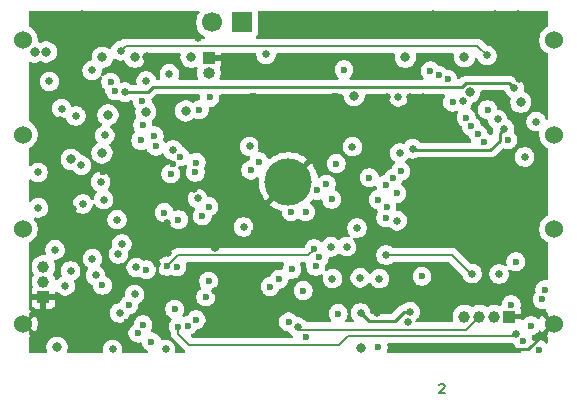
<source format=gbr>
G04 #@! TF.GenerationSoftware,KiCad,Pcbnew,9.0.1-9.0.1-0~ubuntu22.04.1*
G04 #@! TF.CreationDate,2025-04-13T11:09:06-04:00*
G04 #@! TF.ProjectId,TTExperimentModule,54544578-7065-4726-996d-656e744d6f64,1.0*
G04 #@! TF.SameCoordinates,PX10e4380PY2d07198*
G04 #@! TF.FileFunction,Copper,L2,Inr*
G04 #@! TF.FilePolarity,Positive*
%FSLAX46Y46*%
G04 Gerber Fmt 4.6, Leading zero omitted, Abs format (unit mm)*
G04 Created by KiCad (PCBNEW 9.0.1-9.0.1-0~ubuntu22.04.1) date 2025-04-13 11:09:06*
%MOMM*%
%LPD*%
G01*
G04 APERTURE LIST*
%ADD10C,0.200000*%
G04 #@! TA.AperFunction,NonConductor*
%ADD11C,0.200000*%
G04 #@! TD*
G04 #@! TA.AperFunction,ComponentPad*
%ADD12C,0.620000*%
G04 #@! TD*
G04 #@! TA.AperFunction,ComponentPad*
%ADD13R,1.000000X1.000000*%
G04 #@! TD*
G04 #@! TA.AperFunction,ComponentPad*
%ADD14C,1.000000*%
G04 #@! TD*
G04 #@! TA.AperFunction,ComponentPad*
%ADD15C,1.524000*%
G04 #@! TD*
G04 #@! TA.AperFunction,ComponentPad*
%ADD16C,4.000000*%
G04 #@! TD*
G04 #@! TA.AperFunction,ComponentPad*
%ADD17R,1.700000X1.700000*%
G04 #@! TD*
G04 #@! TA.AperFunction,ComponentPad*
%ADD18C,1.700000*%
G04 #@! TD*
G04 #@! TA.AperFunction,ComponentPad*
%ADD19O,1.000000X1.000000*%
G04 #@! TD*
G04 #@! TA.AperFunction,ViaPad*
%ADD20C,0.800000*%
G04 #@! TD*
G04 #@! TA.AperFunction,ViaPad*
%ADD21C,0.650000*%
G04 #@! TD*
G04 #@! TA.AperFunction,ViaPad*
%ADD22C,0.600000*%
G04 #@! TD*
G04 #@! TA.AperFunction,Conductor*
%ADD23C,0.250000*%
G04 #@! TD*
G04 #@! TA.AperFunction,Conductor*
%ADD24C,0.200000*%
G04 #@! TD*
G04 APERTURE END LIST*
D10*
D11*
X35283958Y-2167885D02*
X35322054Y-2129790D01*
X35322054Y-2129790D02*
X35398244Y-2091695D01*
X35398244Y-2091695D02*
X35588720Y-2091695D01*
X35588720Y-2091695D02*
X35664911Y-2129790D01*
X35664911Y-2129790D02*
X35703006Y-2167885D01*
X35703006Y-2167885D02*
X35741101Y-2244076D01*
X35741101Y-2244076D02*
X35741101Y-2320266D01*
X35741101Y-2320266D02*
X35703006Y-2434552D01*
X35703006Y-2434552D02*
X35245863Y-2891695D01*
X35245863Y-2891695D02*
X35741101Y-2891695D01*
D12*
G04 #@! TO.N,GND*
G04 #@! TO.C,STITCH1*
X29100000Y25450000D03*
G04 #@! TD*
D13*
G04 #@! TO.N,GND*
G04 #@! TO.C,J5*
X41200000Y3600000D03*
D14*
G04 #@! TO.N,/~{ctrl_sel_rst}*
X39930000Y3600000D03*
G04 #@! TO.N,/ctrl_sel_inc*
X38660000Y3600000D03*
G04 #@! TO.N,/ctrl_ena*
X37390000Y3600000D03*
G04 #@! TD*
D12*
G04 #@! TO.N,GND*
G04 #@! TO.C,STITCH1*
X29200000Y27400000D03*
G04 #@! TD*
G04 #@! TO.N,GND*
G04 #@! TO.C,STITCH1*
X20150000Y18000000D03*
G04 #@! TD*
G04 #@! TO.N,GND*
G04 #@! TO.C,STITCH1*
X4750000Y17900000D03*
G04 #@! TD*
G04 #@! TO.N,GND*
G04 #@! TO.C,STITCH1*
X3850000Y3050000D03*
G04 #@! TD*
D15*
G04 #@! TO.N,/vin1*
G04 #@! TO.C,PCB1*
X0Y27000000D03*
G04 #@! TO.N,SCL1*
X0Y19000000D03*
G04 #@! TO.N,SDA1*
X0Y11000000D03*
G04 #@! TO.N,GND*
X0Y3000000D03*
X45000000Y3000000D03*
G04 #@! TO.N,unconnected-(PCB1-SDA-Pad6)*
X45000000Y11000000D03*
G04 #@! TO.N,unconnected-(PCB1-SCL-Pad7)*
X45000000Y19000000D03*
G04 #@! TO.N,/vin2*
X45000000Y27000000D03*
D16*
G04 #@! TO.N,GND*
X22500000Y15000000D03*
G04 #@! TD*
D12*
G04 #@! TO.N,GND*
G04 #@! TO.C,STITCH1*
X19500000Y24600000D03*
G04 #@! TD*
D17*
G04 #@! TO.N,boot_mode*
G04 #@! TO.C,J2*
X18575000Y28500000D03*
D18*
G04 #@! TO.N,Net-(J2-Pin_2)*
X16035000Y28500000D03*
G04 #@! TD*
D12*
G04 #@! TO.N,GND*
G04 #@! TO.C,STITCH1*
X22050000Y27350000D03*
G04 #@! TD*
G04 #@! TO.N,GND*
G04 #@! TO.C,STITCH1*
X6650000Y1600000D03*
G04 #@! TD*
G04 #@! TO.N,GND*
G04 #@! TO.C,STITCH1*
X1600000Y27250000D03*
G04 #@! TD*
G04 #@! TO.N,GND*
G04 #@! TO.C,STITCH1*
X36500000Y24650000D03*
G04 #@! TD*
G04 #@! TO.N,GND*
G04 #@! TO.C,STITCH1*
X26400000Y18000000D03*
G04 #@! TD*
D13*
G04 #@! TO.N,GND*
G04 #@! TO.C,J6*
X15750000Y25500000D03*
D19*
G04 #@! TO.N,/RP2040/RUN*
X15750000Y24230000D03*
G04 #@! TD*
D12*
G04 #@! TO.N,GND*
G04 #@! TO.C,STITCH1*
X29200000Y29050000D03*
G04 #@! TD*
G04 #@! TO.N,GND*
G04 #@! TO.C,STITCH1*
X19500000Y22250000D03*
G04 #@! TD*
G04 #@! TO.N,GND*
G04 #@! TO.C,STITCH1*
X25550000Y15850000D03*
G04 #@! TD*
G04 #@! TO.N,GND*
G04 #@! TO.C,STITCH1*
X7650000Y28050000D03*
G04 #@! TD*
G04 #@! TO.N,GND*
G04 #@! TO.C,STITCH1*
X1850000Y1600000D03*
G04 #@! TD*
G04 #@! TO.N,GND*
G04 #@! TO.C,STITCH1*
X22100000Y29100000D03*
G04 #@! TD*
G04 #@! TO.N,GND*
G04 #@! TO.C,STITCH1*
X8800000Y3150000D03*
G04 #@! TD*
G04 #@! TO.N,GND*
G04 #@! TO.C,STITCH1*
X38750000Y24650000D03*
G04 #@! TD*
G04 #@! TO.N,GND*
G04 #@! TO.C,STITCH1*
X8800000Y1500000D03*
G04 #@! TD*
D13*
G04 #@! TO.N,GND*
G04 #@! TO.C,J1*
X1750000Y5250000D03*
D14*
G04 #@! TO.N,SDA1*
X1750000Y6520000D03*
G04 #@! TO.N,SCL1*
X1750000Y7790000D03*
G04 #@! TD*
D12*
G04 #@! TO.N,GND*
G04 #@! TO.C,STITCH1*
X26400000Y22300000D03*
G04 #@! TD*
D20*
G04 #@! TO.N,+3V3*
X2900000Y1000000D03*
X28600000Y900000D03*
X13795409Y21006071D03*
X14250000Y25550000D03*
D21*
X3300000Y21200000D03*
X18700000Y11175000D03*
X32800000Y4000000D03*
X1300000Y15800000D03*
X28300000Y11100000D03*
X1326000Y12800000D03*
X12100000Y825000D03*
X4500000Y20570000D03*
X27904972Y17975000D03*
D20*
X1000000Y26000000D03*
D21*
X31927578Y17438083D03*
X28575000Y6874912D03*
D20*
X10421899Y20939701D03*
D21*
X6600000Y15000000D03*
X26225000Y6810969D03*
X20600000Y25800000D03*
X5081491Y13127756D03*
D20*
X7210000Y20670605D03*
D21*
X28600000Y3900000D03*
X30200000Y6800000D03*
D20*
X37850000Y22591034D03*
X28061835Y22300000D03*
X2000000Y26000000D03*
D21*
X7600000Y825000D03*
D22*
X12536115Y15679237D03*
D21*
G04 #@! TO.N,GND*
X43300000Y11900000D03*
X42010677Y25812535D03*
X32800000Y22200000D03*
X12300000Y9000000D03*
X44175000Y25450000D03*
X33300000Y825000D03*
D22*
X20068203Y5630254D03*
D20*
X5000000Y29100000D03*
D22*
X6786118Y15818990D03*
D21*
X39100000Y6400000D03*
X11600000Y2900000D03*
D20*
X34750000Y29100000D03*
D21*
X13850000Y6550000D03*
X42700000Y19200000D03*
X37600000Y12650000D03*
D20*
X40000000Y29100000D03*
X33250000Y28250000D03*
D21*
X33360148Y24900000D03*
X16300000Y5800000D03*
X33900000Y22200000D03*
X35000000Y15200000D03*
X35050000Y10100000D03*
D22*
X18800000Y5650000D03*
D21*
X42000000Y23700000D03*
X14500000Y14400000D03*
X38850000Y10100000D03*
X16391702Y11451362D03*
X30000000Y3875000D03*
X14800000Y27200000D03*
X39500000Y825000D03*
X28660670Y16639330D03*
X35300000Y7300000D03*
X11350000Y8050000D03*
D22*
X12700000Y16500000D03*
D21*
X12250000Y11550000D03*
D20*
X16304712Y9526362D03*
D21*
X43300000Y11300000D03*
X6600000Y4400000D03*
D20*
X4000000Y29000000D03*
D21*
X32578971Y3126220D03*
X17100000Y15300000D03*
X10600000Y11750000D03*
X10550000Y10000000D03*
D20*
X41900000Y29100000D03*
D21*
X38850000Y15200000D03*
X4275000Y10718591D03*
D20*
X39750000Y27500000D03*
D21*
X31600000Y10100000D03*
X4275000Y12728285D03*
X36650000Y6937919D03*
X3176811Y20262528D03*
X5300000Y4700000D03*
D20*
X12000000Y28250000D03*
D21*
X17300000Y25500000D03*
X30800000Y22200000D03*
X36800000Y825000D03*
X30000000Y11100000D03*
D20*
X11000000Y28100000D03*
X10505000Y25550000D03*
D21*
X43300000Y14500000D03*
X31900000Y7700000D03*
X43724000Y15000000D03*
X43724000Y13909571D03*
D20*
X13500000Y27500000D03*
D22*
X19610573Y10667008D03*
D20*
G04 #@! TO.N,+5V*
X6748140Y25550000D03*
X9484139Y25550000D03*
X6700000Y17450000D03*
X4100000Y16900000D03*
D21*
G04 #@! TO.N,/ASIC/vdda_all*
X40330000Y7200000D03*
X43462500Y20100000D03*
X31700000Y11700000D03*
X33000000Y17800000D03*
X40775000Y19500000D03*
D22*
G04 #@! TO.N,/ASIC/vccd_all*
X33800000Y7000000D03*
D21*
X31800000Y22200000D03*
D20*
X37400000Y25600000D03*
D21*
X37259365Y21815289D03*
D20*
X32400000Y25550000D03*
X42163801Y21741039D03*
D21*
G04 #@! TO.N,/RP2040/DVDD*
X6855000Y13500000D03*
X7974207Y11793360D03*
X14800000Y13600000D03*
G04 #@! TO.N,SCL1*
X9607757Y7756000D03*
G04 #@! TO.N,SDA1*
X9476500Y5471952D03*
G04 #@! TO.N,boot_mode*
X19200000Y18000000D03*
X3600000Y6200000D03*
X12725000Y17689227D03*
X4946557Y16414302D03*
D22*
X6750000Y6250000D03*
G04 #@! TO.N,/RP2040/RUN*
X13186115Y11798518D03*
X15850000Y22150000D03*
D21*
G04 #@! TO.N,/~{ctrl_sel_rst}*
X30750000Y8800000D03*
X38046002Y7228467D03*
X26100000Y9500000D03*
X27425000Y9507229D03*
G04 #@! TO.N,/ctrl_sel_inc*
X23300000Y2700000D03*
D22*
G04 #@! TO.N,/mux_sel*
X24800000Y7850000D03*
X10457804Y7548516D03*
D21*
G04 #@! TO.N,/RP2040/QSPI_SD2*
X5871117Y24441060D03*
X5891242Y8490000D03*
X12405679Y24155000D03*
G04 #@! TO.N,/RP2040/QSPI_SD3*
X8387498Y9740361D03*
X6950000Y18950000D03*
G04 #@! TO.N,/RP2040/QSPI_SD0*
X8103854Y8890601D03*
X2725000Y9244202D03*
G04 #@! TO.N,/RP2040/QSPI_SD1*
X10453156Y23548126D03*
X2250000Y23500000D03*
X4050000Y7450000D03*
X6174518Y7076541D03*
D22*
G04 #@! TO.N,/ui_in0*
X12874043Y4225000D03*
X41351000Y4600000D03*
D21*
G04 #@! TO.N,/proj_clk*
X41623017Y22926742D03*
X8200000Y3905514D03*
X8672385Y22591766D03*
D22*
X41075000Y18564279D03*
D21*
G04 #@! TO.N,/~{proj_rst}*
X8300000Y26100000D03*
D22*
X9000000Y4600000D03*
D21*
X39300000Y25700000D03*
X40200000Y20300000D03*
D22*
G04 #@! TO.N,/uio1*
X11262007Y18023789D03*
X39053914Y18378257D03*
G04 #@! TO.N,/out0_~{rst}*
X9750000Y2200000D03*
X23972370Y1850798D03*
G04 #@! TO.N,/out2_ena*
X30100000Y1000000D03*
X10900000Y1450798D03*
G04 #@! TO.N,/uo_out0*
X27200000Y24500000D03*
X34522848Y24398308D03*
G04 #@! TO.N,/out1_inc*
X26703388Y3850000D03*
X10181018Y2900000D03*
G04 #@! TO.N,/uo_out2*
X31366734Y15319461D03*
X29353453Y15350000D03*
G04 #@! TO.N,/uo_out1*
X26550000Y16550000D03*
X31997709Y15889000D03*
G04 #@! TO.N,/ui_in4*
X22506191Y3145449D03*
X22711766Y12458805D03*
X15765253Y12911368D03*
X43700000Y800000D03*
G04 #@! TO.N,/uo_out6*
X22800000Y7600000D03*
X23950000Y12461749D03*
X15750000Y6600000D03*
X30800512Y12852527D03*
G04 #@! TO.N,/ui_in3*
X14675085Y3334378D03*
X43033528Y2829025D03*
D21*
G04 #@! TO.N,/ui_in7*
X42500000Y17100000D03*
D22*
X13349000Y17143545D03*
G04 #@! TO.N,/uo_out4*
X24891687Y14272095D03*
X31670616Y14020384D03*
X15500000Y5250000D03*
X23750000Y5800000D03*
G04 #@! TO.N,/uio2*
X38543264Y19057772D03*
X11123419Y18899837D03*
G04 #@! TO.N,/uo_out5*
X30090972Y13502527D03*
X26150000Y13529270D03*
X25100000Y8600000D03*
X13062289Y7805661D03*
G04 #@! TO.N,/uio6*
X7806380Y22716926D03*
X35980000Y23701000D03*
G04 #@! TO.N,/uo_out7*
X30741214Y11960000D03*
X15186123Y12106438D03*
G04 #@! TO.N,/ui_in5*
X14616391Y15817887D03*
X20937084Y6136996D03*
X43997958Y5041657D03*
X19300000Y16000000D03*
G04 #@! TO.N,/uio0*
X14950000Y21100000D03*
X39350000Y21100000D03*
X11970000Y12400000D03*
G04 #@! TO.N,/ui_in6*
X44200000Y5867298D03*
X21694288Y6750000D03*
X14680462Y16636018D03*
X20000000Y16700000D03*
G04 #@! TO.N,/uo_out3*
X30722818Y14764594D03*
X12185757Y7848368D03*
X24650000Y9350000D03*
X25700000Y14800000D03*
G04 #@! TO.N,/ui_in2*
X13987873Y2834133D03*
X42376043Y1500000D03*
G04 #@! TO.N,/uio4*
X37557653Y20434061D03*
X10150000Y19805345D03*
G04 #@! TO.N,/uio7*
X7446397Y23453198D03*
X35235055Y24025000D03*
G04 #@! TO.N,/ui_in1*
X13142044Y2750000D03*
D21*
X41800000Y2124000D03*
D22*
X41750000Y8250000D03*
G04 #@! TO.N,/uio3*
X9997385Y18504546D03*
X37986937Y19700426D03*
G04 #@! TO.N,/uio5*
X10114498Y21823513D03*
X36390380Y21750000D03*
G04 #@! TD*
D23*
G04 #@! TO.N,+3V3*
X31500000Y3200000D02*
X29300000Y3200000D01*
X29300000Y3200000D02*
X28600000Y3900000D01*
X32800000Y4000000D02*
X32300000Y4000000D01*
X32300000Y4000000D02*
X31500000Y3200000D01*
G04 #@! TO.N,GND*
X39500000Y825000D02*
X42775000Y825000D01*
X8000000Y7500000D02*
X8000000Y5150000D01*
X42350000Y3600000D02*
X42700000Y3950000D01*
X8000000Y5150000D02*
X7250000Y4400000D01*
X10550000Y10000000D02*
X10500000Y10000000D01*
X7250000Y4400000D02*
X6600000Y4400000D01*
X10500000Y10000000D02*
X8000000Y7500000D01*
X41200000Y3600000D02*
X42350000Y3600000D01*
X42700000Y3950000D02*
X44050000Y3950000D01*
X44050000Y3950000D02*
X45000000Y3000000D01*
X42775000Y825000D02*
X44950000Y3000000D01*
X11350000Y8050000D02*
X11350000Y3150000D01*
X11350000Y3150000D02*
X11600000Y2900000D01*
X44950000Y3000000D02*
X45000000Y3000000D01*
G04 #@! TO.N,/ASIC/vdda_all*
X33000000Y17800000D02*
X33096743Y17703257D01*
X40400000Y18500000D02*
X40400000Y19125000D01*
X40400000Y19125000D02*
X40775000Y19500000D01*
X33096743Y17703257D02*
X39603257Y17703257D01*
X39603257Y17703257D02*
X40400000Y18500000D01*
D24*
G04 #@! TO.N,/~{ctrl_sel_rst}*
X30750000Y8800000D02*
X36350000Y8800000D01*
X37921533Y7228467D02*
X38046002Y7228467D01*
X36350000Y8800000D02*
X37921533Y7228467D01*
G04 #@! TO.N,/ctrl_sel_inc*
X38660000Y3600000D02*
X37560220Y2500220D01*
X23499780Y2500220D02*
X23300000Y2700000D01*
X37560220Y2500220D02*
X23499780Y2500220D01*
D23*
G04 #@! TO.N,/proj_clk*
X41183269Y23366490D02*
X37529440Y23366490D01*
X11010950Y23026000D02*
X10576716Y22591766D01*
X37529440Y23366490D02*
X37188950Y23026000D01*
X10576716Y22591766D02*
X8672385Y22591766D01*
X37188950Y23026000D02*
X11010950Y23026000D01*
X41623017Y22926742D02*
X41183269Y23366490D01*
D24*
G04 #@! TO.N,/~{proj_rst}*
X8300000Y26100000D02*
X8700000Y26500000D01*
X8700000Y26500000D02*
X38500000Y26500000D01*
X38500000Y26500000D02*
X39300000Y25700000D01*
G04 #@! TO.N,/uo_out3*
X24650000Y9250000D02*
X24650000Y9350000D01*
X12185757Y7848368D02*
X13124029Y8786640D01*
X13124029Y8786640D02*
X24186640Y8786640D01*
X24186640Y8786640D02*
X24650000Y9250000D01*
G04 #@! TO.N,/ui_in1*
X13142044Y2157956D02*
X13142044Y2750000D01*
X41626000Y1950000D02*
X27500000Y1950000D01*
X24172001Y1200000D02*
X24171203Y1200798D01*
X26750000Y1200000D02*
X24172001Y1200000D01*
X24171203Y1200798D02*
X14099202Y1200798D01*
X14099202Y1200798D02*
X13142044Y2157956D01*
X27500000Y1950000D02*
X26750000Y1200000D01*
X41800000Y2124000D02*
X41626000Y1950000D01*
G04 #@! TD*
G04 #@! TA.AperFunction,Conductor*
G04 #@! TO.N,GND*
G36*
X14915544Y29479815D02*
G01*
X14961299Y29427011D01*
X14971243Y29357853D01*
X14948823Y29302615D01*
X14879951Y29207821D01*
X14783444Y29018415D01*
X14717753Y28816240D01*
X14684500Y28606287D01*
X14684500Y28393713D01*
X14717754Y28183757D01*
X14751535Y28079789D01*
X14783444Y27981586D01*
X14879951Y27792180D01*
X15004890Y27620214D01*
X15155213Y27469891D01*
X15327182Y27344950D01*
X15346739Y27334985D01*
X15397536Y27287011D01*
X15414331Y27219190D01*
X15391794Y27153055D01*
X15337079Y27109603D01*
X15290445Y27100500D01*
X8620940Y27100500D01*
X8580019Y27089536D01*
X8580019Y27089535D01*
X8542751Y27079549D01*
X8468214Y27059577D01*
X8468209Y27059574D01*
X8331290Y26980525D01*
X8331282Y26980519D01*
X8312583Y26961819D01*
X8251260Y26928334D01*
X8224902Y26925500D01*
X8218693Y26925500D01*
X8059216Y26893778D01*
X8059206Y26893775D01*
X7908980Y26831550D01*
X7908976Y26831548D01*
X7773779Y26741212D01*
X7773771Y26741206D01*
X7658794Y26626229D01*
X7658788Y26626221D01*
X7568452Y26491024D01*
X7568450Y26491020D01*
X7506225Y26340794D01*
X7506222Y26340784D01*
X7504800Y26333634D01*
X7472411Y26271725D01*
X7411693Y26237155D01*
X7341924Y26240899D01*
X7314293Y26254731D01*
X7174693Y26348010D01*
X7174680Y26348017D01*
X7010807Y26415894D01*
X7010798Y26415897D01*
X6836834Y26450500D01*
X6836831Y26450500D01*
X6659449Y26450500D01*
X6659446Y26450500D01*
X6485481Y26415897D01*
X6485472Y26415894D01*
X6321599Y26348017D01*
X6321586Y26348010D01*
X6174105Y26249465D01*
X6174101Y26249462D01*
X6048678Y26124039D01*
X6048675Y26124035D01*
X5950130Y25976554D01*
X5950123Y25976541D01*
X5882246Y25812668D01*
X5882243Y25812659D01*
X5847640Y25638696D01*
X5847640Y25638691D01*
X5847640Y25461309D01*
X5847641Y25461305D01*
X5858511Y25406654D01*
X5852282Y25337062D01*
X5809419Y25281886D01*
X5761085Y25260847D01*
X5630334Y25234838D01*
X5630323Y25234835D01*
X5480097Y25172610D01*
X5480093Y25172608D01*
X5344896Y25082272D01*
X5344888Y25082266D01*
X5229911Y24967289D01*
X5229905Y24967281D01*
X5139569Y24832084D01*
X5139567Y24832080D01*
X5077342Y24681854D01*
X5077339Y24681844D01*
X5045617Y24522368D01*
X5045617Y24522365D01*
X5045617Y24359755D01*
X5045617Y24359753D01*
X5045616Y24359753D01*
X5077339Y24200277D01*
X5077342Y24200267D01*
X5139567Y24050041D01*
X5139569Y24050037D01*
X5229905Y23914840D01*
X5229911Y23914832D01*
X5344888Y23799855D01*
X5344896Y23799849D01*
X5480093Y23709513D01*
X5480097Y23709511D01*
X5630323Y23647286D01*
X5630328Y23647284D01*
X5630332Y23647284D01*
X5630333Y23647283D01*
X5789809Y23615560D01*
X5789812Y23615560D01*
X5952424Y23615560D01*
X6059715Y23636903D01*
X6111906Y23647284D01*
X6262138Y23709512D01*
X6262140Y23709513D01*
X6345516Y23765223D01*
X6397342Y23799852D01*
X6512325Y23914835D01*
X6512327Y23914839D01*
X6513376Y23915887D01*
X6574699Y23949372D01*
X6644391Y23944388D01*
X6700325Y23902517D01*
X6724742Y23837053D01*
X6715620Y23780755D01*
X6676660Y23686695D01*
X6676658Y23686688D01*
X6645897Y23532045D01*
X6645897Y23374352D01*
X6676658Y23219709D01*
X6676661Y23219697D01*
X6736999Y23074026D01*
X6737006Y23074013D01*
X6824607Y22942910D01*
X6824610Y22942906D01*
X6936106Y22831410D01*
X6942258Y22827300D01*
X6950768Y22821613D01*
X6995574Y22768003D01*
X7005880Y22718510D01*
X7005880Y22638080D01*
X7036641Y22483437D01*
X7036644Y22483425D01*
X7096982Y22337754D01*
X7096989Y22337741D01*
X7184590Y22206638D01*
X7184593Y22206634D01*
X7296087Y22095140D01*
X7296091Y22095137D01*
X7427194Y22007536D01*
X7427207Y22007529D01*
X7564749Y21950558D01*
X7572883Y21947189D01*
X7711325Y21919651D01*
X7727533Y21916427D01*
X7727536Y21916426D01*
X7727538Y21916426D01*
X7885224Y21916426D01*
X7885225Y21916427D01*
X8039877Y21947189D01*
X8047361Y21950289D01*
X8116830Y21957761D01*
X8163708Y21938832D01*
X8281362Y21860219D01*
X8281365Y21860217D01*
X8416891Y21804081D01*
X8431596Y21797990D01*
X8431600Y21797990D01*
X8431601Y21797989D01*
X8591077Y21766266D01*
X8591080Y21766266D01*
X8753692Y21766266D01*
X8860983Y21787609D01*
X8913174Y21797990D01*
X9063406Y21860218D01*
X9121108Y21898774D01*
X9187784Y21919651D01*
X9255164Y21901167D01*
X9301855Y21849188D01*
X9313998Y21795671D01*
X9313998Y21744667D01*
X9344759Y21590024D01*
X9344762Y21590012D01*
X9405100Y21444341D01*
X9405107Y21444328D01*
X9492708Y21313225D01*
X9492711Y21313221D01*
X9517028Y21288904D01*
X9550513Y21227581D01*
X9550964Y21177032D01*
X9521399Y21028397D01*
X9521399Y20851006D01*
X9556002Y20677043D01*
X9556005Y20677034D01*
X9622008Y20517686D01*
X9629477Y20448216D01*
X9598201Y20385737D01*
X9595129Y20382553D01*
X9528210Y20315634D01*
X9440609Y20184531D01*
X9440602Y20184518D01*
X9380264Y20038847D01*
X9380261Y20038835D01*
X9349500Y19884192D01*
X9349500Y19726499D01*
X9380261Y19571856D01*
X9380264Y19571844D01*
X9440602Y19426173D01*
X9440609Y19426160D01*
X9524568Y19300508D01*
X9545446Y19233831D01*
X9526962Y19166451D01*
X9490363Y19128519D01*
X9487098Y19126338D01*
X9487092Y19126333D01*
X9375598Y19014839D01*
X9375595Y19014835D01*
X9287994Y18883732D01*
X9287987Y18883719D01*
X9227649Y18738048D01*
X9227646Y18738036D01*
X9196885Y18583393D01*
X9196885Y18425700D01*
X9227646Y18271057D01*
X9227649Y18271045D01*
X9287987Y18125374D01*
X9287994Y18125361D01*
X9375595Y17994258D01*
X9375598Y17994254D01*
X9487092Y17882760D01*
X9487096Y17882757D01*
X9618199Y17795156D01*
X9618212Y17795149D01*
X9748439Y17741208D01*
X9763888Y17734809D01*
X9875198Y17712668D01*
X9918538Y17704047D01*
X9918541Y17704046D01*
X9918543Y17704046D01*
X10076229Y17704046D01*
X10076230Y17704047D01*
X10230882Y17734809D01*
X10359046Y17787897D01*
X10428515Y17795365D01*
X10490994Y17764090D01*
X10521059Y17720788D01*
X10552611Y17644613D01*
X10552616Y17644604D01*
X10640217Y17513501D01*
X10640220Y17513497D01*
X10751714Y17402003D01*
X10751718Y17402000D01*
X10882821Y17314399D01*
X10882834Y17314392D01*
X11019449Y17257805D01*
X11028510Y17254052D01*
X11125859Y17234688D01*
X11183160Y17223290D01*
X11183163Y17223289D01*
X11183165Y17223289D01*
X11340851Y17223289D01*
X11340852Y17223290D01*
X11495504Y17254052D01*
X11641186Y17314395D01*
X11772296Y17402000D01*
X11772302Y17402007D01*
X11776013Y17405051D01*
X11840322Y17432366D01*
X11909190Y17420577D01*
X11960752Y17373426D01*
X11969242Y17356653D01*
X11993452Y17298205D01*
X11993452Y17298204D01*
X12083788Y17163007D01*
X12083794Y17162999D01*
X12198771Y17048022D01*
X12198779Y17048016D01*
X12333976Y16957680D01*
X12333980Y16957678D01*
X12444608Y16911855D01*
X12484211Y16895451D01*
X12529380Y16886467D01*
X12560169Y16870362D01*
X12590927Y16854431D01*
X12591094Y16854186D01*
X12591289Y16854084D01*
X12612692Y16826647D01*
X12616686Y16819698D01*
X12639606Y16764366D01*
X12703220Y16669161D01*
X12705305Y16665534D01*
X12712539Y16635466D01*
X12721781Y16605951D01*
X12720640Y16601795D01*
X12721649Y16597603D01*
X12711480Y16568402D01*
X12703297Y16538570D01*
X12700089Y16535689D01*
X12698672Y16531619D01*
X12674330Y16512551D01*
X12651318Y16491880D01*
X12646566Y16490802D01*
X12643669Y16488532D01*
X12631574Y16487401D01*
X12597801Y16479737D01*
X12457270Y16479737D01*
X12302625Y16448976D01*
X12302613Y16448973D01*
X12156942Y16388635D01*
X12156929Y16388628D01*
X12025826Y16301027D01*
X12025822Y16301024D01*
X11914328Y16189530D01*
X11914325Y16189526D01*
X11826724Y16058423D01*
X11826717Y16058410D01*
X11766379Y15912739D01*
X11766376Y15912727D01*
X11735615Y15758084D01*
X11735615Y15600391D01*
X11766376Y15445748D01*
X11766379Y15445736D01*
X11826717Y15300065D01*
X11826724Y15300052D01*
X11914325Y15168949D01*
X11914328Y15168945D01*
X12025822Y15057451D01*
X12025826Y15057448D01*
X12156929Y14969847D01*
X12156942Y14969840D01*
X12280419Y14918695D01*
X12302618Y14909500D01*
X12456720Y14878847D01*
X12457268Y14878738D01*
X12457271Y14878737D01*
X12457273Y14878737D01*
X12614959Y14878737D01*
X12614960Y14878738D01*
X12769612Y14909500D01*
X12915294Y14969843D01*
X13046404Y15057448D01*
X13157904Y15168948D01*
X13245509Y15300058D01*
X13249749Y15310293D01*
X13265625Y15348623D01*
X13305852Y15445740D01*
X13336615Y15600395D01*
X13336615Y15758079D01*
X13336615Y15758082D01*
X13336614Y15758084D01*
X13332202Y15780265D01*
X13305852Y15912734D01*
X13294041Y15941248D01*
X13245512Y16058410D01*
X13245505Y16058423D01*
X13184212Y16150154D01*
X13163334Y16216831D01*
X13181818Y16284212D01*
X13233797Y16330902D01*
X13287314Y16343045D01*
X13427844Y16343045D01*
X13427845Y16343046D01*
X13582497Y16373808D01*
X13728179Y16434151D01*
X13735254Y16438879D01*
X13755361Y16445177D01*
X13773484Y16455930D01*
X13788034Y16455411D01*
X13801927Y16459762D01*
X13822248Y16454189D01*
X13843309Y16453437D01*
X13855269Y16445134D01*
X13869309Y16441283D01*
X13883391Y16425609D01*
X13900702Y16413590D01*
X13913367Y16392244D01*
X13916004Y16389309D01*
X13918712Y16383236D01*
X13936468Y16340371D01*
X13943938Y16270902D01*
X13925012Y16224029D01*
X13907001Y16197073D01*
X13906993Y16197059D01*
X13846655Y16051389D01*
X13846652Y16051377D01*
X13815891Y15896734D01*
X13815891Y15739041D01*
X13846652Y15584398D01*
X13846655Y15584386D01*
X13906993Y15438715D01*
X13907000Y15438702D01*
X13994601Y15307599D01*
X13994604Y15307595D01*
X14106098Y15196101D01*
X14106102Y15196098D01*
X14237205Y15108497D01*
X14237218Y15108490D01*
X14360439Y15057451D01*
X14382894Y15048150D01*
X14537544Y15017388D01*
X14537547Y15017387D01*
X14537549Y15017387D01*
X14695235Y15017387D01*
X14695236Y15017388D01*
X14849888Y15048150D01*
X14995570Y15108493D01*
X15126680Y15196098D01*
X15238180Y15307598D01*
X15325785Y15438708D01*
X15386128Y15584390D01*
X15416891Y15739045D01*
X15416891Y15896729D01*
X15416891Y15896732D01*
X15416890Y15896734D01*
X15413706Y15912739D01*
X15386128Y16051384D01*
X15360382Y16113538D01*
X15352914Y16183006D01*
X15371841Y16229879D01*
X15389856Y16256839D01*
X15450199Y16402521D01*
X15480962Y16557176D01*
X15480962Y16714860D01*
X15480962Y16714863D01*
X15480961Y16714865D01*
X15478312Y16728182D01*
X15450199Y16869515D01*
X15449848Y16870362D01*
X15389859Y17015191D01*
X15389852Y17015204D01*
X15302251Y17146307D01*
X15302248Y17146311D01*
X15190754Y17257805D01*
X15190750Y17257808D01*
X15059647Y17345409D01*
X15059634Y17345416D01*
X14913963Y17405754D01*
X14913951Y17405757D01*
X14759307Y17436518D01*
X14759304Y17436518D01*
X14601620Y17436518D01*
X14601617Y17436518D01*
X14446972Y17405757D01*
X14446960Y17405754D01*
X14301289Y17345416D01*
X14301276Y17345409D01*
X14294195Y17340677D01*
X14227516Y17319802D01*
X14160137Y17338289D01*
X14113449Y17390270D01*
X14110764Y17396291D01*
X14058394Y17522724D01*
X14058390Y17522731D01*
X13970789Y17653834D01*
X13970786Y17653838D01*
X13859292Y17765332D01*
X13859288Y17765335D01*
X13728185Y17852936D01*
X13728172Y17852943D01*
X13582501Y17913281D01*
X13576665Y17915051D01*
X13577072Y17916396D01*
X13570646Y17916625D01*
X13567668Y17918693D01*
X18374499Y17918693D01*
X18406222Y17759217D01*
X18406225Y17759207D01*
X18468450Y17608981D01*
X18468452Y17608977D01*
X18558788Y17473780D01*
X18558794Y17473772D01*
X18673771Y17358795D01*
X18673779Y17358789D01*
X18808976Y17268453D01*
X18808980Y17268451D01*
X18949397Y17210289D01*
X18959211Y17206224D01*
X18959215Y17206224D01*
X18959216Y17206223D01*
X19118692Y17174500D01*
X19144511Y17174500D01*
X19171060Y17166704D01*
X19198362Y17162196D01*
X19204113Y17156999D01*
X19211550Y17154815D01*
X19229667Y17133907D01*
X19250201Y17115351D01*
X19252229Y17107869D01*
X19257305Y17102011D01*
X19261242Y17074625D01*
X19268484Y17047916D01*
X19266466Y17038297D01*
X19267249Y17032853D01*
X19262734Y17013093D01*
X19261121Y17007997D01*
X19230263Y16933497D01*
X19217926Y16871480D01*
X19215862Y16864954D01*
X19200026Y16841408D01*
X19186870Y16816257D01*
X19180780Y16812790D01*
X19176871Y16806976D01*
X19150814Y16795727D01*
X19126153Y16781684D01*
X19121833Y16780744D01*
X19066505Y16769738D01*
X19066498Y16769736D01*
X18920827Y16709398D01*
X18920814Y16709391D01*
X18789711Y16621790D01*
X18789707Y16621787D01*
X18678213Y16510293D01*
X18678210Y16510289D01*
X18590609Y16379186D01*
X18590602Y16379173D01*
X18530264Y16233502D01*
X18530261Y16233490D01*
X18499500Y16078847D01*
X18499500Y15921154D01*
X18530261Y15766511D01*
X18530264Y15766499D01*
X18590602Y15620828D01*
X18590609Y15620815D01*
X18678210Y15489712D01*
X18678213Y15489708D01*
X18789707Y15378214D01*
X18789711Y15378211D01*
X18920814Y15290610D01*
X18920827Y15290603D01*
X19041103Y15240784D01*
X19066503Y15230263D01*
X19219936Y15199743D01*
X19221153Y15199501D01*
X19221156Y15199500D01*
X19221158Y15199500D01*
X19378844Y15199500D01*
X19378845Y15199501D01*
X19533497Y15230263D01*
X19646166Y15276933D01*
X19679172Y15290603D01*
X19679172Y15290604D01*
X19679179Y15290606D01*
X19810289Y15378211D01*
X19810294Y15378217D01*
X19812774Y15380250D01*
X19814330Y15380912D01*
X19815354Y15381595D01*
X19815483Y15381401D01*
X19877083Y15407564D01*
X19945951Y15395774D01*
X19997512Y15348623D01*
X20015396Y15281081D01*
X20014660Y15270515D01*
X20000000Y15140404D01*
X20000000Y14859599D01*
X20031437Y14580588D01*
X20031439Y14580576D01*
X20093921Y14306822D01*
X20093922Y14306820D01*
X20186662Y14041783D01*
X20308492Y13788800D01*
X20457884Y13551044D01*
X20564187Y13417743D01*
X21637425Y14490981D01*
X21723249Y14362537D01*
X21862537Y14223249D01*
X21990979Y14137427D01*
X20917741Y13064190D01*
X20917741Y13064189D01*
X21051043Y12957885D01*
X21288799Y12808493D01*
X21541782Y12686663D01*
X21806819Y12593923D01*
X21806821Y12593922D01*
X21814853Y12592089D01*
X21875833Y12557984D01*
X21908694Y12496324D01*
X21911266Y12471197D01*
X21911266Y12379959D01*
X21942027Y12225316D01*
X21942030Y12225304D01*
X22002368Y12079633D01*
X22002375Y12079620D01*
X22089976Y11948517D01*
X22089979Y11948513D01*
X22201473Y11837019D01*
X22201477Y11837016D01*
X22332580Y11749415D01*
X22332593Y11749408D01*
X22471164Y11692011D01*
X22478269Y11689068D01*
X22618119Y11661250D01*
X22632919Y11658306D01*
X22632922Y11658305D01*
X22632924Y11658305D01*
X22790610Y11658305D01*
X22790611Y11658306D01*
X22945263Y11689068D01*
X23090945Y11749411D01*
X23222055Y11837016D01*
X23244672Y11859634D01*
X23305991Y11893119D01*
X23375683Y11888137D01*
X23420035Y11859635D01*
X23439707Y11839963D01*
X23439711Y11839960D01*
X23570814Y11752359D01*
X23570827Y11752352D01*
X23694270Y11701221D01*
X23716503Y11692012D01*
X23868916Y11661695D01*
X23871153Y11661250D01*
X23871156Y11661249D01*
X23871158Y11661249D01*
X24028844Y11661249D01*
X24028845Y11661250D01*
X24183497Y11692012D01*
X24329179Y11752355D01*
X24460289Y11839960D01*
X24571789Y11951460D01*
X24659394Y12082570D01*
X24662895Y12091021D01*
X24690967Y12158795D01*
X24719737Y12228252D01*
X24750500Y12382907D01*
X24750500Y12540591D01*
X24750500Y12540594D01*
X24750499Y12540596D01*
X24741242Y12587135D01*
X24719737Y12695246D01*
X24689415Y12768451D01*
X24659397Y12840922D01*
X24659390Y12840935D01*
X24571789Y12972038D01*
X24571786Y12972042D01*
X24460292Y13083536D01*
X24460284Y13083542D01*
X24381374Y13136268D01*
X24371953Y13147540D01*
X24359334Y13155063D01*
X24349998Y13173810D01*
X24336568Y13189880D01*
X24334737Y13204458D01*
X24328189Y13217607D01*
X24330470Y13238425D01*
X24327861Y13259205D01*
X24334335Y13273685D01*
X24335802Y13287061D01*
X24349390Y13307351D01*
X24353874Y13317377D01*
X24484125Y13478323D01*
X24512610Y13498014D01*
X24540756Y13517769D01*
X24541217Y13517788D01*
X24541600Y13518052D01*
X24576117Y13519213D01*
X24610567Y13520619D01*
X24611249Y13520394D01*
X24611431Y13520400D01*
X24611679Y13520252D01*
X24627955Y13514882D01*
X24658190Y13502358D01*
X24812840Y13471596D01*
X24812843Y13471595D01*
X24812845Y13471595D01*
X24970531Y13471595D01*
X24970532Y13471596D01*
X25125184Y13502358D01*
X25183290Y13526427D01*
X25252757Y13533895D01*
X25315236Y13502620D01*
X25350889Y13442532D01*
X25352358Y13436057D01*
X25380261Y13295779D01*
X25380264Y13295769D01*
X25440602Y13150098D01*
X25440609Y13150085D01*
X25528210Y13018982D01*
X25528213Y13018978D01*
X25639707Y12907484D01*
X25639711Y12907481D01*
X25770814Y12819880D01*
X25770827Y12819873D01*
X25894968Y12768453D01*
X25916503Y12759533D01*
X26071153Y12728771D01*
X26071156Y12728770D01*
X26071158Y12728770D01*
X26228844Y12728770D01*
X26228845Y12728771D01*
X26383497Y12759533D01*
X26529179Y12819876D01*
X26660289Y12907481D01*
X26771789Y13018981D01*
X26859394Y13150091D01*
X26861454Y13155063D01*
X26904591Y13259207D01*
X26919737Y13295773D01*
X26950500Y13450428D01*
X26950500Y13608112D01*
X26950500Y13608115D01*
X26950499Y13608117D01*
X26944941Y13636059D01*
X26919737Y13762767D01*
X26917170Y13768964D01*
X26859397Y13908443D01*
X26859390Y13908456D01*
X26771789Y14039559D01*
X26771786Y14039563D01*
X26660292Y14151057D01*
X26660288Y14151060D01*
X26529185Y14238661D01*
X26529172Y14238668D01*
X26477095Y14260238D01*
X26422691Y14304078D01*
X26400626Y14370372D01*
X26409985Y14422249D01*
X26469737Y14566503D01*
X26500500Y14721158D01*
X26500500Y14878842D01*
X26500500Y14878845D01*
X26500499Y14878847D01*
X26482399Y14969840D01*
X26469737Y15033497D01*
X26455258Y15068453D01*
X26409397Y15179173D01*
X26409390Y15179186D01*
X26321789Y15310289D01*
X26321786Y15310293D01*
X26210292Y15421787D01*
X26210288Y15421790D01*
X26079185Y15509391D01*
X26079172Y15509398D01*
X25933501Y15569736D01*
X25933489Y15569739D01*
X25778845Y15600500D01*
X25778842Y15600500D01*
X25621158Y15600500D01*
X25621155Y15600500D01*
X25466510Y15569739D01*
X25466498Y15569736D01*
X25320827Y15509398D01*
X25320814Y15509391D01*
X25189711Y15421790D01*
X25167863Y15399942D01*
X25106539Y15366458D01*
X25036847Y15371444D01*
X24980914Y15413316D01*
X24959292Y15460033D01*
X24906079Y15693175D01*
X24906077Y15693181D01*
X24813337Y15958218D01*
X24691507Y16211201D01*
X24542115Y16448957D01*
X24455459Y16557621D01*
X24435810Y16582259D01*
X23362573Y15509021D01*
X23276751Y15637463D01*
X23137463Y15776751D01*
X23009019Y15862575D01*
X23775291Y16628847D01*
X25749500Y16628847D01*
X25749500Y16471154D01*
X25780261Y16316511D01*
X25780264Y16316499D01*
X25840602Y16170828D01*
X25840609Y16170815D01*
X25928210Y16039712D01*
X25928213Y16039708D01*
X26039707Y15928214D01*
X26039711Y15928211D01*
X26170814Y15840610D01*
X26170827Y15840603D01*
X26316498Y15780265D01*
X26316503Y15780263D01*
X26428004Y15758084D01*
X26471153Y15749501D01*
X26471156Y15749500D01*
X26471158Y15749500D01*
X26628844Y15749500D01*
X26628845Y15749501D01*
X26783497Y15780263D01*
X26929179Y15840606D01*
X27060289Y15928211D01*
X27171789Y16039711D01*
X27259394Y16170821D01*
X27267144Y16189530D01*
X27285357Y16233502D01*
X27319737Y16316503D01*
X27350500Y16471158D01*
X27350500Y16628842D01*
X27350500Y16628845D01*
X27350499Y16628847D01*
X27334560Y16708977D01*
X27319737Y16783497D01*
X27314194Y16796879D01*
X27259397Y16929173D01*
X27259390Y16929186D01*
X27171789Y17060289D01*
X27171786Y17060293D01*
X27060292Y17171787D01*
X27060288Y17171790D01*
X26929185Y17259391D01*
X26929172Y17259398D01*
X26783501Y17319736D01*
X26783489Y17319739D01*
X26628845Y17350500D01*
X26628842Y17350500D01*
X26471158Y17350500D01*
X26471155Y17350500D01*
X26316510Y17319739D01*
X26316498Y17319736D01*
X26170827Y17259398D01*
X26170814Y17259391D01*
X26039711Y17171790D01*
X26039707Y17171787D01*
X25928213Y17060293D01*
X25928210Y17060289D01*
X25840609Y16929186D01*
X25840602Y16929173D01*
X25780264Y16783502D01*
X25780261Y16783490D01*
X25749500Y16628847D01*
X23775291Y16628847D01*
X24082257Y16935813D01*
X23948956Y17042116D01*
X23711200Y17191508D01*
X23458217Y17313338D01*
X23193180Y17406078D01*
X23193178Y17406079D01*
X22919424Y17468561D01*
X22919412Y17468563D01*
X22640401Y17500000D01*
X22359598Y17500000D01*
X22080587Y17468563D01*
X22080575Y17468561D01*
X21806821Y17406079D01*
X21806819Y17406078D01*
X21541782Y17313338D01*
X21288799Y17191508D01*
X21051043Y17042116D01*
X20934587Y16949245D01*
X20869900Y16922836D01*
X20801205Y16935593D01*
X20750311Y16983463D01*
X20742713Y16998740D01*
X20709397Y17079173D01*
X20709390Y17079186D01*
X20621789Y17210289D01*
X20621786Y17210293D01*
X20510292Y17321787D01*
X20510288Y17321790D01*
X20379185Y17409391D01*
X20379172Y17409398D01*
X20233501Y17469736D01*
X20233489Y17469739D01*
X20078845Y17500500D01*
X20078842Y17500500D01*
X20072194Y17500500D01*
X20005155Y17520185D01*
X19959400Y17572989D01*
X19949456Y17642147D01*
X19957633Y17671952D01*
X19986319Y17741208D01*
X19993776Y17759211D01*
X20007679Y17829104D01*
X20020527Y17893693D01*
X27079471Y17893693D01*
X27111194Y17734217D01*
X27111197Y17734207D01*
X27173422Y17583981D01*
X27173424Y17583977D01*
X27263760Y17448780D01*
X27263766Y17448772D01*
X27378743Y17333795D01*
X27378751Y17333789D01*
X27513948Y17243453D01*
X27513952Y17243451D01*
X27657599Y17183951D01*
X27664183Y17181224D01*
X27664187Y17181224D01*
X27664188Y17181223D01*
X27823664Y17149500D01*
X27823667Y17149500D01*
X27986279Y17149500D01*
X28111958Y17174500D01*
X28145761Y17181224D01*
X28295993Y17243452D01*
X28295995Y17243453D01*
X28376291Y17297105D01*
X28431197Y17333792D01*
X28546180Y17448775D01*
X28606263Y17538696D01*
X28636519Y17583977D01*
X28636521Y17583981D01*
X28665456Y17653838D01*
X28698748Y17734211D01*
X28717624Y17829104D01*
X28730472Y17893693D01*
X28730472Y18056308D01*
X28698749Y18215784D01*
X28698748Y18215785D01*
X28698748Y18215789D01*
X28688391Y18240794D01*
X28636521Y18366020D01*
X28636519Y18366024D01*
X28546183Y18501221D01*
X28546177Y18501229D01*
X28431200Y18616206D01*
X28431192Y18616212D01*
X28295995Y18706548D01*
X28295991Y18706550D01*
X28145765Y18768775D01*
X28145755Y18768778D01*
X27986279Y18800500D01*
X27986277Y18800500D01*
X27823667Y18800500D01*
X27823665Y18800500D01*
X27664188Y18768778D01*
X27664178Y18768775D01*
X27513952Y18706550D01*
X27513948Y18706548D01*
X27378751Y18616212D01*
X27378743Y18616206D01*
X27263766Y18501229D01*
X27263760Y18501221D01*
X27173424Y18366024D01*
X27173422Y18366020D01*
X27111197Y18215794D01*
X27111194Y18215784D01*
X27079472Y18056308D01*
X27079472Y18056305D01*
X27079472Y17893695D01*
X27079472Y17893693D01*
X27079471Y17893693D01*
X20020527Y17893693D01*
X20025500Y17918693D01*
X20025500Y18081308D01*
X19993777Y18240784D01*
X19993776Y18240785D01*
X19993776Y18240789D01*
X19986943Y18257286D01*
X19931549Y18391020D01*
X19931547Y18391024D01*
X19841211Y18526221D01*
X19841205Y18526229D01*
X19726228Y18641206D01*
X19726220Y18641212D01*
X19591023Y18731548D01*
X19591019Y18731550D01*
X19440793Y18793775D01*
X19440783Y18793778D01*
X19281307Y18825500D01*
X19281305Y18825500D01*
X19118695Y18825500D01*
X19118693Y18825500D01*
X18959216Y18793778D01*
X18959206Y18793775D01*
X18808980Y18731550D01*
X18808976Y18731548D01*
X18673779Y18641212D01*
X18673771Y18641206D01*
X18558794Y18526229D01*
X18558788Y18526221D01*
X18468452Y18391024D01*
X18468450Y18391020D01*
X18406225Y18240794D01*
X18406222Y18240784D01*
X18374500Y18081308D01*
X18374500Y18081305D01*
X18374500Y17918695D01*
X18374500Y17918693D01*
X18374499Y17918693D01*
X13567668Y17918693D01*
X13548056Y17932310D01*
X13523687Y17945062D01*
X13518302Y17952969D01*
X13513254Y17956474D01*
X13495244Y17986827D01*
X13492168Y17994254D01*
X13456548Y18080248D01*
X13410299Y18149465D01*
X13366211Y18215448D01*
X13366205Y18215456D01*
X13251228Y18330433D01*
X13251220Y18330439D01*
X13116023Y18420775D01*
X13116019Y18420777D01*
X12965793Y18483002D01*
X12965783Y18483005D01*
X12806307Y18514727D01*
X12806305Y18514727D01*
X12643695Y18514727D01*
X12643693Y18514727D01*
X12484216Y18483005D01*
X12484206Y18483002D01*
X12333980Y18420777D01*
X12333976Y18420775D01*
X12198779Y18330439D01*
X12198774Y18330436D01*
X12190462Y18322123D01*
X12129137Y18288641D01*
X12059446Y18293628D01*
X12003514Y18335502D01*
X11996219Y18346405D01*
X11991646Y18354090D01*
X11971401Y18402968D01*
X11890769Y18523642D01*
X11889114Y18526424D01*
X11881207Y18557247D01*
X11871699Y18587613D01*
X11872429Y18591466D01*
X11871753Y18594103D01*
X11874503Y18602402D01*
X11881118Y18637279D01*
X11893156Y18666340D01*
X11923919Y18820995D01*
X11923919Y18978679D01*
X11923919Y18978682D01*
X11923918Y18978684D01*
X11904845Y19074568D01*
X11893156Y19133334D01*
X11889543Y19142056D01*
X11832816Y19279010D01*
X11832809Y19279023D01*
X11745208Y19410126D01*
X11745205Y19410130D01*
X11633711Y19521624D01*
X11633707Y19521627D01*
X11502604Y19609228D01*
X11502591Y19609235D01*
X11356920Y19669573D01*
X11356908Y19669576D01*
X11202264Y19700337D01*
X11202261Y19700337D01*
X11074500Y19700337D01*
X11007461Y19720022D01*
X10961706Y19772826D01*
X10950500Y19824337D01*
X10950500Y19884190D01*
X10950499Y19884192D01*
X10945569Y19908977D01*
X10919737Y20038842D01*
X10909859Y20062688D01*
X10902391Y20132155D01*
X10933665Y20194634D01*
X10955528Y20213239D01*
X10995934Y20240237D01*
X11121363Y20365666D01*
X11219912Y20513154D01*
X11287793Y20677035D01*
X11296502Y20720815D01*
X11314039Y20808981D01*
X11322399Y20851010D01*
X11322399Y21028392D01*
X11322399Y21028395D01*
X11322398Y21028397D01*
X11287795Y21202360D01*
X11287792Y21202369D01*
X11219915Y21366242D01*
X11219908Y21366255D01*
X11121363Y21513736D01*
X11121360Y21513740D01*
X10995937Y21639163D01*
X10995931Y21639168D01*
X10970106Y21656424D01*
X10967627Y21659390D01*
X10964015Y21660765D01*
X10945401Y21685986D01*
X10925301Y21710037D01*
X10924154Y21714774D01*
X10922525Y21716981D01*
X10919554Y21733769D01*
X10915257Y21751519D01*
X10914998Y21755523D01*
X10914998Y21902355D01*
X10900917Y21973139D01*
X10900390Y21981298D01*
X10906326Y22007722D01*
X10908740Y22034702D01*
X10913871Y22041309D01*
X10915705Y22049468D01*
X10934985Y22068489D01*
X10951602Y22089880D01*
X10955201Y22092380D01*
X10975449Y22105908D01*
X11062574Y22193033D01*
X11062574Y22193035D01*
X11072782Y22203242D01*
X11072785Y22203246D01*
X11233724Y22364182D01*
X11295047Y22397666D01*
X11321404Y22400500D01*
X14932550Y22400500D01*
X14999589Y22380815D01*
X15045344Y22328011D01*
X15055288Y22258853D01*
X15054168Y22252310D01*
X15049500Y22228842D01*
X15049500Y22071158D01*
X15049501Y22071154D01*
X15053969Y22048690D01*
X15047740Y21979099D01*
X15004877Y21923922D01*
X14938987Y21900678D01*
X14932351Y21900500D01*
X14871155Y21900500D01*
X14716510Y21869739D01*
X14716498Y21869736D01*
X14570827Y21809398D01*
X14570809Y21809388D01*
X14461304Y21736219D01*
X14394627Y21715341D01*
X14327247Y21733826D01*
X14323523Y21736219D01*
X14221961Y21804081D01*
X14221949Y21804088D01*
X14058076Y21871965D01*
X14058067Y21871968D01*
X13884103Y21906571D01*
X13884100Y21906571D01*
X13706718Y21906571D01*
X13706715Y21906571D01*
X13532750Y21871968D01*
X13532741Y21871965D01*
X13368868Y21804088D01*
X13368855Y21804081D01*
X13221374Y21705536D01*
X13221370Y21705533D01*
X13095947Y21580110D01*
X13095944Y21580106D01*
X12997399Y21432625D01*
X12997392Y21432612D01*
X12929515Y21268739D01*
X12929512Y21268730D01*
X12894909Y21094767D01*
X12894909Y20917376D01*
X12929512Y20743413D01*
X12929515Y20743404D01*
X12997392Y20579531D01*
X12997399Y20579518D01*
X13095944Y20432037D01*
X13095947Y20432033D01*
X13221370Y20306610D01*
X13221374Y20306607D01*
X13368855Y20208062D01*
X13368868Y20208055D01*
X13480250Y20161920D01*
X13532743Y20140177D01*
X13532745Y20140177D01*
X13532750Y20140175D01*
X13706713Y20105572D01*
X13706716Y20105571D01*
X13706718Y20105571D01*
X13884102Y20105571D01*
X13884103Y20105572D01*
X13942091Y20117107D01*
X14058067Y20140175D01*
X14058070Y20140177D01*
X14058075Y20140177D01*
X14221956Y20208058D01*
X14369444Y20306607D01*
X14429301Y20366465D01*
X14490622Y20399948D01*
X14560314Y20394964D01*
X14565130Y20392790D01*
X14565192Y20392937D01*
X14705458Y20334838D01*
X14716503Y20330263D01*
X14828984Y20307889D01*
X14871153Y20299501D01*
X14871156Y20299500D01*
X14871158Y20299500D01*
X15028844Y20299500D01*
X15028845Y20299501D01*
X15183497Y20330263D01*
X15306724Y20381305D01*
X15329172Y20390603D01*
X15329172Y20390604D01*
X15329179Y20390606D01*
X15460289Y20478211D01*
X15571789Y20589711D01*
X15659394Y20720821D01*
X15719737Y20866503D01*
X15750500Y21021158D01*
X15750500Y21178842D01*
X15746943Y21196723D01*
X15746031Y21201310D01*
X15752260Y21270901D01*
X15795123Y21326078D01*
X15861013Y21349322D01*
X15867649Y21349500D01*
X15928844Y21349500D01*
X15928845Y21349501D01*
X16083497Y21380263D01*
X16213482Y21434104D01*
X16229172Y21440603D01*
X16229172Y21440604D01*
X16229179Y21440606D01*
X16360289Y21528211D01*
X16471789Y21639711D01*
X16559394Y21770821D01*
X16568590Y21793021D01*
X16596423Y21860218D01*
X16619737Y21916503D01*
X16650500Y22071158D01*
X16650500Y22228842D01*
X16645832Y22252310D01*
X16652060Y22321901D01*
X16694924Y22377078D01*
X16760814Y22400322D01*
X16767450Y22400500D01*
X27037335Y22400500D01*
X27104374Y22380815D01*
X27150129Y22328011D01*
X27161335Y22276500D01*
X27161335Y22211305D01*
X27195938Y22037342D01*
X27195941Y22037333D01*
X27263818Y21873460D01*
X27263825Y21873447D01*
X27362370Y21725966D01*
X27362373Y21725962D01*
X27487796Y21600539D01*
X27487800Y21600536D01*
X27635281Y21501991D01*
X27635294Y21501984D01*
X27716252Y21468451D01*
X27799169Y21434106D01*
X27799171Y21434106D01*
X27799176Y21434104D01*
X27973139Y21399501D01*
X27973142Y21399500D01*
X27973144Y21399500D01*
X28150528Y21399500D01*
X28150529Y21399501D01*
X28208517Y21411036D01*
X28324493Y21434104D01*
X28324496Y21434106D01*
X28324501Y21434106D01*
X28488382Y21501987D01*
X28635870Y21600536D01*
X28761299Y21725965D01*
X28859848Y21873453D01*
X28927729Y22037334D01*
X28929528Y22046374D01*
X28958700Y22193036D01*
X28962335Y22211309D01*
X28962335Y22276500D01*
X28982020Y22343539D01*
X29034824Y22389294D01*
X29086335Y22400500D01*
X30850500Y22400500D01*
X30917539Y22380815D01*
X30963294Y22328011D01*
X30974500Y22276500D01*
X30974500Y22118695D01*
X30974500Y22118693D01*
X30974499Y22118693D01*
X31006222Y21959217D01*
X31006225Y21959207D01*
X31068450Y21808981D01*
X31068452Y21808977D01*
X31158788Y21673780D01*
X31158794Y21673772D01*
X31273771Y21558795D01*
X31273779Y21558789D01*
X31408976Y21468453D01*
X31408980Y21468451D01*
X31559206Y21406226D01*
X31559211Y21406224D01*
X31559215Y21406224D01*
X31559216Y21406223D01*
X31718692Y21374500D01*
X31718695Y21374500D01*
X31881307Y21374500D01*
X32006991Y21399501D01*
X32040789Y21406224D01*
X32191021Y21468452D01*
X32191023Y21468453D01*
X32280457Y21528211D01*
X32326225Y21558792D01*
X32441208Y21673775D01*
X32506052Y21770821D01*
X32531547Y21808977D01*
X32531549Y21808981D01*
X32569733Y21901167D01*
X32593776Y21959211D01*
X32606962Y22025500D01*
X32625500Y22118693D01*
X32625500Y22276500D01*
X32645185Y22343539D01*
X32697989Y22389294D01*
X32749500Y22400500D01*
X35630289Y22400500D01*
X35697328Y22380815D01*
X35743083Y22328011D01*
X35753027Y22258853D01*
X35733391Y22207609D01*
X35680989Y22129186D01*
X35680982Y22129173D01*
X35620644Y21983502D01*
X35620641Y21983490D01*
X35589880Y21828847D01*
X35589880Y21671154D01*
X35620641Y21516511D01*
X35620644Y21516499D01*
X35680982Y21370828D01*
X35680989Y21370815D01*
X35768590Y21239712D01*
X35768593Y21239708D01*
X35880087Y21128214D01*
X35880091Y21128211D01*
X36011194Y21040610D01*
X36011207Y21040603D01*
X36127456Y20992452D01*
X36156883Y20980263D01*
X36311533Y20949501D01*
X36311536Y20949500D01*
X36311538Y20949500D01*
X36469224Y20949500D01*
X36469225Y20949501D01*
X36623877Y20980263D01*
X36710777Y21016259D01*
X36780246Y21023727D01*
X36842725Y20992452D01*
X36878377Y20932363D01*
X36875883Y20862538D01*
X36861333Y20832809D01*
X36848263Y20813248D01*
X36848255Y20813234D01*
X36787917Y20667563D01*
X36787914Y20667551D01*
X36757153Y20512908D01*
X36757153Y20355215D01*
X36787914Y20200572D01*
X36787917Y20200560D01*
X36848255Y20054889D01*
X36848262Y20054876D01*
X36935863Y19923773D01*
X36935866Y19923769D01*
X37047360Y19812275D01*
X37047368Y19812269D01*
X37131327Y19756169D01*
X37176133Y19702557D01*
X37186437Y19653067D01*
X37186437Y19621580D01*
X37217198Y19466937D01*
X37217201Y19466925D01*
X37277539Y19321254D01*
X37277546Y19321241D01*
X37365147Y19190138D01*
X37365150Y19190134D01*
X37476644Y19078640D01*
X37476648Y19078637D01*
X37607751Y18991036D01*
X37607764Y18991029D01*
X37691027Y18956541D01*
X37745431Y18912701D01*
X37765192Y18866173D01*
X37773525Y18824279D01*
X37773527Y18824273D01*
X37833866Y18678600D01*
X37833873Y18678587D01*
X37921474Y18547484D01*
X37921477Y18547480D01*
X37928519Y18540438D01*
X37962004Y18479115D01*
X37957020Y18409423D01*
X37915148Y18353490D01*
X37849684Y18329073D01*
X37840838Y18328757D01*
X33690038Y18328757D01*
X33622999Y18348442D01*
X33602361Y18365072D01*
X33526225Y18441208D01*
X33526224Y18441209D01*
X33526222Y18441211D01*
X33526220Y18441212D01*
X33391023Y18531548D01*
X33391019Y18531550D01*
X33240793Y18593775D01*
X33240783Y18593778D01*
X33081307Y18625500D01*
X33081305Y18625500D01*
X32918695Y18625500D01*
X32918693Y18625500D01*
X32759216Y18593778D01*
X32759206Y18593775D01*
X32608980Y18531550D01*
X32608976Y18531548D01*
X32473779Y18441212D01*
X32473771Y18441206D01*
X32358794Y18326229D01*
X32358791Y18326225D01*
X32324664Y18275150D01*
X32271051Y18230345D01*
X32201726Y18221638D01*
X32174113Y18229479D01*
X32168367Y18231859D01*
X32168365Y18231860D01*
X32168364Y18231860D01*
X32168360Y18231861D01*
X32008885Y18263583D01*
X32008883Y18263583D01*
X31846273Y18263583D01*
X31846271Y18263583D01*
X31686794Y18231861D01*
X31686784Y18231858D01*
X31536558Y18169633D01*
X31536554Y18169631D01*
X31401357Y18079295D01*
X31401349Y18079289D01*
X31286372Y17964312D01*
X31286366Y17964304D01*
X31196030Y17829107D01*
X31196028Y17829103D01*
X31133803Y17678877D01*
X31133800Y17678867D01*
X31102078Y17519391D01*
X31102078Y17519388D01*
X31102078Y17356778D01*
X31102078Y17356776D01*
X31102077Y17356776D01*
X31133800Y17197300D01*
X31133803Y17197290D01*
X31196028Y17047064D01*
X31196030Y17047060D01*
X31286366Y16911863D01*
X31286372Y16911855D01*
X31401350Y16796877D01*
X31401353Y16796875D01*
X31504162Y16728181D01*
X31548966Y16674570D01*
X31557674Y16605245D01*
X31527520Y16542217D01*
X31504165Y16521979D01*
X31487421Y16510791D01*
X31487416Y16510787D01*
X31375922Y16399293D01*
X31375919Y16399289D01*
X31288318Y16268186D01*
X31288313Y16268176D01*
X31246810Y16167979D01*
X31202969Y16113575D01*
X31156445Y16093816D01*
X31133246Y16089201D01*
X31133232Y16089197D01*
X30987561Y16028859D01*
X30987548Y16028852D01*
X30856445Y15941251D01*
X30856441Y15941248D01*
X30744947Y15829754D01*
X30744944Y15829750D01*
X30657343Y15698647D01*
X30657335Y15698632D01*
X30623618Y15617233D01*
X30579777Y15562830D01*
X30533251Y15543070D01*
X30489325Y15534333D01*
X30489316Y15534330D01*
X30343645Y15473992D01*
X30343629Y15473983D01*
X30322581Y15459919D01*
X30255904Y15439042D01*
X30188524Y15457527D01*
X30141834Y15509507D01*
X30132075Y15538831D01*
X30125927Y15569737D01*
X30123190Y15583497D01*
X30107852Y15620526D01*
X30062850Y15729173D01*
X30062843Y15729186D01*
X29975242Y15860289D01*
X29975239Y15860293D01*
X29863745Y15971787D01*
X29863741Y15971790D01*
X29732638Y16059391D01*
X29732625Y16059398D01*
X29586954Y16119736D01*
X29586942Y16119739D01*
X29432298Y16150500D01*
X29432295Y16150500D01*
X29274611Y16150500D01*
X29274608Y16150500D01*
X29119963Y16119739D01*
X29119951Y16119736D01*
X28974280Y16059398D01*
X28974267Y16059391D01*
X28843164Y15971790D01*
X28843160Y15971787D01*
X28731666Y15860293D01*
X28731663Y15860289D01*
X28644062Y15729186D01*
X28644055Y15729173D01*
X28583717Y15583502D01*
X28583714Y15583490D01*
X28552953Y15428847D01*
X28552953Y15271154D01*
X28583714Y15116511D01*
X28583717Y15116499D01*
X28644055Y14970828D01*
X28644062Y14970815D01*
X28731663Y14839712D01*
X28731666Y14839708D01*
X28843160Y14728214D01*
X28843164Y14728211D01*
X28974267Y14640610D01*
X28974280Y14640603D01*
X29119171Y14580588D01*
X29119956Y14580263D01*
X29274606Y14549501D01*
X29274609Y14549500D01*
X29274611Y14549500D01*
X29432297Y14549500D01*
X29432298Y14549501D01*
X29586950Y14580263D01*
X29732632Y14640606D01*
X29753685Y14654674D01*
X29777885Y14662252D01*
X29800559Y14673602D01*
X29810662Y14672516D01*
X29820361Y14675553D01*
X29844814Y14668846D01*
X29870029Y14666135D01*
X29877942Y14659759D01*
X29887742Y14657070D01*
X29904686Y14638208D01*
X29924433Y14622295D01*
X29929323Y14610782D01*
X29934433Y14605093D01*
X29940232Y14590734D01*
X29942683Y14583370D01*
X29953081Y14531097D01*
X29988724Y14445045D01*
X29990125Y14440838D01*
X29991220Y14410174D01*
X29994501Y14379659D01*
X29992456Y14375576D01*
X29992620Y14371013D01*
X29976963Y14344626D01*
X29963225Y14317180D01*
X29959297Y14314850D01*
X29956968Y14310924D01*
X29929537Y14297193D01*
X29903136Y14281528D01*
X29896664Y14280060D01*
X29857479Y14272266D01*
X29857470Y14272263D01*
X29711799Y14211925D01*
X29711786Y14211918D01*
X29580683Y14124317D01*
X29580679Y14124314D01*
X29469185Y14012820D01*
X29469182Y14012816D01*
X29381581Y13881713D01*
X29381574Y13881700D01*
X29321236Y13736029D01*
X29321233Y13736017D01*
X29290472Y13581374D01*
X29290472Y13423681D01*
X29321233Y13269038D01*
X29321236Y13269026D01*
X29381574Y13123355D01*
X29381581Y13123342D01*
X29469182Y12992239D01*
X29469185Y12992235D01*
X29580679Y12880741D01*
X29580683Y12880738D01*
X29711786Y12793137D01*
X29711799Y12793130D01*
X29771381Y12768451D01*
X29857475Y12732790D01*
X29933094Y12717749D01*
X29995002Y12685365D01*
X30024293Y12641523D01*
X30028354Y12631197D01*
X30030775Y12619030D01*
X30077777Y12505555D01*
X30078200Y12504481D01*
X30081214Y12470770D01*
X30084837Y12437072D01*
X30084337Y12435835D01*
X30084422Y12434889D01*
X30082377Y12430982D01*
X30065910Y12390201D01*
X30031825Y12339188D01*
X30031816Y12339172D01*
X29971478Y12193502D01*
X29971475Y12193490D01*
X29940714Y12038847D01*
X29940714Y11881154D01*
X29971475Y11726511D01*
X29971478Y11726499D01*
X30031816Y11580828D01*
X30031823Y11580815D01*
X30119424Y11449712D01*
X30119427Y11449708D01*
X30230921Y11338214D01*
X30230925Y11338211D01*
X30362028Y11250610D01*
X30362041Y11250603D01*
X30507712Y11190265D01*
X30507717Y11190263D01*
X30662367Y11159501D01*
X30662370Y11159500D01*
X30662372Y11159500D01*
X30820058Y11159500D01*
X30906671Y11176729D01*
X30966083Y11188547D01*
X31035674Y11182320D01*
X31077955Y11154611D01*
X31173771Y11058795D01*
X31173779Y11058789D01*
X31308976Y10968453D01*
X31308980Y10968451D01*
X31459206Y10906226D01*
X31459211Y10906224D01*
X31459215Y10906224D01*
X31459216Y10906223D01*
X31618692Y10874500D01*
X31618695Y10874500D01*
X31781307Y10874500D01*
X31888598Y10895843D01*
X31940789Y10906224D01*
X32091021Y10968452D01*
X32091023Y10968453D01*
X32166215Y11018695D01*
X32226225Y11058792D01*
X32341208Y11173775D01*
X32403592Y11267140D01*
X32431547Y11308977D01*
X32431549Y11308981D01*
X32477258Y11419333D01*
X32493776Y11459211D01*
X32514823Y11565019D01*
X32525500Y11618693D01*
X32525500Y11781308D01*
X32493777Y11940784D01*
X32493776Y11940785D01*
X32493776Y11940789D01*
X32492762Y11943237D01*
X32431549Y12091020D01*
X32431547Y12091024D01*
X32341211Y12226221D01*
X32341205Y12226229D01*
X32226228Y12341206D01*
X32226220Y12341212D01*
X32091023Y12431548D01*
X32091019Y12431550D01*
X31940793Y12493775D01*
X31940783Y12493778D01*
X31781307Y12525500D01*
X31781305Y12525500D01*
X31702739Y12525500D01*
X31635700Y12545185D01*
X31589945Y12597989D01*
X31580001Y12667147D01*
X31581122Y12673692D01*
X31601012Y12773683D01*
X31601012Y12931372D01*
X31573100Y13071692D01*
X31579327Y13141284D01*
X31622190Y13196461D01*
X31688080Y13219706D01*
X31694717Y13219884D01*
X31749460Y13219884D01*
X31749461Y13219885D01*
X31904113Y13250647D01*
X32049795Y13310990D01*
X32180905Y13398595D01*
X32292405Y13510095D01*
X32380010Y13641205D01*
X32440353Y13786887D01*
X32471116Y13941542D01*
X32471116Y14099226D01*
X32471116Y14099229D01*
X32471115Y14099231D01*
X32465746Y14126221D01*
X32440353Y14253881D01*
X32432738Y14272266D01*
X32380013Y14399557D01*
X32380006Y14399570D01*
X32292405Y14530673D01*
X32292402Y14530677D01*
X32180908Y14642171D01*
X32180904Y14642174D01*
X32073862Y14713698D01*
X32072896Y14714853D01*
X32071469Y14715337D01*
X32050555Y14741586D01*
X32029057Y14767311D01*
X32028869Y14768806D01*
X32027931Y14769983D01*
X32024529Y14803357D01*
X32020350Y14836636D01*
X32020950Y14838478D01*
X32020847Y14839493D01*
X32023028Y14844854D01*
X32032178Y14872918D01*
X32035530Y14879524D01*
X32076128Y14940282D01*
X32119463Y15044904D01*
X32121618Y15049149D01*
X32142424Y15071250D01*
X32161472Y15094886D01*
X32166811Y15097154D01*
X32169512Y15100022D01*
X32179327Y15102470D01*
X32208001Y15114648D01*
X32231206Y15119263D01*
X32376888Y15179606D01*
X32507998Y15267211D01*
X32619498Y15378711D01*
X32707103Y15509821D01*
X32767446Y15655503D01*
X32798209Y15810158D01*
X32798209Y15967842D01*
X32798209Y15967845D01*
X32798208Y15967847D01*
X32790438Y16006911D01*
X32767446Y16122497D01*
X32747427Y16170828D01*
X32707106Y16268173D01*
X32707099Y16268186D01*
X32619498Y16399289D01*
X32619495Y16399293D01*
X32508001Y16510787D01*
X32507997Y16510790D01*
X32421125Y16568837D01*
X32376320Y16622450D01*
X32367613Y16691775D01*
X32397768Y16754802D01*
X32421120Y16775038D01*
X32453803Y16796875D01*
X32568786Y16911858D01*
X32602912Y16962933D01*
X32656524Y17007737D01*
X32725849Y17016445D01*
X32753466Y17008604D01*
X32759211Y17006224D01*
X32759215Y17006224D01*
X32759216Y17006223D01*
X32918692Y16974500D01*
X32918695Y16974500D01*
X33081307Y16974500D01*
X33203165Y16998740D01*
X33240789Y17006224D01*
X33270892Y17018693D01*
X41674499Y17018693D01*
X41706222Y16859217D01*
X41706225Y16859207D01*
X41768450Y16708981D01*
X41768452Y16708977D01*
X41858788Y16573780D01*
X41858794Y16573772D01*
X41973771Y16458795D01*
X41973779Y16458789D01*
X42108976Y16368453D01*
X42108980Y16368451D01*
X42234376Y16316511D01*
X42259211Y16306224D01*
X42259215Y16306224D01*
X42259216Y16306223D01*
X42418692Y16274500D01*
X42418695Y16274500D01*
X42581307Y16274500D01*
X42714662Y16301027D01*
X42740789Y16306224D01*
X42891021Y16368452D01*
X42891023Y16368453D01*
X42996421Y16438878D01*
X43026225Y16458792D01*
X43141208Y16573775D01*
X43231548Y16708979D01*
X43293776Y16859211D01*
X43323019Y17006223D01*
X43325500Y17018693D01*
X43325500Y17181308D01*
X43293777Y17340784D01*
X43293776Y17340785D01*
X43293776Y17340789D01*
X43291861Y17345412D01*
X43231549Y17491020D01*
X43231547Y17491024D01*
X43141211Y17626221D01*
X43141205Y17626229D01*
X43026228Y17741206D01*
X43026220Y17741212D01*
X42891023Y17831548D01*
X42891019Y17831550D01*
X42740793Y17893775D01*
X42740783Y17893778D01*
X42581307Y17925500D01*
X42581305Y17925500D01*
X42418695Y17925500D01*
X42418693Y17925500D01*
X42259216Y17893778D01*
X42259206Y17893775D01*
X42108980Y17831550D01*
X42108976Y17831548D01*
X41973779Y17741212D01*
X41973771Y17741206D01*
X41858794Y17626229D01*
X41858788Y17626221D01*
X41768452Y17491024D01*
X41768450Y17491020D01*
X41706225Y17340794D01*
X41706222Y17340784D01*
X41674500Y17181308D01*
X41674500Y17181305D01*
X41674500Y17018695D01*
X41674500Y17018693D01*
X41674499Y17018693D01*
X33270892Y17018693D01*
X33305077Y17032853D01*
X33390699Y17068318D01*
X33438151Y17077757D01*
X39664864Y17077757D01*
X39725286Y17089776D01*
X39785709Y17101794D01*
X39845270Y17126465D01*
X39899543Y17148945D01*
X39941054Y17176683D01*
X39951883Y17183918D01*
X39951897Y17183928D01*
X39951932Y17183951D01*
X40001990Y17217399D01*
X40089115Y17304524D01*
X40089117Y17304528D01*
X40597392Y17812804D01*
X40658713Y17846287D01*
X40728405Y17841303D01*
X40732523Y17839682D01*
X40841498Y17794544D01*
X40841503Y17794542D01*
X40985510Y17765897D01*
X40996153Y17763780D01*
X40996156Y17763779D01*
X40996158Y17763779D01*
X41153844Y17763779D01*
X41153845Y17763780D01*
X41308497Y17794542D01*
X41421389Y17841303D01*
X41454172Y17854882D01*
X41454172Y17854883D01*
X41454179Y17854885D01*
X41585289Y17942490D01*
X41696789Y18053990D01*
X41784394Y18185100D01*
X41844737Y18330782D01*
X41875500Y18485437D01*
X41875500Y18643121D01*
X41875500Y18643124D01*
X41875499Y18643126D01*
X41863318Y18704364D01*
X41844737Y18797776D01*
X41835120Y18820993D01*
X41784397Y18943452D01*
X41784390Y18943465D01*
X41696789Y19074568D01*
X41696786Y19074572D01*
X41606247Y19165111D01*
X41572762Y19226434D01*
X41572311Y19276984D01*
X41572716Y19279016D01*
X41590506Y19368453D01*
X41600500Y19418693D01*
X41600500Y19581308D01*
X41568777Y19740784D01*
X41568776Y19740785D01*
X41568776Y19740789D01*
X41562900Y19754976D01*
X41506549Y19891020D01*
X41506547Y19891024D01*
X41416211Y20026221D01*
X41416205Y20026229D01*
X41301228Y20141206D01*
X41301220Y20141212D01*
X41166024Y20231547D01*
X41102046Y20258048D01*
X41047643Y20301890D01*
X41025579Y20368185D01*
X41025500Y20372609D01*
X41025500Y20381308D01*
X40993777Y20540784D01*
X40993776Y20540785D01*
X40993776Y20540789D01*
X40977734Y20579518D01*
X40931549Y20691020D01*
X40931547Y20691024D01*
X40841211Y20826221D01*
X40841205Y20826229D01*
X40726228Y20941206D01*
X40726220Y20941212D01*
X40591023Y21031548D01*
X40591019Y21031550D01*
X40440793Y21093775D01*
X40440783Y21093778D01*
X40281307Y21125500D01*
X40281305Y21125500D01*
X40262875Y21125500D01*
X40195836Y21145185D01*
X40150081Y21197989D01*
X40141258Y21225308D01*
X40119738Y21333492D01*
X40119737Y21333493D01*
X40119737Y21333497D01*
X40113182Y21349322D01*
X40059397Y21479173D01*
X40059390Y21479186D01*
X39971789Y21610289D01*
X39971786Y21610293D01*
X39860292Y21721787D01*
X39860288Y21721790D01*
X39729185Y21809391D01*
X39729172Y21809398D01*
X39583501Y21869736D01*
X39583489Y21869739D01*
X39428845Y21900500D01*
X39428842Y21900500D01*
X39271158Y21900500D01*
X39271155Y21900500D01*
X39116510Y21869739D01*
X39116498Y21869736D01*
X38970827Y21809398D01*
X38970814Y21809391D01*
X38839711Y21721790D01*
X38839707Y21721787D01*
X38728213Y21610293D01*
X38728210Y21610289D01*
X38640609Y21479186D01*
X38640602Y21479173D01*
X38580264Y21333502D01*
X38580261Y21333490D01*
X38549500Y21178847D01*
X38549500Y21021154D01*
X38580261Y20866511D01*
X38580264Y20866499D01*
X38640602Y20720828D01*
X38640609Y20720815D01*
X38728210Y20589712D01*
X38728213Y20589708D01*
X38839707Y20478214D01*
X38839711Y20478211D01*
X38970814Y20390610D01*
X38970827Y20390603D01*
X39105458Y20334838D01*
X39116503Y20330263D01*
X39156943Y20322219D01*
X39277132Y20298311D01*
X39276764Y20296464D01*
X39333410Y20273607D01*
X39373784Y20216583D01*
X39378111Y20200537D01*
X39406222Y20059217D01*
X39406225Y20059207D01*
X39468450Y19908981D01*
X39468452Y19908977D01*
X39558788Y19773780D01*
X39558794Y19773772D01*
X39673772Y19658794D01*
X39673775Y19658792D01*
X39800862Y19573876D01*
X39821218Y19549518D01*
X39842853Y19526282D01*
X39843463Y19522901D01*
X39845665Y19520266D01*
X39849620Y19488777D01*
X39855260Y19457522D01*
X39854111Y19453023D01*
X39854373Y19450941D01*
X39846532Y19423324D01*
X39822284Y19364781D01*
X39822283Y19364779D01*
X39798537Y19307453D01*
X39798535Y19307447D01*
X39791817Y19273675D01*
X39791818Y19273674D01*
X39777602Y19202203D01*
X39777601Y19202200D01*
X39775548Y19191873D01*
X39774500Y19186606D01*
X39774500Y19087427D01*
X39774455Y19085761D01*
X39764198Y19054029D01*
X39754815Y19022073D01*
X39753501Y19020935D01*
X39752966Y19019278D01*
X39727175Y18998124D01*
X39702011Y18976318D01*
X39700290Y18976071D01*
X39698945Y18974967D01*
X39665840Y18971118D01*
X39632853Y18966374D01*
X39631270Y18967097D01*
X39629543Y18966896D01*
X39599631Y18981546D01*
X39569297Y18995399D01*
X39567023Y18997517D01*
X39566795Y18997628D01*
X39566655Y18997859D01*
X39565071Y18999334D01*
X39564198Y19000050D01*
X39433095Y19087650D01*
X39433091Y19087652D01*
X39407590Y19098215D01*
X39353187Y19142056D01*
X39333427Y19188580D01*
X39313001Y19291269D01*
X39306807Y19306223D01*
X39252661Y19436945D01*
X39252654Y19436958D01*
X39165053Y19568061D01*
X39165050Y19568065D01*
X39053556Y19679559D01*
X39053552Y19679562D01*
X38922449Y19767163D01*
X38922439Y19767168D01*
X38839171Y19801659D01*
X38784768Y19845500D01*
X38765007Y19892028D01*
X38756674Y19933923D01*
X38741257Y19971144D01*
X38696334Y20079599D01*
X38696327Y20079612D01*
X38608726Y20210715D01*
X38608723Y20210719D01*
X38497229Y20322213D01*
X38497221Y20322219D01*
X38413263Y20378318D01*
X38368457Y20431930D01*
X38358153Y20481420D01*
X38358153Y20512906D01*
X38358152Y20512908D01*
X38344900Y20579531D01*
X38327390Y20667558D01*
X38317672Y20691020D01*
X38267050Y20813234D01*
X38267043Y20813247D01*
X38179442Y20944350D01*
X38179439Y20944354D01*
X38067945Y21055848D01*
X38067941Y21055851D01*
X37947604Y21136258D01*
X37902799Y21189870D01*
X37894092Y21259195D01*
X37913393Y21308251D01*
X37916716Y21313224D01*
X37990913Y21424268D01*
X38053141Y21574500D01*
X38067520Y21646792D01*
X38099904Y21708700D01*
X38141685Y21737160D01*
X38276541Y21793018D01*
X38276544Y21793020D01*
X38276547Y21793021D01*
X38424035Y21891570D01*
X38549464Y22016999D01*
X38648013Y22164487D01*
X38715894Y22328368D01*
X38717759Y22337741D01*
X38750499Y22502339D01*
X38750500Y22502341D01*
X38750500Y22616990D01*
X38770185Y22684029D01*
X38822989Y22729784D01*
X38874500Y22740990D01*
X40723590Y22740990D01*
X40790629Y22721305D01*
X40836384Y22668501D01*
X40838151Y22664442D01*
X40891467Y22535723D01*
X40891469Y22535719D01*
X40981805Y22400522D01*
X40981811Y22400514D01*
X41096788Y22285537D01*
X41096796Y22285531D01*
X41231985Y22195201D01*
X41231987Y22195200D01*
X41231996Y22195194D01*
X41241392Y22191302D01*
X41295795Y22147464D01*
X41317862Y22081171D01*
X41308504Y22029293D01*
X41297908Y22003710D01*
X41297905Y22003703D01*
X41263301Y21829735D01*
X41263301Y21652344D01*
X41297904Y21478381D01*
X41297907Y21478372D01*
X41365784Y21314499D01*
X41365791Y21314486D01*
X41464336Y21167005D01*
X41464339Y21167001D01*
X41589762Y21041578D01*
X41589766Y21041575D01*
X41737247Y20943030D01*
X41737260Y20943023D01*
X41799179Y20917376D01*
X41901135Y20875145D01*
X41901137Y20875145D01*
X41901142Y20875143D01*
X42075105Y20840540D01*
X42075108Y20840539D01*
X42075110Y20840539D01*
X42252494Y20840539D01*
X42252495Y20840540D01*
X42310483Y20852075D01*
X42426459Y20875143D01*
X42426462Y20875145D01*
X42426467Y20875145D01*
X42590348Y20943026D01*
X42737836Y21041575D01*
X42863265Y21167004D01*
X42961814Y21314492D01*
X43029695Y21478373D01*
X43029855Y21479173D01*
X43061787Y21639711D01*
X43064301Y21652348D01*
X43064301Y21829730D01*
X43064301Y21829733D01*
X43064300Y21829735D01*
X43029697Y22003698D01*
X43029694Y22003707D01*
X43024188Y22016999D01*
X42994001Y22089880D01*
X42961817Y22167580D01*
X42961810Y22167593D01*
X42863265Y22315074D01*
X42863262Y22315078D01*
X42737839Y22440501D01*
X42737835Y22440504D01*
X42590354Y22539049D01*
X42590341Y22539056D01*
X42497026Y22577707D01*
X42442622Y22621547D01*
X42420557Y22687841D01*
X42422861Y22716460D01*
X42425512Y22729784D01*
X42448517Y22845437D01*
X42448517Y23008047D01*
X42448517Y23008050D01*
X42416794Y23167526D01*
X42416793Y23167527D01*
X42416793Y23167531D01*
X42396192Y23217266D01*
X42354566Y23317762D01*
X42354564Y23317766D01*
X42264228Y23452963D01*
X42264222Y23452971D01*
X42149245Y23567948D01*
X42149237Y23567954D01*
X42014040Y23658290D01*
X42014036Y23658292D01*
X41863810Y23720517D01*
X41863800Y23720520D01*
X41713483Y23750421D01*
X41699703Y23757083D01*
X41687266Y23758747D01*
X41665918Y23773416D01*
X41657390Y23777538D01*
X41653547Y23780803D01*
X41582002Y23852348D01*
X41528617Y23888019D01*
X41479555Y23920802D01*
X41479545Y23920806D01*
X41422612Y23944388D01*
X41378173Y23962795D01*
X41365721Y23967953D01*
X41286860Y23983639D01*
X41284303Y23984148D01*
X41284285Y23984152D01*
X41252652Y23990444D01*
X41244876Y23991990D01*
X41244875Y23991990D01*
X37597181Y23991990D01*
X37597161Y23991991D01*
X37591047Y23991991D01*
X37467834Y23991991D01*
X37367037Y23971942D01*
X37367032Y23971942D01*
X37346991Y23967955D01*
X37346990Y23967955D01*
X37334538Y23962796D01*
X37334536Y23962795D01*
X37233160Y23920806D01*
X37233148Y23920799D01*
X37130707Y23852349D01*
X37130703Y23852346D01*
X36990613Y23712255D01*
X36929290Y23678770D01*
X36859598Y23683754D01*
X36803665Y23725626D01*
X36781315Y23775745D01*
X36766078Y23852346D01*
X36749737Y23934497D01*
X36737729Y23963487D01*
X36689397Y24080173D01*
X36689390Y24080186D01*
X36601789Y24211289D01*
X36601786Y24211293D01*
X36490292Y24322787D01*
X36490288Y24322790D01*
X36359185Y24410391D01*
X36359172Y24410398D01*
X36213501Y24470736D01*
X36213489Y24470739D01*
X36058845Y24501500D01*
X36058842Y24501500D01*
X35941996Y24501500D01*
X35874957Y24521185D01*
X35854315Y24537819D01*
X35745347Y24646787D01*
X35745343Y24646790D01*
X35614240Y24734391D01*
X35614227Y24734398D01*
X35468556Y24794736D01*
X35468544Y24794739D01*
X35313900Y24825500D01*
X35313897Y24825500D01*
X35266440Y24825500D01*
X35199401Y24845185D01*
X35163337Y24880610D01*
X35159369Y24886548D01*
X35144637Y24908597D01*
X35144635Y24908600D01*
X35033140Y25020095D01*
X35033136Y25020098D01*
X34902033Y25107699D01*
X34902020Y25107706D01*
X34756349Y25168044D01*
X34756337Y25168047D01*
X34601693Y25198808D01*
X34601690Y25198808D01*
X34444006Y25198808D01*
X34444003Y25198808D01*
X34289358Y25168047D01*
X34289346Y25168044D01*
X34143675Y25107706D01*
X34143662Y25107699D01*
X34012559Y25020098D01*
X34012555Y25020095D01*
X33901061Y24908601D01*
X33901058Y24908597D01*
X33813457Y24777494D01*
X33813450Y24777481D01*
X33753112Y24631810D01*
X33753109Y24631798D01*
X33722348Y24477155D01*
X33722348Y24319462D01*
X33753109Y24164819D01*
X33753112Y24164807D01*
X33813450Y24019136D01*
X33813457Y24019123D01*
X33901058Y23888020D01*
X33901061Y23888016D01*
X33925896Y23863181D01*
X33959381Y23801858D01*
X33954397Y23732166D01*
X33912525Y23676233D01*
X33847061Y23651816D01*
X33838215Y23651500D01*
X27779766Y23651500D01*
X27712727Y23671185D01*
X27666972Y23723989D01*
X27657028Y23793147D01*
X27686053Y23856703D01*
X27705778Y23874107D01*
X27705581Y23874347D01*
X27710285Y23878209D01*
X27710289Y23878211D01*
X27821789Y23989711D01*
X27909394Y24120821D01*
X27969737Y24266503D01*
X28000500Y24421158D01*
X28000500Y24578842D01*
X28000500Y24578845D01*
X28000499Y24578847D01*
X27980135Y24681221D01*
X27969737Y24733497D01*
X27969367Y24734391D01*
X27909397Y24879173D01*
X27909390Y24879186D01*
X27821789Y25010289D01*
X27821786Y25010293D01*
X27710292Y25121787D01*
X27710288Y25121790D01*
X27579185Y25209391D01*
X27579172Y25209398D01*
X27433501Y25269736D01*
X27433489Y25269739D01*
X27278845Y25300500D01*
X27278842Y25300500D01*
X27121158Y25300500D01*
X27121155Y25300500D01*
X26966510Y25269739D01*
X26966498Y25269736D01*
X26820827Y25209398D01*
X26820814Y25209391D01*
X26689711Y25121790D01*
X26689707Y25121787D01*
X26578213Y25010293D01*
X26578210Y25010289D01*
X26490609Y24879186D01*
X26490602Y24879173D01*
X26430264Y24733502D01*
X26430261Y24733490D01*
X26399500Y24578847D01*
X26399500Y24421154D01*
X26430261Y24266511D01*
X26430264Y24266499D01*
X26490602Y24120828D01*
X26490609Y24120815D01*
X26578210Y23989712D01*
X26578213Y23989708D01*
X26689707Y23878214D01*
X26694419Y23874347D01*
X26693558Y23873299D01*
X26733932Y23824986D01*
X26742637Y23755661D01*
X26712480Y23692634D01*
X26653035Y23655917D01*
X26620234Y23651500D01*
X16778890Y23651500D01*
X16711851Y23671185D01*
X16666096Y23723989D01*
X16656152Y23793147D01*
X16664329Y23822952D01*
X16702387Y23914835D01*
X16712051Y23938165D01*
X16734304Y24050037D01*
X16750500Y24131457D01*
X16750500Y24328544D01*
X16712052Y24521830D01*
X16712051Y24521831D01*
X16712051Y24521835D01*
X16669458Y24624663D01*
X16661990Y24694131D01*
X16684757Y24746429D01*
X16693351Y24757909D01*
X16743597Y24892624D01*
X16743598Y24892628D01*
X16749999Y24952156D01*
X16750000Y24952173D01*
X16750000Y25250000D01*
X15959618Y25250000D01*
X16010064Y25300446D01*
X16052851Y25374555D01*
X16075000Y25457213D01*
X16075000Y25542787D01*
X16052851Y25625445D01*
X16010064Y25699554D01*
X15959618Y25750000D01*
X16750000Y25750000D01*
X16750000Y25775500D01*
X16769685Y25842539D01*
X16822489Y25888294D01*
X16874000Y25899500D01*
X19650500Y25899500D01*
X19717539Y25879815D01*
X19763294Y25827011D01*
X19774500Y25775500D01*
X19774500Y25718695D01*
X19774500Y25718693D01*
X19774499Y25718693D01*
X19806222Y25559217D01*
X19806225Y25559207D01*
X19868450Y25408981D01*
X19868452Y25408977D01*
X19958788Y25273780D01*
X19958794Y25273772D01*
X20073771Y25158795D01*
X20073779Y25158789D01*
X20208976Y25068453D01*
X20208980Y25068451D01*
X20349397Y25010289D01*
X20359211Y25006224D01*
X20359215Y25006224D01*
X20359216Y25006223D01*
X20518692Y24974500D01*
X20518695Y24974500D01*
X20681307Y24974500D01*
X20788598Y24995843D01*
X20840789Y25006224D01*
X20940943Y25047710D01*
X20991019Y25068451D01*
X20991023Y25068453D01*
X21073347Y25123460D01*
X21126225Y25158792D01*
X21241208Y25273775D01*
X21308547Y25374555D01*
X21331547Y25408977D01*
X21331549Y25408981D01*
X21357916Y25472638D01*
X21393776Y25559211D01*
X21409586Y25638691D01*
X21425500Y25718693D01*
X21425500Y25775500D01*
X21445185Y25842539D01*
X21497989Y25888294D01*
X21549500Y25899500D01*
X31400284Y25899500D01*
X31467323Y25879815D01*
X31513078Y25827011D01*
X31523022Y25757853D01*
X31521901Y25751308D01*
X31499500Y25638694D01*
X31499500Y25461305D01*
X31534103Y25287342D01*
X31534106Y25287333D01*
X31601983Y25123460D01*
X31601990Y25123447D01*
X31700535Y24975966D01*
X31700538Y24975962D01*
X31825961Y24850539D01*
X31825965Y24850536D01*
X31973446Y24751991D01*
X31973459Y24751984D01*
X32057949Y24716988D01*
X32137334Y24684106D01*
X32137336Y24684106D01*
X32137341Y24684104D01*
X32311304Y24649501D01*
X32311307Y24649500D01*
X32311309Y24649500D01*
X32488693Y24649500D01*
X32488694Y24649501D01*
X32546682Y24661036D01*
X32662658Y24684104D01*
X32662661Y24684106D01*
X32662666Y24684106D01*
X32813129Y24746429D01*
X32826540Y24751984D01*
X32826540Y24751985D01*
X32826547Y24751987D01*
X32974035Y24850536D01*
X33099464Y24975965D01*
X33198013Y25123453D01*
X33265894Y25287334D01*
X33268503Y25300446D01*
X33300082Y25459207D01*
X33300500Y25461309D01*
X33300500Y25638691D01*
X33300500Y25638694D01*
X33278099Y25751308D01*
X33284326Y25820900D01*
X33327189Y25876077D01*
X33393078Y25899322D01*
X33399716Y25899500D01*
X36390338Y25899500D01*
X36457377Y25879815D01*
X36503132Y25827011D01*
X36513076Y25757853D01*
X36511955Y25751308D01*
X36499500Y25688694D01*
X36499500Y25511305D01*
X36534103Y25337342D01*
X36534106Y25337333D01*
X36601983Y25173460D01*
X36601990Y25173447D01*
X36700535Y25025966D01*
X36700538Y25025962D01*
X36825961Y24900539D01*
X36825965Y24900536D01*
X36973446Y24801991D01*
X36973459Y24801984D01*
X37032616Y24777481D01*
X37137334Y24734106D01*
X37137336Y24734106D01*
X37137341Y24734104D01*
X37311304Y24699501D01*
X37311307Y24699500D01*
X37311309Y24699500D01*
X37488693Y24699500D01*
X37488694Y24699501D01*
X37576609Y24716988D01*
X37662658Y24734104D01*
X37662661Y24734106D01*
X37662666Y24734106D01*
X37826547Y24801987D01*
X37974035Y24900536D01*
X38099464Y25025965D01*
X38198013Y25173453D01*
X38198149Y25173780D01*
X38234212Y25260847D01*
X38265894Y25337334D01*
X38273188Y25374000D01*
X38280493Y25410727D01*
X38312877Y25472638D01*
X38373593Y25507212D01*
X38443363Y25503473D01*
X38500035Y25462607D01*
X38516671Y25433989D01*
X38568452Y25308978D01*
X38568452Y25308977D01*
X38658788Y25173780D01*
X38658794Y25173772D01*
X38773771Y25058795D01*
X38773779Y25058789D01*
X38908976Y24968453D01*
X38908980Y24968451D01*
X39053472Y24908601D01*
X39059211Y24906224D01*
X39059215Y24906224D01*
X39059216Y24906223D01*
X39218692Y24874500D01*
X39218695Y24874500D01*
X39381307Y24874500D01*
X39512209Y24900539D01*
X39540789Y24906224D01*
X39688204Y24967285D01*
X39691019Y24968451D01*
X39691023Y24968453D01*
X39758169Y25013320D01*
X39826225Y25058792D01*
X39941208Y25173775D01*
X40005327Y25269736D01*
X40031547Y25308977D01*
X40031549Y25308981D01*
X40056182Y25368452D01*
X40093776Y25459211D01*
X40113669Y25559217D01*
X40125500Y25618693D01*
X40125500Y25781308D01*
X40093777Y25940784D01*
X40093776Y25940785D01*
X40093776Y25940789D01*
X40078962Y25976554D01*
X40031549Y26091020D01*
X40031547Y26091024D01*
X39941211Y26226221D01*
X39941205Y26226229D01*
X39826228Y26341206D01*
X39826220Y26341212D01*
X39691023Y26431548D01*
X39691019Y26431550D01*
X39540793Y26493775D01*
X39540783Y26493778D01*
X39381307Y26525500D01*
X39381305Y26525500D01*
X39375097Y26525500D01*
X39308058Y26545185D01*
X39287416Y26561819D01*
X38987590Y26861645D01*
X38987588Y26861648D01*
X38868717Y26980519D01*
X38868716Y26980520D01*
X38781904Y27030640D01*
X38781904Y27030641D01*
X38781900Y27030642D01*
X38731785Y27059577D01*
X38579057Y27100501D01*
X38420943Y27100501D01*
X38413347Y27100501D01*
X38413331Y27100500D01*
X19886571Y27100500D01*
X19819532Y27120185D01*
X19773777Y27172989D01*
X19763833Y27242147D01*
X19787305Y27298811D01*
X19868793Y27407665D01*
X19868792Y27407665D01*
X19868796Y27407669D01*
X19919091Y27542517D01*
X19925500Y27602127D01*
X19925499Y29375501D01*
X19945184Y29442539D01*
X19997987Y29488294D01*
X20049499Y29499500D01*
X44375500Y29499500D01*
X44442539Y29479815D01*
X44488294Y29427011D01*
X44499500Y29375500D01*
X44499500Y28237908D01*
X44479815Y28170869D01*
X44431796Y28127424D01*
X44338307Y28079789D01*
X44177533Y27962979D01*
X44037021Y27822467D01*
X43920213Y27661695D01*
X43829994Y27484633D01*
X43829993Y27484630D01*
X43768587Y27295638D01*
X43747908Y27165074D01*
X43737500Y27099361D01*
X43737500Y26900639D01*
X43742830Y26866988D01*
X43768587Y26704363D01*
X43829993Y26515371D01*
X43829994Y26515368D01*
X43918732Y26341212D01*
X43920213Y26338306D01*
X44037019Y26177536D01*
X44177536Y26037019D01*
X44260759Y25976554D01*
X44338307Y25920212D01*
X44379307Y25899322D01*
X44431794Y25872579D01*
X44482590Y25824605D01*
X44499500Y25762094D01*
X44499500Y20374928D01*
X44479815Y20307889D01*
X44427011Y20262134D01*
X44357853Y20252190D01*
X44294297Y20281215D01*
X44259140Y20335383D01*
X44258607Y20335162D01*
X44257412Y20338045D01*
X44256841Y20338926D01*
X44256274Y20340794D01*
X44194049Y20491020D01*
X44194047Y20491024D01*
X44103711Y20626221D01*
X44103705Y20626229D01*
X43988728Y20741206D01*
X43988720Y20741212D01*
X43853523Y20831548D01*
X43853519Y20831550D01*
X43703293Y20893775D01*
X43703283Y20893778D01*
X43543807Y20925500D01*
X43543805Y20925500D01*
X43381195Y20925500D01*
X43381193Y20925500D01*
X43221716Y20893778D01*
X43221706Y20893775D01*
X43071480Y20831550D01*
X43071476Y20831548D01*
X42936279Y20741212D01*
X42936271Y20741206D01*
X42821294Y20626229D01*
X42821288Y20626221D01*
X42730952Y20491024D01*
X42730950Y20491020D01*
X42668725Y20340794D01*
X42668722Y20340784D01*
X42637000Y20181308D01*
X42637000Y20181305D01*
X42637000Y20018695D01*
X42637000Y20018693D01*
X42636999Y20018693D01*
X42668722Y19859217D01*
X42668725Y19859207D01*
X42730950Y19708981D01*
X42730952Y19708977D01*
X42821288Y19573780D01*
X42821294Y19573772D01*
X42936271Y19458795D01*
X42936279Y19458789D01*
X43071476Y19368453D01*
X43071480Y19368451D01*
X43218744Y19307453D01*
X43221711Y19306224D01*
X43221715Y19306224D01*
X43221716Y19306223D01*
X43381192Y19274500D01*
X43381195Y19274500D01*
X43543807Y19274500D01*
X43597945Y19285269D01*
X43667537Y19279042D01*
X43722714Y19236179D01*
X43745959Y19170290D01*
X43744611Y19144260D01*
X43737500Y19099361D01*
X43737500Y18900639D01*
X43742560Y18868693D01*
X43768587Y18704363D01*
X43829993Y18515371D01*
X43829994Y18515368D01*
X43906090Y18366024D01*
X43920213Y18338306D01*
X44037019Y18177536D01*
X44177536Y18037019D01*
X44277620Y17964304D01*
X44338307Y17920212D01*
X44390188Y17893778D01*
X44431794Y17872579D01*
X44482590Y17824605D01*
X44499500Y17762094D01*
X44499500Y12237908D01*
X44479815Y12170869D01*
X44431796Y12127424D01*
X44338307Y12079789D01*
X44177533Y11962979D01*
X44037021Y11822467D01*
X43920213Y11661695D01*
X43829994Y11484633D01*
X43829993Y11484630D01*
X43768587Y11295638D01*
X43737500Y11099361D01*
X43737500Y10900640D01*
X43768587Y10704363D01*
X43829993Y10515371D01*
X43829994Y10515368D01*
X43904852Y10368453D01*
X43920213Y10338306D01*
X44037019Y10177536D01*
X44177536Y10037019D01*
X44298113Y9949415D01*
X44338307Y9920212D01*
X44395599Y9891021D01*
X44431794Y9872579D01*
X44482590Y9824605D01*
X44499500Y9762094D01*
X44499500Y6775001D01*
X44479815Y6707962D01*
X44427011Y6662207D01*
X44357853Y6652263D01*
X44351309Y6653384D01*
X44278845Y6667798D01*
X44278842Y6667798D01*
X44121158Y6667798D01*
X44121155Y6667798D01*
X43966510Y6637037D01*
X43966498Y6637034D01*
X43820827Y6576696D01*
X43820814Y6576689D01*
X43689711Y6489088D01*
X43689707Y6489085D01*
X43578213Y6377591D01*
X43578210Y6377587D01*
X43490609Y6246484D01*
X43490602Y6246471D01*
X43430264Y6100800D01*
X43430261Y6100788D01*
X43399500Y5946145D01*
X43399500Y5788452D01*
X43421937Y5675652D01*
X43415710Y5606060D01*
X43388007Y5563785D01*
X43376167Y5551945D01*
X43376166Y5551943D01*
X43288567Y5420843D01*
X43288560Y5420830D01*
X43228222Y5275159D01*
X43228219Y5275147D01*
X43197458Y5120504D01*
X43197458Y4962811D01*
X43228219Y4808168D01*
X43228222Y4808156D01*
X43288560Y4662485D01*
X43288567Y4662472D01*
X43376168Y4531369D01*
X43376171Y4531365D01*
X43487665Y4419871D01*
X43487669Y4419868D01*
X43618772Y4332267D01*
X43618785Y4332260D01*
X43718349Y4291020D01*
X43764461Y4271920D01*
X43874655Y4250001D01*
X43919111Y4241158D01*
X43919114Y4241157D01*
X43919116Y4241157D01*
X44076801Y4241157D01*
X44121261Y4250001D01*
X44189601Y4263595D01*
X44259191Y4257368D01*
X44314369Y4214506D01*
X44337614Y4148616D01*
X44321547Y4080619D01*
X44301775Y4058529D01*
X44301283Y4052271D01*
X44463181Y3890374D01*
X44496666Y3829051D01*
X44499500Y3802692D01*
X44499500Y3446310D01*
X44479815Y3379271D01*
X44427011Y3333516D01*
X44357853Y3323572D01*
X44294297Y3352597D01*
X44287819Y3358629D01*
X43947730Y3698718D01*
X43947729Y3698717D01*
X43920643Y3661436D01*
X43830458Y3484439D01*
X43814446Y3435160D01*
X43775008Y3377485D01*
X43710649Y3350287D01*
X43641802Y3362202D01*
X43608834Y3385798D01*
X43543820Y3450812D01*
X43543816Y3450815D01*
X43412713Y3538416D01*
X43412700Y3538423D01*
X43267029Y3598761D01*
X43267017Y3598764D01*
X43112373Y3629525D01*
X43112370Y3629525D01*
X42954686Y3629525D01*
X42954683Y3629525D01*
X42800038Y3598764D01*
X42800026Y3598761D01*
X42654355Y3538423D01*
X42654342Y3538416D01*
X42523239Y3450815D01*
X42523235Y3450812D01*
X42411741Y3339318D01*
X42407907Y3334645D01*
X42350162Y3295310D01*
X42280317Y3293439D01*
X42224372Y3325628D01*
X42200000Y3350000D01*
X41409618Y3350000D01*
X41460064Y3400446D01*
X41502851Y3474555D01*
X41525000Y3557213D01*
X41525000Y3642787D01*
X41502851Y3725445D01*
X41460064Y3799554D01*
X41455094Y3804524D01*
X41554062Y3824209D01*
X41584488Y3830261D01*
X41584488Y3830262D01*
X41584497Y3830263D01*
X41609363Y3840563D01*
X41656811Y3850000D01*
X42200000Y3850000D01*
X42200000Y4147828D01*
X42199999Y4147845D01*
X42193598Y4207373D01*
X42193596Y4207380D01*
X42140254Y4350399D01*
X42142243Y4351141D01*
X42129927Y4407745D01*
X42131994Y4423097D01*
X42132379Y4425029D01*
X42143365Y4480262D01*
X42151500Y4521156D01*
X42151500Y4678845D01*
X42151499Y4678847D01*
X42147432Y4699292D01*
X42120737Y4833497D01*
X42115231Y4846790D01*
X42060397Y4979173D01*
X42060390Y4979186D01*
X41972789Y5110289D01*
X41972786Y5110293D01*
X41861292Y5221787D01*
X41861288Y5221790D01*
X41730185Y5309391D01*
X41730172Y5309398D01*
X41584501Y5369736D01*
X41584489Y5369739D01*
X41429845Y5400500D01*
X41429842Y5400500D01*
X41272158Y5400500D01*
X41272155Y5400500D01*
X41117510Y5369739D01*
X41117498Y5369736D01*
X40971827Y5309398D01*
X40971814Y5309391D01*
X40840711Y5221790D01*
X40840707Y5221787D01*
X40729213Y5110293D01*
X40729210Y5110289D01*
X40641609Y4979186D01*
X40641602Y4979173D01*
X40581264Y4833502D01*
X40581261Y4833490D01*
X40550500Y4678847D01*
X40550500Y4663982D01*
X40530815Y4596943D01*
X40486331Y4555371D01*
X40431943Y4525410D01*
X40405921Y4519649D01*
X40380955Y4510337D01*
X40371090Y4511936D01*
X40363726Y4510305D01*
X40350062Y4515344D01*
X40324660Y4519460D01*
X40221839Y4562050D01*
X40221829Y4562053D01*
X40028543Y4600500D01*
X40028541Y4600500D01*
X39831459Y4600500D01*
X39831457Y4600500D01*
X39638170Y4562053D01*
X39638160Y4562050D01*
X39456089Y4486634D01*
X39363890Y4425029D01*
X39297213Y4404152D01*
X39229833Y4422637D01*
X39226110Y4425029D01*
X39189486Y4449500D01*
X39133914Y4486632D01*
X39133911Y4486634D01*
X39133910Y4486634D01*
X38951839Y4562050D01*
X38951829Y4562053D01*
X38758543Y4600500D01*
X38758541Y4600500D01*
X38561459Y4600500D01*
X38561457Y4600500D01*
X38368170Y4562053D01*
X38368160Y4562050D01*
X38186089Y4486634D01*
X38093890Y4425029D01*
X38027213Y4404152D01*
X37959833Y4422637D01*
X37956110Y4425029D01*
X37919486Y4449500D01*
X37863914Y4486632D01*
X37863911Y4486634D01*
X37863910Y4486634D01*
X37681839Y4562050D01*
X37681829Y4562053D01*
X37488543Y4600500D01*
X37488541Y4600500D01*
X37291459Y4600500D01*
X37291457Y4600500D01*
X37098170Y4562053D01*
X37098160Y4562050D01*
X36916092Y4486636D01*
X36916079Y4486629D01*
X36752218Y4377140D01*
X36752214Y4377137D01*
X36612863Y4237786D01*
X36612860Y4237782D01*
X36503371Y4073921D01*
X36503364Y4073908D01*
X36427950Y3891840D01*
X36427947Y3891830D01*
X36389500Y3698544D01*
X36389500Y3698541D01*
X36389500Y3501459D01*
X36389500Y3501457D01*
X36389499Y3501457D01*
X36427947Y3308171D01*
X36427948Y3308167D01*
X36427949Y3308165D01*
X36433274Y3295310D01*
X36442858Y3272171D01*
X36450326Y3202702D01*
X36419050Y3140223D01*
X36358961Y3104571D01*
X36328296Y3100720D01*
X33348766Y3100720D01*
X33281727Y3120405D01*
X33235972Y3173209D01*
X33226028Y3242367D01*
X33255053Y3305923D01*
X33279876Y3327823D01*
X33283326Y3330128D01*
X33326225Y3358792D01*
X33441208Y3473775D01*
X33512805Y3580928D01*
X33531547Y3608977D01*
X33531549Y3608981D01*
X33568647Y3698544D01*
X33593776Y3759211D01*
X33610775Y3844667D01*
X33625500Y3918693D01*
X33625500Y4081308D01*
X33593777Y4240784D01*
X33593776Y4240785D01*
X33593776Y4240789D01*
X33586909Y4257368D01*
X33531549Y4391020D01*
X33531547Y4391024D01*
X33441211Y4526221D01*
X33441205Y4526229D01*
X33326228Y4641206D01*
X33326220Y4641212D01*
X33191023Y4731548D01*
X33191019Y4731550D01*
X33040793Y4793775D01*
X33040783Y4793778D01*
X32881307Y4825500D01*
X32881305Y4825500D01*
X32718695Y4825500D01*
X32718693Y4825500D01*
X32559216Y4793778D01*
X32559206Y4793775D01*
X32408982Y4731550D01*
X32275806Y4642566D01*
X32268103Y4639376D01*
X32264392Y4635794D01*
X32231109Y4624052D01*
X32195688Y4617007D01*
X32177971Y4613482D01*
X32117548Y4601463D01*
X32117543Y4601462D01*
X32083546Y4587380D01*
X32070397Y4581933D01*
X32048169Y4572726D01*
X32003713Y4554312D01*
X31993557Y4547525D01*
X31993449Y4547453D01*
X31901268Y4485860D01*
X31873911Y4458502D01*
X31814142Y4398733D01*
X31814139Y4398730D01*
X31542273Y4126863D01*
X31277229Y3861819D01*
X31215906Y3828334D01*
X31189548Y3825500D01*
X29610453Y3825500D01*
X29581012Y3834145D01*
X29551026Y3840668D01*
X29546010Y3844423D01*
X29543414Y3845185D01*
X29522772Y3861819D01*
X29457614Y3926977D01*
X29424129Y3988300D01*
X29423678Y3990466D01*
X29393777Y4140784D01*
X29393776Y4140785D01*
X29393776Y4140789D01*
X29390534Y4148616D01*
X29331549Y4291020D01*
X29331547Y4291024D01*
X29241211Y4426221D01*
X29241205Y4426229D01*
X29126228Y4541206D01*
X29126220Y4541212D01*
X28991023Y4631548D01*
X28991019Y4631550D01*
X28840793Y4693775D01*
X28840783Y4693778D01*
X28681307Y4725500D01*
X28681305Y4725500D01*
X28518695Y4725500D01*
X28518693Y4725500D01*
X28359216Y4693778D01*
X28359206Y4693775D01*
X28208980Y4631550D01*
X28208976Y4631548D01*
X28073779Y4541212D01*
X28073771Y4541206D01*
X27958794Y4426229D01*
X27958788Y4426221D01*
X27868452Y4291024D01*
X27868450Y4291020D01*
X27806225Y4140794D01*
X27806222Y4140784D01*
X27774500Y3981308D01*
X27774500Y3981305D01*
X27774500Y3818695D01*
X27774500Y3818693D01*
X27774499Y3818693D01*
X27806222Y3659217D01*
X27806225Y3659207D01*
X27868450Y3508981D01*
X27868452Y3508977D01*
X27958788Y3373780D01*
X27958794Y3373772D01*
X28020165Y3312401D01*
X28053650Y3251078D01*
X28048666Y3181386D01*
X28006794Y3125453D01*
X27941330Y3101036D01*
X27932484Y3100720D01*
X27385549Y3100720D01*
X27318510Y3120405D01*
X27272755Y3173209D01*
X27262811Y3242367D01*
X27291836Y3305923D01*
X27297868Y3312401D01*
X27325174Y3339708D01*
X27325177Y3339711D01*
X27412782Y3470821D01*
X27473125Y3616503D01*
X27503888Y3771158D01*
X27503888Y3928842D01*
X27503888Y3928845D01*
X27503887Y3928847D01*
X27493452Y3981308D01*
X27473125Y4083497D01*
X27464584Y4104117D01*
X27412785Y4229173D01*
X27412778Y4229186D01*
X27325177Y4360289D01*
X27325174Y4360293D01*
X27213680Y4471787D01*
X27213676Y4471790D01*
X27082573Y4559391D01*
X27082560Y4559398D01*
X26936889Y4619736D01*
X26936877Y4619739D01*
X26782233Y4650500D01*
X26782230Y4650500D01*
X26624546Y4650500D01*
X26624543Y4650500D01*
X26469898Y4619739D01*
X26469886Y4619736D01*
X26324215Y4559398D01*
X26324202Y4559391D01*
X26193099Y4471790D01*
X26193095Y4471787D01*
X26081601Y4360293D01*
X26081598Y4360289D01*
X25993997Y4229186D01*
X25993990Y4229173D01*
X25933652Y4083502D01*
X25933649Y4083490D01*
X25902888Y3928847D01*
X25902888Y3771154D01*
X25933649Y3616511D01*
X25933652Y3616499D01*
X25993990Y3470828D01*
X25993997Y3470815D01*
X26081598Y3339712D01*
X26081601Y3339708D01*
X26108908Y3312401D01*
X26142393Y3251078D01*
X26137409Y3181386D01*
X26095537Y3125453D01*
X26030073Y3101036D01*
X26021227Y3100720D01*
X24091347Y3100720D01*
X24024308Y3120405D01*
X23988245Y3155829D01*
X23941206Y3226228D01*
X23826228Y3341206D01*
X23826220Y3341212D01*
X23691023Y3431548D01*
X23691019Y3431550D01*
X23540793Y3493775D01*
X23540783Y3493778D01*
X23381307Y3525500D01*
X23381305Y3525500D01*
X23281282Y3525500D01*
X23214243Y3545185D01*
X23178180Y3580609D01*
X23127980Y3655738D01*
X23127977Y3655742D01*
X23016483Y3767236D01*
X23016479Y3767239D01*
X22885376Y3854840D01*
X22885363Y3854847D01*
X22739692Y3915185D01*
X22739680Y3915188D01*
X22585036Y3945949D01*
X22585033Y3945949D01*
X22427349Y3945949D01*
X22427346Y3945949D01*
X22272701Y3915188D01*
X22272689Y3915185D01*
X22127018Y3854847D01*
X22127005Y3854840D01*
X21995902Y3767239D01*
X21995898Y3767236D01*
X21884404Y3655742D01*
X21884401Y3655738D01*
X21796800Y3524635D01*
X21796793Y3524622D01*
X21736455Y3378951D01*
X21736452Y3378939D01*
X21705691Y3224296D01*
X21705691Y3066603D01*
X21736452Y2911960D01*
X21736455Y2911948D01*
X21796793Y2766277D01*
X21796800Y2766264D01*
X21884401Y2635161D01*
X21884404Y2635157D01*
X21995898Y2523663D01*
X21995902Y2523660D01*
X22127005Y2436059D01*
X22127018Y2436052D01*
X22238897Y2389711D01*
X22272694Y2375712D01*
X22427344Y2344950D01*
X22427347Y2344949D01*
X22427349Y2344949D01*
X22478138Y2344949D01*
X22545177Y2325264D01*
X22581240Y2289839D01*
X22658788Y2173780D01*
X22658794Y2173772D01*
X22773772Y2058794D01*
X22819259Y2028401D01*
X22864065Y1974789D01*
X22872772Y1905464D01*
X22842618Y1842436D01*
X22783175Y1805716D01*
X22750369Y1801298D01*
X14399299Y1801298D01*
X14369858Y1809943D01*
X14339872Y1816466D01*
X14334856Y1820221D01*
X14332260Y1820983D01*
X14311618Y1837617D01*
X14256052Y1893183D01*
X14222567Y1954506D01*
X14227551Y2024198D01*
X14269423Y2080131D01*
X14296274Y2095423D01*
X14367052Y2124739D01*
X14498162Y2212344D01*
X14609662Y2323844D01*
X14697267Y2454954D01*
X14702440Y2467445D01*
X14746275Y2521848D01*
X14792806Y2541612D01*
X14908582Y2564641D01*
X15054264Y2624984D01*
X15185374Y2712589D01*
X15296874Y2824089D01*
X15384479Y2955199D01*
X15444822Y3100881D01*
X15475585Y3255536D01*
X15475585Y3413220D01*
X15475585Y3413223D01*
X15475584Y3413225D01*
X15470763Y3437462D01*
X15444822Y3567875D01*
X15444820Y3567880D01*
X15384482Y3713551D01*
X15384475Y3713564D01*
X15296874Y3844667D01*
X15296871Y3844671D01*
X15185377Y3956165D01*
X15185373Y3956168D01*
X15054270Y4043769D01*
X15054257Y4043776D01*
X14908586Y4104114D01*
X14908574Y4104117D01*
X14753930Y4134878D01*
X14753927Y4134878D01*
X14596243Y4134878D01*
X14596240Y4134878D01*
X14441595Y4104117D01*
X14441583Y4104114D01*
X14295912Y4043776D01*
X14295899Y4043769D01*
X14164796Y3956168D01*
X14164792Y3956165D01*
X14053298Y3844671D01*
X14053295Y3844667D01*
X13965692Y3713561D01*
X13960516Y3701063D01*
X13958938Y3699106D01*
X13958572Y3696618D01*
X13937135Y3672050D01*
X13916675Y3646660D01*
X13913778Y3645281D01*
X13912636Y3643971D01*
X13902369Y3639846D01*
X13880481Y3629420D01*
X13875359Y3627936D01*
X13754376Y3603870D01*
X13665818Y3567189D01*
X13659218Y3565275D01*
X13630863Y3565372D01*
X13602674Y3562342D01*
X13596385Y3565490D01*
X13589349Y3565514D01*
X13565545Y3580928D01*
X13540195Y3593617D01*
X13536605Y3599667D01*
X13530701Y3603490D01*
X13519010Y3629323D01*
X13504543Y3653707D01*
X13504794Y3660737D01*
X13501894Y3667145D01*
X13506025Y3695196D01*
X13507038Y3723532D01*
X13511559Y3732770D01*
X13512075Y3736269D01*
X13514803Y3739396D01*
X13521589Y3753260D01*
X13573041Y3830262D01*
X13583432Y3845813D01*
X13583433Y3845816D01*
X13583437Y3845821D01*
X13643780Y3991503D01*
X13674543Y4146158D01*
X13674543Y4303842D01*
X13674543Y4303845D01*
X13674542Y4303847D01*
X13665282Y4350399D01*
X13643780Y4458497D01*
X13634764Y4480263D01*
X13583440Y4604173D01*
X13583433Y4604186D01*
X13495832Y4735289D01*
X13495829Y4735293D01*
X13384335Y4846787D01*
X13384331Y4846790D01*
X13253228Y4934391D01*
X13253215Y4934398D01*
X13107544Y4994736D01*
X13107532Y4994739D01*
X12952888Y5025500D01*
X12952885Y5025500D01*
X12795201Y5025500D01*
X12795198Y5025500D01*
X12640553Y4994739D01*
X12640541Y4994736D01*
X12494870Y4934398D01*
X12494857Y4934391D01*
X12363754Y4846790D01*
X12363750Y4846787D01*
X12252256Y4735293D01*
X12252253Y4735289D01*
X12164652Y4604186D01*
X12164645Y4604173D01*
X12104307Y4458502D01*
X12104304Y4458490D01*
X12073543Y4303847D01*
X12073543Y4146154D01*
X12104304Y3991511D01*
X12104307Y3991499D01*
X12164645Y3845828D01*
X12164652Y3845815D01*
X12252253Y3714712D01*
X12252256Y3714708D01*
X12363750Y3603214D01*
X12363754Y3603211D01*
X12494857Y3515610D01*
X12494870Y3515603D01*
X12521900Y3504407D01*
X12576304Y3460567D01*
X12598369Y3394273D01*
X12581090Y3326573D01*
X12562130Y3302166D01*
X12520258Y3260294D01*
X12520254Y3260289D01*
X12432653Y3129186D01*
X12432646Y3129173D01*
X12372308Y2983502D01*
X12372305Y2983490D01*
X12341544Y2828847D01*
X12341544Y2671154D01*
X12372305Y2516511D01*
X12372308Y2516499D01*
X12432646Y2370828D01*
X12432653Y2370815D01*
X12520645Y2239127D01*
X12541523Y2172450D01*
X12541543Y2170236D01*
X12541543Y2078902D01*
X12541542Y2078902D01*
X12569440Y1974789D01*
X12582467Y1926171D01*
X12602072Y1892215D01*
X12630812Y1842436D01*
X12661523Y1789241D01*
X12780393Y1670371D01*
X12780399Y1670366D01*
X13618680Y832085D01*
X13618682Y832082D01*
X13730486Y720278D01*
X13732076Y719360D01*
X13739045Y712431D01*
X13752205Y688493D01*
X13768307Y666437D01*
X13768789Y658327D01*
X13772705Y651204D01*
X13770833Y623951D01*
X13772455Y596691D01*
X13768475Y589607D01*
X13767919Y581498D01*
X13751613Y559587D01*
X13738238Y535774D01*
X13731058Y531965D01*
X13726207Y525445D01*
X13700645Y515828D01*
X13676517Y503026D01*
X13662964Y501652D01*
X13660813Y500842D01*
X13658942Y501244D01*
X13651614Y500500D01*
X13028220Y500500D01*
X12961181Y520185D01*
X12915426Y572989D01*
X12905482Y642147D01*
X12906603Y648691D01*
X12925499Y743691D01*
X12925500Y743693D01*
X12925500Y906308D01*
X12893777Y1065784D01*
X12893776Y1065785D01*
X12893776Y1065789D01*
X12884290Y1088691D01*
X12831549Y1216020D01*
X12831547Y1216024D01*
X12741211Y1351221D01*
X12741205Y1351229D01*
X12626228Y1466206D01*
X12626220Y1466212D01*
X12491023Y1556548D01*
X12491019Y1556550D01*
X12340793Y1618775D01*
X12340783Y1618778D01*
X12181307Y1650500D01*
X12181305Y1650500D01*
X12018695Y1650500D01*
X12018693Y1650500D01*
X11859216Y1618778D01*
X11859206Y1618775D01*
X11834939Y1608723D01*
X11765470Y1601256D01*
X11702991Y1632532D01*
X11673766Y1679371D01*
X11672068Y1678667D01*
X11609397Y1829971D01*
X11609390Y1829984D01*
X11521789Y1961087D01*
X11521786Y1961091D01*
X11410292Y2072585D01*
X11410288Y2072588D01*
X11279185Y2160189D01*
X11279172Y2160196D01*
X11133501Y2220534D01*
X11133489Y2220537D01*
X10978845Y2251298D01*
X10978842Y2251298D01*
X10942311Y2251298D01*
X10875272Y2270983D01*
X10829517Y2323787D01*
X10819573Y2392945D01*
X10839209Y2444189D01*
X10890408Y2520815D01*
X10890408Y2520816D01*
X10890412Y2520821D01*
X10950755Y2666503D01*
X10981518Y2821158D01*
X10981518Y2978842D01*
X10981518Y2978845D01*
X10981517Y2978847D01*
X10964060Y3066607D01*
X10950755Y3133497D01*
X10933993Y3173965D01*
X10890415Y3279173D01*
X10890408Y3279186D01*
X10802807Y3410289D01*
X10802804Y3410293D01*
X10691310Y3521787D01*
X10691306Y3521790D01*
X10560203Y3609391D01*
X10560190Y3609398D01*
X10414519Y3669736D01*
X10414507Y3669739D01*
X10259863Y3700500D01*
X10259860Y3700500D01*
X10102176Y3700500D01*
X10102173Y3700500D01*
X9947528Y3669739D01*
X9947516Y3669736D01*
X9801845Y3609398D01*
X9801832Y3609391D01*
X9670729Y3521790D01*
X9670725Y3521787D01*
X9559231Y3410293D01*
X9559228Y3410289D01*
X9471627Y3279186D01*
X9471620Y3279173D01*
X9411282Y3133502D01*
X9411279Y3133490D01*
X9380518Y2978847D01*
X9379921Y2972782D01*
X9377826Y2972989D01*
X9360833Y2915114D01*
X9325409Y2879051D01*
X9239711Y2821790D01*
X9239707Y2821787D01*
X9128213Y2710293D01*
X9128210Y2710289D01*
X9040609Y2579186D01*
X9040602Y2579173D01*
X8980264Y2433502D01*
X8980261Y2433490D01*
X8949500Y2278847D01*
X8949500Y2121154D01*
X8980261Y1966511D01*
X8980264Y1966499D01*
X9040602Y1820828D01*
X9040609Y1820815D01*
X9128210Y1689712D01*
X9128213Y1689708D01*
X9239707Y1578214D01*
X9239711Y1578211D01*
X9370814Y1490610D01*
X9370827Y1490603D01*
X9512452Y1431941D01*
X9516503Y1430263D01*
X9640949Y1405509D01*
X9671153Y1399501D01*
X9671156Y1399500D01*
X9671158Y1399500D01*
X9828844Y1399500D01*
X9896687Y1412996D01*
X9962311Y1426049D01*
X10031902Y1419822D01*
X10087079Y1376960D01*
X10108119Y1328623D01*
X10130261Y1217309D01*
X10130264Y1217297D01*
X10190602Y1071626D01*
X10190609Y1071613D01*
X10278210Y940510D01*
X10278213Y940506D01*
X10389707Y829012D01*
X10389711Y829009D01*
X10520814Y741408D01*
X10520818Y741406D01*
X10520821Y741404D01*
X10523751Y740191D01*
X10526477Y739061D01*
X10580880Y695220D01*
X10602945Y628926D01*
X10585666Y561226D01*
X10534528Y513616D01*
X10479024Y500500D01*
X8528220Y500500D01*
X8461181Y520185D01*
X8415426Y572989D01*
X8405482Y642147D01*
X8406603Y648691D01*
X8425499Y743691D01*
X8425500Y743693D01*
X8425500Y906308D01*
X8393777Y1065784D01*
X8393776Y1065785D01*
X8393776Y1065789D01*
X8384290Y1088691D01*
X8331549Y1216020D01*
X8331547Y1216024D01*
X8241211Y1351221D01*
X8241205Y1351229D01*
X8126228Y1466206D01*
X8126220Y1466212D01*
X7991023Y1556548D01*
X7991019Y1556550D01*
X7840793Y1618775D01*
X7840783Y1618778D01*
X7681307Y1650500D01*
X7681305Y1650500D01*
X7518695Y1650500D01*
X7518693Y1650500D01*
X7359216Y1618778D01*
X7359206Y1618775D01*
X7208980Y1556550D01*
X7208976Y1556548D01*
X7073779Y1466212D01*
X7073771Y1466206D01*
X6958794Y1351229D01*
X6958788Y1351221D01*
X6868452Y1216024D01*
X6868450Y1216020D01*
X6806225Y1065794D01*
X6806222Y1065784D01*
X6774500Y906308D01*
X6774500Y743691D01*
X6793397Y648691D01*
X6787170Y579100D01*
X6744307Y523922D01*
X6678417Y500678D01*
X6671780Y500500D01*
X3853373Y500500D01*
X3786334Y520185D01*
X3740579Y572989D01*
X3730635Y642147D01*
X3738812Y671952D01*
X3765894Y737334D01*
X3766383Y739788D01*
X3797155Y894492D01*
X3800500Y911309D01*
X3800500Y1088691D01*
X3800500Y1088694D01*
X3800499Y1088696D01*
X3765896Y1262659D01*
X3765893Y1262668D01*
X3762166Y1271665D01*
X3729212Y1351225D01*
X3698016Y1426541D01*
X3698009Y1426554D01*
X3599464Y1574035D01*
X3599461Y1574039D01*
X3474038Y1699462D01*
X3474034Y1699465D01*
X3326553Y1798010D01*
X3326540Y1798017D01*
X3162667Y1865894D01*
X3162658Y1865897D01*
X2988694Y1900500D01*
X2988691Y1900500D01*
X2811309Y1900500D01*
X2811306Y1900500D01*
X2637341Y1865897D01*
X2637332Y1865894D01*
X2473459Y1798017D01*
X2473446Y1798010D01*
X2325965Y1699465D01*
X2325961Y1699462D01*
X2200538Y1574039D01*
X2200535Y1574035D01*
X2101990Y1426554D01*
X2101983Y1426541D01*
X2034106Y1262668D01*
X2034103Y1262659D01*
X1999500Y1088696D01*
X1999500Y911305D01*
X2034103Y737342D01*
X2034106Y737333D01*
X2041501Y719480D01*
X2061187Y671953D01*
X2061188Y671952D01*
X2068657Y602483D01*
X2037382Y540004D01*
X1977293Y504352D01*
X1946627Y500500D01*
X624500Y500500D01*
X557461Y520185D01*
X511706Y572989D01*
X500500Y624500D01*
X500500Y1762655D01*
X520185Y1829694D01*
X568206Y1873140D01*
X661422Y1920636D01*
X698715Y1947732D01*
X536819Y2109628D01*
X503334Y2170951D01*
X500500Y2197309D01*
X500500Y2553692D01*
X520185Y2620731D01*
X572989Y2666486D01*
X642147Y2676430D01*
X705703Y2647405D01*
X712181Y2641373D01*
X1052268Y2301285D01*
X1079362Y2338575D01*
X1169542Y2515563D01*
X1230924Y2704477D01*
X1230924Y2704480D01*
X1262000Y2900679D01*
X1262000Y3099322D01*
X1230924Y3295521D01*
X1230924Y3295524D01*
X1169542Y3484438D01*
X1079358Y3661433D01*
X1052268Y3698717D01*
X712181Y3358629D01*
X650858Y3325144D01*
X581166Y3330128D01*
X525233Y3372000D01*
X500816Y3437464D01*
X500500Y3446310D01*
X500500Y3802692D01*
X506818Y3824207D01*
X7374499Y3824207D01*
X7406222Y3664731D01*
X7406225Y3664721D01*
X7468450Y3514495D01*
X7468452Y3514491D01*
X7558788Y3379294D01*
X7558794Y3379286D01*
X7673771Y3264309D01*
X7673779Y3264303D01*
X7808976Y3173967D01*
X7808980Y3173965D01*
X7926100Y3125453D01*
X7959211Y3111738D01*
X7959215Y3111738D01*
X7959216Y3111737D01*
X8118692Y3080014D01*
X8118695Y3080014D01*
X8281307Y3080014D01*
X8404759Y3104571D01*
X8440789Y3111738D01*
X8577709Y3168452D01*
X8591019Y3173965D01*
X8591023Y3173967D01*
X8666338Y3224291D01*
X8726225Y3264306D01*
X8841208Y3379289D01*
X8901300Y3469224D01*
X8931547Y3514491D01*
X8931549Y3514495D01*
X8953657Y3567868D01*
X8993776Y3664725D01*
X9002020Y3706174D01*
X9034403Y3768082D01*
X9095118Y3802657D01*
X9099446Y3803598D01*
X9154967Y3814643D01*
X9233497Y3830263D01*
X9346166Y3876933D01*
X9379172Y3890603D01*
X9379172Y3890604D01*
X9379179Y3890606D01*
X9510289Y3978211D01*
X9621789Y4089711D01*
X9709394Y4220821D01*
X9712854Y4229173D01*
X9738471Y4291020D01*
X9769737Y4366503D01*
X9800500Y4521158D01*
X9800500Y4630258D01*
X9820185Y4697297D01*
X9862752Y4736576D01*
X9862456Y4737019D01*
X9865273Y4738902D01*
X9866050Y4739618D01*
X9867514Y4740402D01*
X9867521Y4740404D01*
X10002725Y4830744D01*
X10117708Y4945727D01*
X10208048Y5080931D01*
X10220209Y5110289D01*
X10228790Y5131009D01*
X10270276Y5231163D01*
X10289707Y5328847D01*
X14699500Y5328847D01*
X14699500Y5171154D01*
X14730261Y5016511D01*
X14730264Y5016499D01*
X14790602Y4870828D01*
X14790609Y4870815D01*
X14878210Y4739712D01*
X14878213Y4739708D01*
X14989707Y4628214D01*
X14989711Y4628211D01*
X15120814Y4540610D01*
X15120827Y4540603D01*
X15252995Y4485858D01*
X15266503Y4480263D01*
X15375963Y4458490D01*
X15421153Y4449501D01*
X15421156Y4449500D01*
X15421158Y4449500D01*
X15578844Y4449500D01*
X15578845Y4449501D01*
X15733497Y4480263D01*
X15879179Y4540606D01*
X16010289Y4628211D01*
X16121789Y4739711D01*
X16209394Y4870821D01*
X16269737Y5016503D01*
X16300500Y5171158D01*
X16300500Y5328842D01*
X16300500Y5328845D01*
X16300499Y5328847D01*
X16269737Y5483497D01*
X16258733Y5510064D01*
X16209397Y5629173D01*
X16209390Y5629186D01*
X16132762Y5743867D01*
X16111884Y5810544D01*
X16130368Y5877924D01*
X16166970Y5915858D01*
X16260289Y5978211D01*
X16371789Y6089711D01*
X16459394Y6220821D01*
X16462439Y6228171D01*
X16477321Y6264100D01*
X16519737Y6366503D01*
X16550500Y6521158D01*
X16550500Y6678842D01*
X16550500Y6678845D01*
X16550499Y6678847D01*
X16549171Y6685522D01*
X16519737Y6833497D01*
X16518803Y6835752D01*
X16459397Y6979173D01*
X16459390Y6979186D01*
X16371789Y7110289D01*
X16371786Y7110293D01*
X16260292Y7221787D01*
X16260288Y7221790D01*
X16129185Y7309391D01*
X16129172Y7309398D01*
X15983501Y7369736D01*
X15983489Y7369739D01*
X15828845Y7400500D01*
X15828842Y7400500D01*
X15671158Y7400500D01*
X15671155Y7400500D01*
X15516510Y7369739D01*
X15516498Y7369736D01*
X15370827Y7309398D01*
X15370814Y7309391D01*
X15239711Y7221790D01*
X15239707Y7221787D01*
X15128213Y7110293D01*
X15128210Y7110289D01*
X15040609Y6979186D01*
X15040602Y6979173D01*
X14980264Y6833502D01*
X14980261Y6833490D01*
X14949500Y6678847D01*
X14949500Y6521154D01*
X14980261Y6366511D01*
X14980264Y6366499D01*
X15040602Y6220828D01*
X15040609Y6220815D01*
X15117237Y6106134D01*
X15138115Y6039456D01*
X15119631Y5972076D01*
X15083026Y5934141D01*
X14989711Y5871790D01*
X14989707Y5871787D01*
X14878213Y5760293D01*
X14878210Y5760289D01*
X14790609Y5629186D01*
X14790602Y5629173D01*
X14730264Y5483502D01*
X14730261Y5483490D01*
X14699500Y5328847D01*
X10289707Y5328847D01*
X10295730Y5359125D01*
X10295730Y5359127D01*
X10297348Y5367258D01*
X10302000Y5390647D01*
X10302000Y5553257D01*
X10302000Y5553260D01*
X10270277Y5712736D01*
X10270276Y5712737D01*
X10270276Y5712741D01*
X10266791Y5721154D01*
X10208049Y5862972D01*
X10208047Y5862976D01*
X10117711Y5998173D01*
X10117705Y5998181D01*
X10002728Y6113158D01*
X10002720Y6113164D01*
X9867523Y6203500D01*
X9867519Y6203502D01*
X9717293Y6265727D01*
X9717283Y6265730D01*
X9557807Y6297452D01*
X9557805Y6297452D01*
X9395195Y6297452D01*
X9395193Y6297452D01*
X9235716Y6265730D01*
X9235706Y6265727D01*
X9085480Y6203502D01*
X9085476Y6203500D01*
X8950279Y6113164D01*
X8950271Y6113158D01*
X8835294Y5998181D01*
X8835288Y5998173D01*
X8744952Y5862976D01*
X8744950Y5862972D01*
X8682725Y5712746D01*
X8682722Y5712736D01*
X8651000Y5553260D01*
X8651000Y5395839D01*
X8631315Y5328800D01*
X8595891Y5292737D01*
X8489711Y5221790D01*
X8489707Y5221787D01*
X8378213Y5110293D01*
X8378210Y5110289D01*
X8290609Y4979186D01*
X8290602Y4979173D01*
X8230263Y4833499D01*
X8230261Y4833490D01*
X8229638Y4830359D01*
X8228860Y4828873D01*
X8228493Y4827662D01*
X8228263Y4827732D01*
X8197245Y4768451D01*
X8136526Y4733884D01*
X8120191Y4731163D01*
X8118705Y4731017D01*
X7959216Y4699292D01*
X7959206Y4699289D01*
X7808980Y4637064D01*
X7808976Y4637062D01*
X7673779Y4546726D01*
X7673771Y4546720D01*
X7558794Y4431743D01*
X7558788Y4431735D01*
X7468452Y4296538D01*
X7468450Y4296534D01*
X7406225Y4146308D01*
X7406222Y4146298D01*
X7374500Y3986822D01*
X7374500Y3986819D01*
X7374500Y3824209D01*
X7374500Y3824207D01*
X7374499Y3824207D01*
X506818Y3824207D01*
X520185Y3869731D01*
X536819Y3890373D01*
X698715Y4052270D01*
X661430Y4079361D01*
X661428Y4079362D01*
X568204Y4126863D01*
X517408Y4174838D01*
X500500Y4237347D01*
X500500Y4702156D01*
X750000Y4702156D01*
X756401Y4642628D01*
X756403Y4642621D01*
X806645Y4507914D01*
X806649Y4507907D01*
X892809Y4392813D01*
X892812Y4392810D01*
X1007906Y4306650D01*
X1007913Y4306646D01*
X1142620Y4256404D01*
X1142627Y4256402D01*
X1202155Y4250001D01*
X1202172Y4250000D01*
X1500000Y4250000D01*
X2000000Y4250000D01*
X2297828Y4250000D01*
X2297844Y4250001D01*
X2357372Y4256402D01*
X2357379Y4256404D01*
X2492086Y4306646D01*
X2492093Y4306650D01*
X2607187Y4392810D01*
X2607190Y4392813D01*
X2693350Y4507907D01*
X2693354Y4507914D01*
X2743596Y4642621D01*
X2743598Y4642628D01*
X2749999Y4702156D01*
X2750000Y4702173D01*
X2750000Y5000000D01*
X2000000Y5000000D01*
X2000000Y4250000D01*
X1500000Y4250000D01*
X1500000Y5000000D01*
X750000Y5000000D01*
X750000Y4702156D01*
X500500Y4702156D01*
X500500Y7691457D01*
X749499Y7691457D01*
X787947Y7498171D01*
X787950Y7498161D01*
X863365Y7316093D01*
X863368Y7316086D01*
X877208Y7295373D01*
X924971Y7223890D01*
X945848Y7157213D01*
X927363Y7089833D01*
X924971Y7086110D01*
X863366Y6993911D01*
X787950Y6811840D01*
X787947Y6811830D01*
X749500Y6618544D01*
X749500Y6618541D01*
X749500Y6421459D01*
X749500Y6421457D01*
X749499Y6421457D01*
X787947Y6228171D01*
X787950Y6228161D01*
X830540Y6125340D01*
X838009Y6055871D01*
X815248Y6003580D01*
X806648Y5992092D01*
X806645Y5992087D01*
X756403Y5857380D01*
X756401Y5857373D01*
X750000Y5797845D01*
X750000Y5500000D01*
X1540382Y5500000D01*
X1489936Y5449554D01*
X1447149Y5375445D01*
X1425000Y5292787D01*
X1425000Y5207213D01*
X1447149Y5124555D01*
X1489936Y5050446D01*
X1550446Y4989936D01*
X1624555Y4947149D01*
X1707213Y4925000D01*
X1792787Y4925000D01*
X1875445Y4947149D01*
X1949554Y4989936D01*
X2010064Y5050446D01*
X2052851Y5124555D01*
X2075000Y5207213D01*
X2075000Y5292787D01*
X2052851Y5375445D01*
X2010064Y5449554D01*
X1959618Y5500000D01*
X2750000Y5500000D01*
X2750000Y5583204D01*
X2769685Y5650243D01*
X2822489Y5695998D01*
X2891647Y5705942D01*
X2955203Y5676917D01*
X2961681Y5670885D01*
X3073771Y5558795D01*
X3073779Y5558789D01*
X3208976Y5468453D01*
X3208980Y5468451D01*
X3323985Y5420815D01*
X3359211Y5406224D01*
X3359215Y5406224D01*
X3359216Y5406223D01*
X3518692Y5374500D01*
X3518695Y5374500D01*
X3681307Y5374500D01*
X3812013Y5400500D01*
X3840789Y5406224D01*
X3991021Y5468452D01*
X3991023Y5468453D01*
X4099003Y5540603D01*
X4126225Y5558792D01*
X4241208Y5673775D01*
X4297363Y5757817D01*
X4331547Y5808977D01*
X4331549Y5808981D01*
X4361570Y5881458D01*
X4393776Y5959211D01*
X4411057Y6046086D01*
X4425500Y6118693D01*
X4425500Y6281308D01*
X4393777Y6440784D01*
X4393776Y6440785D01*
X4393776Y6440789D01*
X4376084Y6483502D01*
X4349979Y6546526D01*
X4342510Y6615995D01*
X4373785Y6678474D01*
X4417091Y6708540D01*
X4441019Y6718451D01*
X4441023Y6718453D01*
X4525653Y6775001D01*
X4576225Y6808792D01*
X4691208Y6923775D01*
X4738955Y6995234D01*
X4781547Y7058977D01*
X4781549Y7058981D01*
X4814683Y7138974D01*
X4843776Y7209211D01*
X4860915Y7295373D01*
X4875500Y7368693D01*
X4875500Y7531308D01*
X4843777Y7690784D01*
X4843776Y7690785D01*
X4843776Y7690789D01*
X4843499Y7691457D01*
X4781549Y7841020D01*
X4781547Y7841024D01*
X4691211Y7976221D01*
X4691205Y7976229D01*
X4576228Y8091206D01*
X4576220Y8091212D01*
X4441023Y8181548D01*
X4441019Y8181550D01*
X4290793Y8243775D01*
X4290783Y8243778D01*
X4131307Y8275500D01*
X4131305Y8275500D01*
X3968695Y8275500D01*
X3968693Y8275500D01*
X3809216Y8243778D01*
X3809206Y8243775D01*
X3658980Y8181550D01*
X3658976Y8181548D01*
X3523779Y8091212D01*
X3523771Y8091206D01*
X3408794Y7976229D01*
X3408788Y7976221D01*
X3318452Y7841024D01*
X3318450Y7841020D01*
X3256225Y7690794D01*
X3256222Y7690784D01*
X3224500Y7531308D01*
X3224500Y7531305D01*
X3224500Y7368695D01*
X3224500Y7368693D01*
X3224499Y7368693D01*
X3256222Y7209217D01*
X3256225Y7209207D01*
X3300020Y7103475D01*
X3307489Y7034005D01*
X3276213Y6971526D01*
X3232913Y6941463D01*
X3208982Y6931551D01*
X3208976Y6931548D01*
X3073779Y6841212D01*
X3073771Y6841206D01*
X2958794Y6726229D01*
X2958789Y6726223D01*
X2948092Y6710213D01*
X2894479Y6665408D01*
X2825154Y6656702D01*
X2762127Y6686858D01*
X2725409Y6746301D01*
X2723374Y6754913D01*
X2712052Y6811830D01*
X2712051Y6811831D01*
X2712051Y6811835D01*
X2702142Y6835758D01*
X2636635Y6993908D01*
X2636633Y6993912D01*
X2636632Y6993914D01*
X2629116Y7005162D01*
X2575029Y7086109D01*
X2554151Y7152786D01*
X2572635Y7220166D01*
X2575029Y7223891D01*
X2603120Y7265932D01*
X2636632Y7316086D01*
X2645374Y7337190D01*
X2682645Y7427173D01*
X2712051Y7498165D01*
X2726770Y7572160D01*
X2750500Y7691457D01*
X2750500Y7888544D01*
X2712052Y8081830D01*
X2712051Y8081831D01*
X2712051Y8081835D01*
X2708551Y8090286D01*
X2643535Y8247250D01*
X2636066Y8316719D01*
X2667341Y8379198D01*
X2717054Y8408693D01*
X5065741Y8408693D01*
X5097464Y8249217D01*
X5097467Y8249207D01*
X5159692Y8098981D01*
X5159694Y8098977D01*
X5250030Y7963780D01*
X5250036Y7963772D01*
X5365014Y7848794D01*
X5365017Y7848792D01*
X5491911Y7764004D01*
X5536717Y7710392D01*
X5545424Y7641068D01*
X5526124Y7592012D01*
X5442967Y7467559D01*
X5380743Y7317335D01*
X5380740Y7317325D01*
X5349018Y7157849D01*
X5349018Y7157846D01*
X5349018Y6995236D01*
X5349018Y6995234D01*
X5349017Y6995234D01*
X5380740Y6835758D01*
X5380743Y6835748D01*
X5442968Y6685522D01*
X5442970Y6685518D01*
X5533306Y6550321D01*
X5533312Y6550313D01*
X5648289Y6435336D01*
X5648297Y6435330D01*
X5783492Y6344996D01*
X5783493Y6344996D01*
X5783497Y6344993D01*
X5872955Y6307939D01*
X5927355Y6264100D01*
X5949421Y6197806D01*
X5949500Y6193379D01*
X5949500Y6171154D01*
X5980261Y6016511D01*
X5980264Y6016499D01*
X6040602Y5870828D01*
X6040609Y5870815D01*
X6128210Y5739712D01*
X6128213Y5739708D01*
X6239707Y5628214D01*
X6239711Y5628211D01*
X6370814Y5540610D01*
X6370827Y5540603D01*
X6444556Y5510064D01*
X6516503Y5480263D01*
X6670887Y5449554D01*
X6671153Y5449501D01*
X6671156Y5449500D01*
X6671158Y5449500D01*
X6828844Y5449500D01*
X6828845Y5449501D01*
X6983497Y5480263D01*
X7129179Y5540606D01*
X7260289Y5628211D01*
X7371789Y5739711D01*
X7459394Y5870821D01*
X7462719Y5878847D01*
X7496006Y5959211D01*
X7519737Y6016503D01*
X7550500Y6171158D01*
X7550500Y6328842D01*
X7550500Y6328845D01*
X7550499Y6328847D01*
X7546552Y6348692D01*
X7519737Y6483497D01*
X7514178Y6496918D01*
X7459397Y6629173D01*
X7459390Y6629186D01*
X7371789Y6760289D01*
X7371786Y6760293D01*
X7260292Y6871787D01*
X7260288Y6871790D01*
X7129185Y6959391D01*
X7129175Y6959396D01*
X7076565Y6981188D01*
X7022161Y7025030D01*
X7000097Y7091324D01*
X7000018Y7095749D01*
X7000018Y7157849D01*
X6968295Y7317325D01*
X6968294Y7317326D01*
X6968294Y7317330D01*
X6960066Y7337194D01*
X6906067Y7467561D01*
X6906065Y7467565D01*
X6815729Y7602762D01*
X6815723Y7602770D01*
X6700746Y7717747D01*
X6700738Y7717753D01*
X6573848Y7802538D01*
X6529042Y7856150D01*
X6520335Y7925475D01*
X6539634Y7974528D01*
X6622790Y8098979D01*
X6685018Y8249211D01*
X6698089Y8314923D01*
X6716742Y8408693D01*
X6716742Y8571308D01*
X6685019Y8730784D01*
X6685018Y8730785D01*
X6685018Y8730789D01*
X6652500Y8809294D01*
X7278353Y8809294D01*
X7310076Y8649818D01*
X7310079Y8649808D01*
X7372304Y8499582D01*
X7372306Y8499578D01*
X7462642Y8364381D01*
X7462648Y8364373D01*
X7577625Y8249396D01*
X7577633Y8249390D01*
X7712830Y8159054D01*
X7712834Y8159052D01*
X7863060Y8096827D01*
X7863065Y8096825D01*
X7863069Y8096825D01*
X7863070Y8096824D01*
X8022546Y8065101D01*
X8022549Y8065101D01*
X8185161Y8065101D01*
X8316425Y8091212D01*
X8344643Y8096825D01*
X8494245Y8158792D01*
X8494873Y8159052D01*
X8494877Y8159054D01*
X8597394Y8227554D01*
X8630079Y8249393D01*
X8687734Y8307049D01*
X8749055Y8340532D01*
X8818747Y8335548D01*
X8874681Y8293677D01*
X8899098Y8228213D01*
X8884247Y8159940D01*
X8878521Y8150483D01*
X8876210Y8147025D01*
X8876207Y8147020D01*
X8813982Y7996794D01*
X8813979Y7996784D01*
X8782257Y7837308D01*
X8782257Y7837305D01*
X8782257Y7674695D01*
X8782257Y7674693D01*
X8782256Y7674693D01*
X8813979Y7515217D01*
X8813982Y7515207D01*
X8876207Y7364981D01*
X8876209Y7364977D01*
X8966545Y7229780D01*
X8966551Y7229772D01*
X9081528Y7114795D01*
X9081536Y7114789D01*
X9216733Y7024453D01*
X9216737Y7024451D01*
X9344511Y6971526D01*
X9366968Y6962224D01*
X9366972Y6962224D01*
X9366973Y6962223D01*
X9526449Y6930500D01*
X9526452Y6930500D01*
X9689064Y6930500D01*
X9805176Y6953597D01*
X9836480Y6959824D01*
X9906071Y6953597D01*
X9942234Y6929898D01*
X9942805Y6930592D01*
X9947515Y6926727D01*
X10078618Y6839126D01*
X10078631Y6839119D01*
X10224302Y6778781D01*
X10224307Y6778779D01*
X10344289Y6754913D01*
X10378957Y6748017D01*
X10378960Y6748016D01*
X10378962Y6748016D01*
X10536648Y6748016D01*
X10536649Y6748017D01*
X10691301Y6778779D01*
X10823415Y6833502D01*
X10836976Y6839119D01*
X10836976Y6839120D01*
X10836983Y6839122D01*
X10968093Y6926727D01*
X11079593Y7038227D01*
X11167198Y7169337D01*
X11227541Y7315019D01*
X11249850Y7427173D01*
X11282234Y7489084D01*
X11342950Y7523658D01*
X11412720Y7519919D01*
X11469392Y7479053D01*
X11474569Y7471873D01*
X11563967Y7338080D01*
X11563970Y7338076D01*
X11675464Y7226582D01*
X11675468Y7226579D01*
X11806571Y7138978D01*
X11806584Y7138971D01*
X11952255Y7078633D01*
X11952260Y7078631D01*
X12106910Y7047869D01*
X12106913Y7047868D01*
X12106915Y7047868D01*
X12264601Y7047868D01*
X12264602Y7047869D01*
X12419254Y7078631D01*
X12537199Y7127486D01*
X12606665Y7134954D01*
X12653539Y7116026D01*
X12683110Y7096267D01*
X12683112Y7096266D01*
X12683114Y7096265D01*
X12823232Y7038227D01*
X12828792Y7035924D01*
X12944571Y7012894D01*
X12983442Y7005162D01*
X12983445Y7005161D01*
X12983447Y7005161D01*
X13141133Y7005161D01*
X13141134Y7005162D01*
X13295786Y7035924D01*
X13426942Y7090250D01*
X13441461Y7096264D01*
X13441461Y7096265D01*
X13441468Y7096267D01*
X13572578Y7183872D01*
X13684078Y7295372D01*
X13771683Y7426482D01*
X13832026Y7572164D01*
X13862789Y7726819D01*
X13862789Y7884503D01*
X13862789Y7884506D01*
X13862788Y7884508D01*
X13832267Y8037949D01*
X13838494Y8107540D01*
X13881357Y8162717D01*
X13947247Y8185962D01*
X13953884Y8186140D01*
X21996905Y8186140D01*
X22063944Y8166455D01*
X22109699Y8113651D01*
X22119643Y8044493D01*
X22100006Y7993248D01*
X22090610Y7979187D01*
X22090602Y7979173D01*
X22030264Y7833502D01*
X22030261Y7833490D01*
X21999500Y7678847D01*
X21999500Y7656567D01*
X21979815Y7589528D01*
X21927011Y7543773D01*
X21857853Y7533829D01*
X21851309Y7534950D01*
X21773134Y7550500D01*
X21773130Y7550500D01*
X21615446Y7550500D01*
X21615443Y7550500D01*
X21460798Y7519739D01*
X21460786Y7519736D01*
X21315115Y7459398D01*
X21315102Y7459391D01*
X21183999Y7371790D01*
X21183995Y7371787D01*
X21072501Y7260293D01*
X21072498Y7260289D01*
X20984897Y7129186D01*
X20984890Y7129173D01*
X20935104Y7008975D01*
X20891264Y6954571D01*
X20844735Y6934810D01*
X20703592Y6906735D01*
X20703582Y6906732D01*
X20557911Y6846394D01*
X20557898Y6846387D01*
X20426795Y6758786D01*
X20426791Y6758783D01*
X20315297Y6647289D01*
X20315294Y6647285D01*
X20227693Y6516182D01*
X20227686Y6516169D01*
X20167348Y6370498D01*
X20167345Y6370486D01*
X20136584Y6215843D01*
X20136584Y6058150D01*
X20167345Y5903507D01*
X20167348Y5903495D01*
X20227686Y5757824D01*
X20227693Y5757811D01*
X20315294Y5626708D01*
X20315297Y5626704D01*
X20426791Y5515210D01*
X20426795Y5515207D01*
X20557898Y5427606D01*
X20557911Y5427599D01*
X20697607Y5369736D01*
X20703587Y5367259D01*
X20858237Y5336497D01*
X20858240Y5336496D01*
X20858242Y5336496D01*
X21015928Y5336496D01*
X21015929Y5336497D01*
X21170581Y5367259D01*
X21316263Y5427602D01*
X21447373Y5515207D01*
X21558873Y5626707D01*
X21646478Y5757817D01*
X21696269Y5878026D01*
X21696930Y5878847D01*
X22949500Y5878847D01*
X22949500Y5721154D01*
X22980261Y5566511D01*
X22980264Y5566499D01*
X23040602Y5420828D01*
X23040609Y5420815D01*
X23128210Y5289712D01*
X23128213Y5289708D01*
X23239707Y5178214D01*
X23239711Y5178211D01*
X23370814Y5090610D01*
X23370827Y5090603D01*
X23516498Y5030265D01*
X23516503Y5030263D01*
X23668644Y5000000D01*
X23671153Y4999501D01*
X23671156Y4999500D01*
X23671158Y4999500D01*
X23828844Y4999500D01*
X23828845Y4999501D01*
X23983497Y5030263D01*
X24096166Y5076933D01*
X24129172Y5090603D01*
X24129172Y5090604D01*
X24129179Y5090606D01*
X24260289Y5178211D01*
X24371789Y5289711D01*
X24459394Y5420821D01*
X24519737Y5566503D01*
X24550500Y5721158D01*
X24550500Y5878842D01*
X24550500Y5878845D01*
X24550499Y5878847D01*
X24543136Y5915861D01*
X24519737Y6033497D01*
X24513145Y6049412D01*
X24459397Y6179173D01*
X24459390Y6179186D01*
X24371789Y6310289D01*
X24371786Y6310293D01*
X24260292Y6421787D01*
X24260288Y6421790D01*
X24129185Y6509391D01*
X24129172Y6509398D01*
X23983501Y6569736D01*
X23983489Y6569739D01*
X23828845Y6600500D01*
X23828842Y6600500D01*
X23671158Y6600500D01*
X23671155Y6600500D01*
X23516510Y6569739D01*
X23516498Y6569736D01*
X23370827Y6509398D01*
X23370814Y6509391D01*
X23239711Y6421790D01*
X23239707Y6421787D01*
X23128213Y6310293D01*
X23128210Y6310289D01*
X23040609Y6179186D01*
X23040602Y6179173D01*
X22980264Y6033502D01*
X22980261Y6033490D01*
X22949500Y5878847D01*
X21696930Y5878847D01*
X21699034Y5881458D01*
X21699808Y5885803D01*
X21720763Y5908421D01*
X21740107Y5932425D01*
X21745139Y5934732D01*
X21747294Y5937056D01*
X21765474Y5944049D01*
X21779868Y5950643D01*
X21783215Y5951507D01*
X21927785Y5980263D01*
X22073467Y6040606D01*
X22204577Y6128211D01*
X22316077Y6239711D01*
X22403682Y6370821D01*
X22464025Y6516503D01*
X22494788Y6671158D01*
X22494788Y6693434D01*
X22514473Y6760473D01*
X22567277Y6806228D01*
X22636435Y6816172D01*
X22642968Y6815054D01*
X22678063Y6808073D01*
X22721156Y6799500D01*
X22721158Y6799500D01*
X22878844Y6799500D01*
X22878845Y6799501D01*
X23033497Y6830263D01*
X23156724Y6881305D01*
X23179172Y6890603D01*
X23179172Y6890604D01*
X23179179Y6890606D01*
X23310289Y6978211D01*
X23421789Y7089711D01*
X23509394Y7220821D01*
X23569737Y7366503D01*
X23600500Y7521158D01*
X23600500Y7678842D01*
X23600500Y7678845D01*
X23600499Y7678847D01*
X23591074Y7726229D01*
X23569737Y7833497D01*
X23568160Y7837305D01*
X23509397Y7979173D01*
X23509389Y7979187D01*
X23499994Y7993248D01*
X23479115Y8059925D01*
X23497599Y8127305D01*
X23549577Y8173996D01*
X23603095Y8186140D01*
X23899585Y8186140D01*
X23966624Y8166455D01*
X24012379Y8113651D01*
X24022323Y8044493D01*
X24021202Y8037949D01*
X23999500Y7928847D01*
X23999500Y7771154D01*
X24030261Y7616511D01*
X24030264Y7616499D01*
X24090602Y7470828D01*
X24090609Y7470815D01*
X24178210Y7339712D01*
X24178213Y7339708D01*
X24289707Y7228214D01*
X24289711Y7228211D01*
X24420814Y7140610D01*
X24420827Y7140603D01*
X24552387Y7086110D01*
X24566503Y7080263D01*
X24721153Y7049501D01*
X24721156Y7049500D01*
X24721158Y7049500D01*
X24878844Y7049500D01*
X24878845Y7049501D01*
X25033497Y7080263D01*
X25151592Y7129179D01*
X25179172Y7140603D01*
X25179172Y7140604D01*
X25179179Y7140606D01*
X25179184Y7140610D01*
X25179187Y7140611D01*
X25241327Y7182132D01*
X25308004Y7203011D01*
X25375385Y7184527D01*
X25422075Y7132549D01*
X25433252Y7063579D01*
X25431836Y7054840D01*
X25399500Y6892279D01*
X25399500Y6892274D01*
X25399500Y6729664D01*
X25399500Y6729662D01*
X25399499Y6729662D01*
X25431222Y6570186D01*
X25431225Y6570176D01*
X25493450Y6419950D01*
X25493452Y6419946D01*
X25583788Y6284749D01*
X25583794Y6284741D01*
X25698771Y6169764D01*
X25698779Y6169758D01*
X25833976Y6079422D01*
X25833980Y6079420D01*
X25944866Y6033490D01*
X25984211Y6017193D01*
X25984215Y6017193D01*
X25984216Y6017192D01*
X26143692Y5985469D01*
X26143695Y5985469D01*
X26306307Y5985469D01*
X26413598Y6006812D01*
X26465789Y6017193D01*
X26589537Y6068451D01*
X26616019Y6079420D01*
X26616023Y6079422D01*
X26734804Y6158789D01*
X26751225Y6169761D01*
X26866208Y6284744D01*
X26926181Y6374500D01*
X26956547Y6419946D01*
X26956549Y6419950D01*
X26996409Y6516182D01*
X27018776Y6570180D01*
X27032075Y6637037D01*
X27050500Y6729662D01*
X27050500Y6793605D01*
X27749499Y6793605D01*
X27781222Y6634129D01*
X27781225Y6634119D01*
X27843450Y6483893D01*
X27843452Y6483889D01*
X27933788Y6348692D01*
X27933794Y6348684D01*
X28048771Y6233707D01*
X28048779Y6233701D01*
X28183976Y6143365D01*
X28183980Y6143363D01*
X28313509Y6089711D01*
X28334211Y6081136D01*
X28334215Y6081136D01*
X28334216Y6081135D01*
X28493692Y6049412D01*
X28493695Y6049412D01*
X28656307Y6049412D01*
X28763598Y6070755D01*
X28815789Y6081136D01*
X28966021Y6143364D01*
X28966023Y6143365D01*
X29040874Y6193379D01*
X29101225Y6233704D01*
X29216208Y6348687D01*
X29259371Y6413285D01*
X29312981Y6458089D01*
X29382305Y6466798D01*
X29445333Y6436644D01*
X29465574Y6413285D01*
X29558791Y6273776D01*
X29558794Y6273772D01*
X29673771Y6158795D01*
X29673779Y6158789D01*
X29808976Y6068453D01*
X29808980Y6068451D01*
X29934376Y6016511D01*
X29959211Y6006224D01*
X29959215Y6006224D01*
X29959216Y6006223D01*
X30118692Y5974500D01*
X30118695Y5974500D01*
X30281307Y5974500D01*
X30408132Y5999728D01*
X30440789Y6006224D01*
X30566150Y6058150D01*
X30591019Y6068451D01*
X30591023Y6068453D01*
X30680457Y6128211D01*
X30726225Y6158792D01*
X30841208Y6273775D01*
X30906052Y6370821D01*
X30931547Y6408977D01*
X30931549Y6408981D01*
X30962577Y6483889D01*
X30993776Y6559211D01*
X31007695Y6629186D01*
X31025500Y6718693D01*
X31025500Y6881308D01*
X30993777Y7040784D01*
X30993776Y7040785D01*
X30993776Y7040789D01*
X30989233Y7051758D01*
X30978012Y7078847D01*
X32999500Y7078847D01*
X32999500Y6921154D01*
X33030261Y6766511D01*
X33030264Y6766499D01*
X33090602Y6620828D01*
X33090609Y6620815D01*
X33178210Y6489712D01*
X33178213Y6489708D01*
X33289707Y6378214D01*
X33289711Y6378211D01*
X33420814Y6290610D01*
X33420827Y6290603D01*
X33558203Y6233701D01*
X33566503Y6230263D01*
X33701039Y6203502D01*
X33721153Y6199501D01*
X33721156Y6199500D01*
X33721158Y6199500D01*
X33878844Y6199500D01*
X33878845Y6199501D01*
X34033497Y6230263D01*
X34156724Y6281305D01*
X34179172Y6290603D01*
X34179172Y6290604D01*
X34179179Y6290606D01*
X34310289Y6378211D01*
X34421789Y6489711D01*
X34509394Y6620821D01*
X34512854Y6629173D01*
X34524256Y6656702D01*
X34569737Y6766503D01*
X34600500Y6921158D01*
X34600500Y7078842D01*
X34600500Y7078845D01*
X34600499Y7078847D01*
X34597137Y7095749D01*
X34569737Y7233497D01*
X34567760Y7238271D01*
X34509397Y7379173D01*
X34509390Y7379186D01*
X34421789Y7510289D01*
X34421786Y7510293D01*
X34310292Y7621787D01*
X34310288Y7621790D01*
X34179185Y7709391D01*
X34179172Y7709398D01*
X34033501Y7769736D01*
X34033489Y7769739D01*
X33878845Y7800500D01*
X33878842Y7800500D01*
X33721158Y7800500D01*
X33721155Y7800500D01*
X33566510Y7769739D01*
X33566498Y7769736D01*
X33420827Y7709398D01*
X33420814Y7709391D01*
X33289711Y7621790D01*
X33289707Y7621787D01*
X33178213Y7510293D01*
X33178210Y7510289D01*
X33090609Y7379186D01*
X33090602Y7379173D01*
X33030264Y7233502D01*
X33030261Y7233490D01*
X32999500Y7078847D01*
X30978012Y7078847D01*
X30931549Y7191020D01*
X30931547Y7191024D01*
X30841211Y7326221D01*
X30841205Y7326229D01*
X30726228Y7441206D01*
X30726220Y7441212D01*
X30591023Y7531548D01*
X30591019Y7531550D01*
X30440793Y7593775D01*
X30440783Y7593778D01*
X30281307Y7625500D01*
X30281305Y7625500D01*
X30118695Y7625500D01*
X30118693Y7625500D01*
X29959216Y7593778D01*
X29959206Y7593775D01*
X29808980Y7531550D01*
X29808976Y7531548D01*
X29673779Y7441212D01*
X29673771Y7441206D01*
X29558794Y7326229D01*
X29558791Y7326225D01*
X29515629Y7261628D01*
X29462017Y7216823D01*
X29392692Y7208116D01*
X29329664Y7238271D01*
X29309425Y7261628D01*
X29216208Y7401138D01*
X29101228Y7516118D01*
X29101220Y7516124D01*
X28966023Y7606460D01*
X28966019Y7606462D01*
X28815793Y7668687D01*
X28815783Y7668690D01*
X28656307Y7700412D01*
X28656305Y7700412D01*
X28493695Y7700412D01*
X28493693Y7700412D01*
X28334216Y7668690D01*
X28334206Y7668687D01*
X28183980Y7606462D01*
X28183976Y7606460D01*
X28048779Y7516124D01*
X28048771Y7516118D01*
X27933794Y7401141D01*
X27933788Y7401133D01*
X27843452Y7265936D01*
X27843450Y7265932D01*
X27781225Y7115706D01*
X27781222Y7115696D01*
X27749500Y6956220D01*
X27749500Y6956217D01*
X27749500Y6793607D01*
X27749500Y6793605D01*
X27749499Y6793605D01*
X27050500Y6793605D01*
X27050500Y6892277D01*
X27050499Y6892279D01*
X27041382Y6938118D01*
X27018777Y7051753D01*
X27018776Y7051754D01*
X27018776Y7051758D01*
X27007645Y7078631D01*
X26956549Y7201989D01*
X26956547Y7201993D01*
X26866211Y7337190D01*
X26866205Y7337198D01*
X26751228Y7452175D01*
X26751220Y7452181D01*
X26616023Y7542517D01*
X26616019Y7542519D01*
X26465793Y7604744D01*
X26465783Y7604747D01*
X26306307Y7636469D01*
X26306305Y7636469D01*
X26143695Y7636469D01*
X26143693Y7636469D01*
X25984216Y7604747D01*
X25984206Y7604744D01*
X25833982Y7542519D01*
X25761171Y7493869D01*
X25694493Y7472992D01*
X25627113Y7491477D01*
X25580424Y7543457D01*
X25569248Y7612427D01*
X25570664Y7621164D01*
X25573709Y7636469D01*
X25584514Y7690789D01*
X25600500Y7771156D01*
X25600500Y7917060D01*
X25620185Y7984099D01*
X25636814Y8004737D01*
X25721789Y8089711D01*
X25809394Y8220821D01*
X25812178Y8227541D01*
X25854137Y8328842D01*
X25869737Y8366503D01*
X25900500Y8521158D01*
X25900500Y8550500D01*
X25920185Y8617539D01*
X25972989Y8663294D01*
X26024500Y8674500D01*
X26181307Y8674500D01*
X26303472Y8698801D01*
X26340789Y8706224D01*
X26471314Y8760289D01*
X26491019Y8768451D01*
X26491023Y8768453D01*
X26583139Y8830003D01*
X26626225Y8858792D01*
X26678432Y8910999D01*
X26739755Y8944485D01*
X26809447Y8939501D01*
X26853795Y8911000D01*
X26898771Y8866024D01*
X26898779Y8866018D01*
X27033976Y8775682D01*
X27033980Y8775680D01*
X27171560Y8718693D01*
X27184211Y8713453D01*
X27184215Y8713453D01*
X27184216Y8713452D01*
X27343692Y8681729D01*
X27343695Y8681729D01*
X27506307Y8681729D01*
X27629457Y8706226D01*
X27665789Y8713453D01*
X27678440Y8718693D01*
X29924499Y8718693D01*
X29956222Y8559217D01*
X29956225Y8559207D01*
X30018450Y8408981D01*
X30018452Y8408977D01*
X30108788Y8273780D01*
X30108794Y8273772D01*
X30223771Y8158795D01*
X30223779Y8158789D01*
X30358976Y8068453D01*
X30358980Y8068451D01*
X30470540Y8022242D01*
X30509211Y8006224D01*
X30509215Y8006224D01*
X30509216Y8006223D01*
X30668692Y7974500D01*
X30668695Y7974500D01*
X30831307Y7974500D01*
X30943382Y7996794D01*
X30990789Y8006224D01*
X31141021Y8068452D01*
X31141023Y8068453D01*
X31229101Y8127305D01*
X31276225Y8158792D01*
X31277373Y8159940D01*
X31280615Y8163181D01*
X31341938Y8196666D01*
X31368296Y8199500D01*
X36049903Y8199500D01*
X36116942Y8179815D01*
X36137584Y8163181D01*
X37210515Y7090250D01*
X37244000Y7028927D01*
X37244451Y7026761D01*
X37252224Y6987684D01*
X37252226Y6987676D01*
X37314452Y6837448D01*
X37314454Y6837444D01*
X37404790Y6702247D01*
X37404796Y6702239D01*
X37519773Y6587262D01*
X37519781Y6587256D01*
X37654978Y6496920D01*
X37654982Y6496918D01*
X37790479Y6440794D01*
X37805213Y6434691D01*
X37805217Y6434691D01*
X37805218Y6434690D01*
X37964694Y6402967D01*
X37964697Y6402967D01*
X38127309Y6402967D01*
X38234600Y6424310D01*
X38286791Y6434691D01*
X38386945Y6476177D01*
X38437021Y6496918D01*
X38437025Y6496920D01*
X38546675Y6570186D01*
X38572227Y6587259D01*
X38687210Y6702242D01*
X38735826Y6775001D01*
X38777549Y6837444D01*
X38777551Y6837448D01*
X38806249Y6906732D01*
X38839778Y6987678D01*
X38854876Y7063579D01*
X38865839Y7118693D01*
X39504499Y7118693D01*
X39536222Y6959217D01*
X39536225Y6959207D01*
X39598450Y6808981D01*
X39598452Y6808977D01*
X39688788Y6673780D01*
X39688794Y6673772D01*
X39803771Y6558795D01*
X39803779Y6558789D01*
X39938976Y6468453D01*
X39938980Y6468451D01*
X40089206Y6406226D01*
X40089211Y6406224D01*
X40089215Y6406224D01*
X40089216Y6406223D01*
X40248692Y6374500D01*
X40248695Y6374500D01*
X40411307Y6374500D01*
X40554415Y6402967D01*
X40570789Y6406224D01*
X40670943Y6447710D01*
X40721019Y6468451D01*
X40721023Y6468453D01*
X40799901Y6521158D01*
X40856225Y6558792D01*
X40971208Y6673775D01*
X41029017Y6760293D01*
X41061547Y6808977D01*
X41061549Y6808981D01*
X41095359Y6890606D01*
X41123776Y6959211D01*
X41136754Y7024453D01*
X41155500Y7118693D01*
X41155500Y7281308D01*
X41123778Y7440780D01*
X41123777Y7440784D01*
X41123776Y7440789D01*
X41123773Y7440796D01*
X41123597Y7441377D01*
X41123594Y7441706D01*
X41122588Y7446763D01*
X41123547Y7446954D01*
X41122972Y7511244D01*
X41160218Y7570358D01*
X41223512Y7599951D01*
X41292756Y7590627D01*
X41311148Y7580478D01*
X41370814Y7540610D01*
X41370827Y7540603D01*
X41516498Y7480265D01*
X41516503Y7480263D01*
X41657680Y7452181D01*
X41671153Y7449501D01*
X41671156Y7449500D01*
X41671158Y7449500D01*
X41828844Y7449500D01*
X41828845Y7449501D01*
X41983497Y7480263D01*
X42106724Y7531305D01*
X42129172Y7540603D01*
X42129172Y7540604D01*
X42129179Y7540606D01*
X42260289Y7628211D01*
X42371789Y7739711D01*
X42459394Y7870821D01*
X42465063Y7884506D01*
X42484548Y7931548D01*
X42519737Y8016503D01*
X42550500Y8171158D01*
X42550500Y8328842D01*
X42550500Y8328845D01*
X42550499Y8328847D01*
X42543431Y8364381D01*
X42519737Y8483497D01*
X42513075Y8499580D01*
X42459397Y8629173D01*
X42459390Y8629186D01*
X42371789Y8760289D01*
X42371786Y8760293D01*
X42260292Y8871787D01*
X42260288Y8871790D01*
X42129185Y8959391D01*
X42129172Y8959398D01*
X41983501Y9019736D01*
X41983489Y9019739D01*
X41828845Y9050500D01*
X41828842Y9050500D01*
X41671158Y9050500D01*
X41671155Y9050500D01*
X41516510Y9019739D01*
X41516498Y9019736D01*
X41370827Y8959398D01*
X41370814Y8959391D01*
X41239711Y8871790D01*
X41239707Y8871787D01*
X41128213Y8760293D01*
X41128210Y8760289D01*
X41040609Y8629186D01*
X41040602Y8629173D01*
X40980264Y8483502D01*
X40980261Y8483490D01*
X40949500Y8328847D01*
X40949500Y8171154D01*
X40981085Y8012366D01*
X40974858Y7942775D01*
X40931995Y7887597D01*
X40866105Y7864353D01*
X40798108Y7880421D01*
X40790578Y7885072D01*
X40769974Y7898839D01*
X40721021Y7931548D01*
X40721018Y7931550D01*
X40721017Y7931550D01*
X40570793Y7993775D01*
X40570783Y7993778D01*
X40411307Y8025500D01*
X40411305Y8025500D01*
X40248695Y8025500D01*
X40248693Y8025500D01*
X40089216Y7993778D01*
X40089206Y7993775D01*
X39938980Y7931550D01*
X39938976Y7931548D01*
X39803779Y7841212D01*
X39803771Y7841206D01*
X39688794Y7726229D01*
X39688788Y7726221D01*
X39598452Y7591024D01*
X39598450Y7591020D01*
X39536225Y7440794D01*
X39536222Y7440784D01*
X39504500Y7281308D01*
X39504500Y7281305D01*
X39504500Y7118695D01*
X39504500Y7118693D01*
X39504499Y7118693D01*
X38865839Y7118693D01*
X38871502Y7147160D01*
X38871502Y7309775D01*
X38839779Y7469251D01*
X38839778Y7469252D01*
X38839778Y7469256D01*
X38820743Y7515211D01*
X38777551Y7619487D01*
X38777549Y7619491D01*
X38687213Y7754688D01*
X38687207Y7754696D01*
X38572230Y7869673D01*
X38572222Y7869679D01*
X38437025Y7960015D01*
X38437021Y7960017D01*
X38286795Y8022242D01*
X38286785Y8022245D01*
X38127309Y8053967D01*
X38127307Y8053967D01*
X37996630Y8053967D01*
X37929591Y8073652D01*
X37908949Y8090286D01*
X36837590Y9161645D01*
X36837588Y9161648D01*
X36718717Y9280519D01*
X36718716Y9280520D01*
X36631904Y9330640D01*
X36631904Y9330641D01*
X36631900Y9330642D01*
X36581785Y9359577D01*
X36429057Y9400501D01*
X36270943Y9400501D01*
X36263347Y9400501D01*
X36263331Y9400500D01*
X31368296Y9400500D01*
X31301257Y9420185D01*
X31280615Y9436819D01*
X31276228Y9441206D01*
X31276220Y9441212D01*
X31141023Y9531548D01*
X31141019Y9531550D01*
X30990793Y9593775D01*
X30990783Y9593778D01*
X30831307Y9625500D01*
X30831305Y9625500D01*
X30668695Y9625500D01*
X30668693Y9625500D01*
X30509216Y9593778D01*
X30509206Y9593775D01*
X30358980Y9531550D01*
X30358976Y9531548D01*
X30223779Y9441212D01*
X30223771Y9441206D01*
X30108794Y9326229D01*
X30108788Y9326221D01*
X30018452Y9191024D01*
X30018450Y9191020D01*
X29956225Y9040794D01*
X29956222Y9040784D01*
X29924500Y8881308D01*
X29924500Y8881305D01*
X29924500Y8718695D01*
X29924500Y8718693D01*
X29924499Y8718693D01*
X27678440Y8718693D01*
X27816021Y8775681D01*
X27816023Y8775682D01*
X27940410Y8858795D01*
X27951225Y8866021D01*
X27996204Y8911000D01*
X28060283Y8975078D01*
X28066205Y8981001D01*
X28066208Y8981004D01*
X28142820Y9095662D01*
X28156547Y9116206D01*
X28156549Y9116210D01*
X28218774Y9266436D01*
X28218776Y9266440D01*
X28235267Y9349342D01*
X28250500Y9425922D01*
X28250500Y9588537D01*
X28218777Y9748013D01*
X28218776Y9748014D01*
X28218776Y9748018D01*
X28172272Y9860289D01*
X28156549Y9898249D01*
X28156547Y9898253D01*
X28066211Y10033450D01*
X28066205Y10033458D01*
X28016493Y10083170D01*
X27983008Y10144493D01*
X27987992Y10214185D01*
X28029864Y10270118D01*
X28095328Y10294535D01*
X28128366Y10292468D01*
X28218693Y10274500D01*
X28218695Y10274500D01*
X28381307Y10274500D01*
X28488598Y10295843D01*
X28540789Y10306224D01*
X28691021Y10368452D01*
X28691023Y10368453D01*
X28803268Y10443453D01*
X28826225Y10458792D01*
X28941208Y10573775D01*
X29028464Y10704363D01*
X29031547Y10708977D01*
X29031549Y10708981D01*
X29093774Y10859207D01*
X29093776Y10859211D01*
X29121387Y10998018D01*
X29125500Y11018693D01*
X29125500Y11181308D01*
X29093777Y11340784D01*
X29093776Y11340785D01*
X29093776Y11340789D01*
X29093774Y11340794D01*
X29031549Y11491020D01*
X29031547Y11491024D01*
X28941211Y11626221D01*
X28941205Y11626229D01*
X28826228Y11741206D01*
X28826220Y11741212D01*
X28691023Y11831548D01*
X28691019Y11831550D01*
X28540793Y11893775D01*
X28540783Y11893778D01*
X28381307Y11925500D01*
X28381305Y11925500D01*
X28218695Y11925500D01*
X28218693Y11925500D01*
X28059216Y11893778D01*
X28059206Y11893775D01*
X27908980Y11831550D01*
X27908976Y11831548D01*
X27773779Y11741212D01*
X27773771Y11741206D01*
X27658794Y11626229D01*
X27658788Y11626221D01*
X27568452Y11491024D01*
X27568450Y11491020D01*
X27506225Y11340794D01*
X27506222Y11340784D01*
X27474500Y11181308D01*
X27474500Y11181305D01*
X27474500Y11018695D01*
X27474500Y11018693D01*
X27474499Y11018693D01*
X27506222Y10859217D01*
X27506225Y10859207D01*
X27568450Y10708981D01*
X27568452Y10708977D01*
X27658788Y10573780D01*
X27658794Y10573772D01*
X27708506Y10524060D01*
X27741991Y10462737D01*
X27737007Y10393045D01*
X27695135Y10337112D01*
X27629671Y10312695D01*
X27596634Y10314762D01*
X27506308Y10332729D01*
X27506305Y10332729D01*
X27343695Y10332729D01*
X27343693Y10332729D01*
X27184216Y10301007D01*
X27184206Y10301004D01*
X27033980Y10238779D01*
X27033976Y10238777D01*
X26898779Y10148441D01*
X26898770Y10148434D01*
X26846565Y10096229D01*
X26785242Y10062745D01*
X26715550Y10067730D01*
X26671204Y10096230D01*
X26626228Y10141206D01*
X26626220Y10141212D01*
X26491023Y10231548D01*
X26491019Y10231550D01*
X26340793Y10293775D01*
X26340783Y10293778D01*
X26181307Y10325500D01*
X26181305Y10325500D01*
X26018695Y10325500D01*
X26018693Y10325500D01*
X25859216Y10293778D01*
X25859206Y10293775D01*
X25708980Y10231550D01*
X25708976Y10231548D01*
X25573779Y10141212D01*
X25573771Y10141206D01*
X25458794Y10026229D01*
X25458789Y10026223D01*
X25401366Y9940284D01*
X25347754Y9895480D01*
X25278429Y9886773D01*
X25215402Y9916928D01*
X25210584Y9921495D01*
X25160292Y9971787D01*
X25160288Y9971790D01*
X25029185Y10059391D01*
X25029172Y10059398D01*
X24883501Y10119736D01*
X24883489Y10119739D01*
X24728845Y10150500D01*
X24728842Y10150500D01*
X24571158Y10150500D01*
X24571155Y10150500D01*
X24416510Y10119739D01*
X24416498Y10119736D01*
X24270827Y10059398D01*
X24270814Y10059391D01*
X24139711Y9971790D01*
X24139707Y9971787D01*
X24028213Y9860293D01*
X24028210Y9860289D01*
X23940609Y9729186D01*
X23940602Y9729173D01*
X23880264Y9583502D01*
X23880261Y9583490D01*
X23861058Y9486949D01*
X23828673Y9425038D01*
X23767958Y9390464D01*
X23739441Y9387140D01*
X13210698Y9387140D01*
X13210682Y9387141D01*
X13203086Y9387141D01*
X13044972Y9387141D01*
X12892244Y9346217D01*
X12892243Y9346217D01*
X12892241Y9346216D01*
X12856696Y9325693D01*
X12856693Y9325692D01*
X12755319Y9267165D01*
X12755311Y9267159D01*
X12171096Y8682943D01*
X12109773Y8649458D01*
X12107607Y8649007D01*
X11952265Y8618107D01*
X11952255Y8618104D01*
X11806584Y8557766D01*
X11806571Y8557759D01*
X11675468Y8470158D01*
X11675464Y8470155D01*
X11563970Y8358661D01*
X11563967Y8358657D01*
X11476366Y8227554D01*
X11476359Y8227541D01*
X11416021Y8081870D01*
X11416018Y8081860D01*
X11393710Y7969711D01*
X11361325Y7907800D01*
X11300609Y7873226D01*
X11230839Y7876967D01*
X11174168Y7917833D01*
X11168991Y7925012D01*
X11079593Y8058805D01*
X11079590Y8058809D01*
X10968096Y8170303D01*
X10968092Y8170306D01*
X10836989Y8257907D01*
X10836976Y8257914D01*
X10691305Y8318252D01*
X10691293Y8318255D01*
X10536649Y8349016D01*
X10536646Y8349016D01*
X10378962Y8349016D01*
X10378957Y8349016D01*
X10279829Y8329298D01*
X10210238Y8335525D01*
X10167957Y8363234D01*
X10133985Y8397206D01*
X10133977Y8397212D01*
X9998780Y8487548D01*
X9998776Y8487550D01*
X9848550Y8549775D01*
X9848540Y8549778D01*
X9689064Y8581500D01*
X9689062Y8581500D01*
X9526452Y8581500D01*
X9526450Y8581500D01*
X9366973Y8549778D01*
X9366963Y8549775D01*
X9216737Y8487550D01*
X9216733Y8487548D01*
X9081536Y8397212D01*
X9081533Y8397210D01*
X9023877Y8339554D01*
X8962553Y8306070D01*
X8892862Y8311055D01*
X8836928Y8352926D01*
X8812512Y8418391D01*
X8827364Y8486664D01*
X8833090Y8496121D01*
X8835402Y8499580D01*
X8897630Y8649812D01*
X8917967Y8752051D01*
X8929354Y8809294D01*
X8929354Y8971906D01*
X8927543Y8981009D01*
X8918579Y9026073D01*
X8924805Y9095662D01*
X8952513Y9137944D01*
X9028706Y9214136D01*
X9096435Y9315500D01*
X9119045Y9349338D01*
X9119047Y9349342D01*
X9146999Y9416825D01*
X9181274Y9499572D01*
X9208257Y9635222D01*
X9212998Y9659054D01*
X9212998Y9821669D01*
X9181275Y9981145D01*
X9181274Y9981146D01*
X9181274Y9981150D01*
X9162604Y10026223D01*
X9119047Y10131381D01*
X9119045Y10131385D01*
X9028709Y10266582D01*
X9028703Y10266590D01*
X8913726Y10381567D01*
X8913718Y10381573D01*
X8778521Y10471909D01*
X8778517Y10471911D01*
X8628291Y10534136D01*
X8628281Y10534139D01*
X8468805Y10565861D01*
X8468803Y10565861D01*
X8306193Y10565861D01*
X8306191Y10565861D01*
X8146714Y10534139D01*
X8146704Y10534136D01*
X7996478Y10471911D01*
X7996474Y10471909D01*
X7861277Y10381573D01*
X7861269Y10381567D01*
X7746292Y10266590D01*
X7746286Y10266582D01*
X7655950Y10131385D01*
X7655948Y10131381D01*
X7593723Y9981155D01*
X7593720Y9981145D01*
X7561998Y9821669D01*
X7561998Y9659055D01*
X7572772Y9604891D01*
X7566545Y9535299D01*
X7538837Y9493018D01*
X7462644Y9416825D01*
X7462642Y9416822D01*
X7372306Y9281625D01*
X7372304Y9281621D01*
X7310079Y9131395D01*
X7310076Y9131385D01*
X7278354Y8971909D01*
X7278354Y8971906D01*
X7278354Y8809296D01*
X7278354Y8809294D01*
X7278353Y8809294D01*
X6652500Y8809294D01*
X6622790Y8881021D01*
X6570423Y8959394D01*
X6532450Y9016226D01*
X6417470Y9131206D01*
X6417462Y9131212D01*
X6282265Y9221548D01*
X6282261Y9221550D01*
X6132035Y9283775D01*
X6132025Y9283778D01*
X5972549Y9315500D01*
X5972547Y9315500D01*
X5809937Y9315500D01*
X5809935Y9315500D01*
X5650458Y9283778D01*
X5650448Y9283775D01*
X5500222Y9221550D01*
X5500218Y9221548D01*
X5365021Y9131212D01*
X5365013Y9131206D01*
X5250036Y9016229D01*
X5250030Y9016221D01*
X5159694Y8881024D01*
X5159692Y8881020D01*
X5097467Y8730794D01*
X5097464Y8730784D01*
X5065742Y8571308D01*
X5065742Y8571305D01*
X5065742Y8408695D01*
X5065742Y8408693D01*
X5065741Y8408693D01*
X2717054Y8408693D01*
X2727431Y8414850D01*
X2758096Y8418702D01*
X2806307Y8418702D01*
X2913598Y8440045D01*
X2965789Y8450426D01*
X3116021Y8512654D01*
X3116023Y8512655D01*
X3219057Y8581500D01*
X3251225Y8602994D01*
X3277417Y8629186D01*
X3313310Y8665078D01*
X3366205Y8717974D01*
X3366208Y8717977D01*
X3456548Y8853181D01*
X3458874Y8858795D01*
X3494367Y8944485D01*
X3518776Y9003413D01*
X3537820Y9099153D01*
X3550500Y9162895D01*
X3550500Y9325510D01*
X3518777Y9484986D01*
X3518776Y9484987D01*
X3518776Y9484991D01*
X3499491Y9531550D01*
X3456549Y9635222D01*
X3456547Y9635226D01*
X3366211Y9770423D01*
X3366205Y9770431D01*
X3251228Y9885408D01*
X3251220Y9885414D01*
X3116023Y9975750D01*
X3116019Y9975752D01*
X2965793Y10037977D01*
X2965783Y10037980D01*
X2806307Y10069702D01*
X2806305Y10069702D01*
X2643695Y10069702D01*
X2643693Y10069702D01*
X2484216Y10037980D01*
X2484206Y10037977D01*
X2333980Y9975752D01*
X2333976Y9975750D01*
X2198779Y9885414D01*
X2198771Y9885408D01*
X2083794Y9770431D01*
X2083788Y9770423D01*
X1993452Y9635226D01*
X1993450Y9635222D01*
X1931225Y9484996D01*
X1931222Y9484986D01*
X1899500Y9325510D01*
X1899500Y9325507D01*
X1899500Y9162897D01*
X1899500Y9162895D01*
X1899499Y9162895D01*
X1931222Y9003419D01*
X1931225Y9003409D01*
X1948397Y8961952D01*
X1955866Y8892482D01*
X1924590Y8830003D01*
X1864501Y8794352D01*
X1833836Y8790500D01*
X1651457Y8790500D01*
X1458170Y8752053D01*
X1458160Y8752050D01*
X1276092Y8676636D01*
X1276079Y8676629D01*
X1112218Y8567140D01*
X1112214Y8567137D01*
X972863Y8427786D01*
X972860Y8427782D01*
X863371Y8263921D01*
X863364Y8263908D01*
X787950Y8081840D01*
X787947Y8081830D01*
X749500Y7888544D01*
X749500Y7888541D01*
X749500Y7691459D01*
X749500Y7691457D01*
X749499Y7691457D01*
X500500Y7691457D01*
X500500Y9762094D01*
X520185Y9829133D01*
X568205Y9872579D01*
X661694Y9920213D01*
X822464Y10037019D01*
X962981Y10177536D01*
X1079787Y10338306D01*
X1170005Y10515368D01*
X1231413Y10704364D01*
X1262500Y10900639D01*
X1262500Y11099361D01*
X1231413Y11295636D01*
X1191218Y11419346D01*
X1170006Y11484630D01*
X1170005Y11484633D01*
X1120990Y11580828D01*
X1079787Y11661694D01*
X1043199Y11712053D01*
X7148706Y11712053D01*
X7180429Y11552577D01*
X7180432Y11552567D01*
X7242657Y11402341D01*
X7242659Y11402337D01*
X7332995Y11267140D01*
X7333001Y11267132D01*
X7447978Y11152155D01*
X7447986Y11152149D01*
X7583183Y11061813D01*
X7583187Y11061811D01*
X7733413Y10999586D01*
X7733418Y10999584D01*
X7733422Y10999584D01*
X7733423Y10999583D01*
X7892899Y10967860D01*
X7892902Y10967860D01*
X8055514Y10967860D01*
X8207128Y10998019D01*
X8214996Y10999584D01*
X8357937Y11058792D01*
X8365226Y11061811D01*
X8365230Y11061813D01*
X8432376Y11106680D01*
X8500432Y11152152D01*
X8615415Y11267135D01*
X8705755Y11402339D01*
X8725378Y11449712D01*
X8767981Y11552567D01*
X8767983Y11552571D01*
X8783438Y11630265D01*
X8799707Y11712053D01*
X8799707Y11874668D01*
X8767984Y12034144D01*
X8767983Y12034145D01*
X8767983Y12034149D01*
X8753774Y12068453D01*
X8705756Y12184380D01*
X8705754Y12184384D01*
X8615418Y12319581D01*
X8615412Y12319589D01*
X8500435Y12434566D01*
X8500427Y12434572D01*
X8434165Y12478847D01*
X11169500Y12478847D01*
X11169500Y12321154D01*
X11200261Y12166511D01*
X11200264Y12166499D01*
X11260602Y12020828D01*
X11260609Y12020815D01*
X11348210Y11889712D01*
X11348213Y11889708D01*
X11459707Y11778214D01*
X11459711Y11778211D01*
X11590814Y11690610D01*
X11590827Y11690603D01*
X11673332Y11656429D01*
X11736503Y11630263D01*
X11891153Y11599501D01*
X11891156Y11599500D01*
X11891158Y11599500D01*
X12048844Y11599500D01*
X12048845Y11599501D01*
X12203497Y11630263D01*
X12248636Y11648961D01*
X12318103Y11656429D01*
X12380582Y11625155D01*
X12414746Y11570400D01*
X12416378Y11565019D01*
X12476717Y11419346D01*
X12476724Y11419333D01*
X12564325Y11288230D01*
X12564328Y11288226D01*
X12675822Y11176732D01*
X12675826Y11176729D01*
X12806929Y11089128D01*
X12806942Y11089121D01*
X12952613Y11028783D01*
X12952618Y11028781D01*
X13099390Y10999586D01*
X13107268Y10998019D01*
X13107271Y10998018D01*
X13107273Y10998018D01*
X13264959Y10998018D01*
X13264960Y10998019D01*
X13419612Y11028781D01*
X13565294Y11089124D01*
X13572132Y11093693D01*
X17874499Y11093693D01*
X17906222Y10934217D01*
X17906225Y10934207D01*
X17968450Y10783981D01*
X17968452Y10783977D01*
X18058788Y10648780D01*
X18058794Y10648772D01*
X18173771Y10533795D01*
X18173779Y10533789D01*
X18308976Y10443453D01*
X18308980Y10443451D01*
X18458368Y10381573D01*
X18459211Y10381224D01*
X18459215Y10381224D01*
X18459216Y10381223D01*
X18618692Y10349500D01*
X18618695Y10349500D01*
X18781307Y10349500D01*
X18888598Y10370843D01*
X18940789Y10381224D01*
X19091021Y10443452D01*
X19091023Y10443453D01*
X19211660Y10524060D01*
X19226225Y10533792D01*
X19341208Y10648775D01*
X19431548Y10783979D01*
X19493776Y10934211D01*
X19506468Y10998018D01*
X19525500Y11093693D01*
X19525500Y11256308D01*
X19493777Y11415784D01*
X19493776Y11415785D01*
X19493776Y11415789D01*
X19492303Y11419346D01*
X19431549Y11566020D01*
X19431547Y11566024D01*
X19341211Y11701221D01*
X19341205Y11701229D01*
X19226228Y11816206D01*
X19226220Y11816212D01*
X19091023Y11906548D01*
X19091019Y11906550D01*
X18940793Y11968775D01*
X18940783Y11968778D01*
X18781307Y12000500D01*
X18781305Y12000500D01*
X18618695Y12000500D01*
X18618693Y12000500D01*
X18459216Y11968778D01*
X18459206Y11968775D01*
X18308980Y11906550D01*
X18308976Y11906548D01*
X18173779Y11816212D01*
X18173771Y11816206D01*
X18058794Y11701229D01*
X18058788Y11701221D01*
X17968452Y11566024D01*
X17968450Y11566020D01*
X17906225Y11415794D01*
X17906222Y11415784D01*
X17874500Y11256308D01*
X17874500Y11256305D01*
X17874500Y11093695D01*
X17874500Y11093693D01*
X17874499Y11093693D01*
X13572132Y11093693D01*
X13696404Y11176729D01*
X13807904Y11288229D01*
X13895509Y11419339D01*
X13955852Y11565021D01*
X13986615Y11719676D01*
X13986615Y11877360D01*
X13986615Y11877363D01*
X13986614Y11877365D01*
X13968431Y11968776D01*
X13955852Y12032015D01*
X13953022Y12038847D01*
X13895512Y12177691D01*
X13895505Y12177704D01*
X13807904Y12308807D01*
X13807901Y12308811D01*
X13696407Y12420305D01*
X13696403Y12420308D01*
X13565300Y12507909D01*
X13565287Y12507916D01*
X13419616Y12568254D01*
X13419604Y12568257D01*
X13264960Y12599018D01*
X13264957Y12599018D01*
X13107273Y12599018D01*
X13107270Y12599018D01*
X12952625Y12568257D01*
X12952618Y12568255D01*
X12907478Y12549558D01*
X12838008Y12542091D01*
X12775530Y12573366D01*
X12741367Y12628123D01*
X12739736Y12633499D01*
X12736412Y12641523D01*
X12722753Y12674500D01*
X12679397Y12779173D01*
X12679390Y12779186D01*
X12591789Y12910289D01*
X12591786Y12910293D01*
X12480292Y13021787D01*
X12480288Y13021790D01*
X12349185Y13109391D01*
X12349172Y13109398D01*
X12203501Y13169736D01*
X12203489Y13169739D01*
X12048845Y13200500D01*
X12048842Y13200500D01*
X11891158Y13200500D01*
X11891155Y13200500D01*
X11736510Y13169739D01*
X11736498Y13169736D01*
X11590827Y13109398D01*
X11590814Y13109391D01*
X11459711Y13021790D01*
X11459707Y13021787D01*
X11348213Y12910293D01*
X11348210Y12910289D01*
X11260609Y12779186D01*
X11260602Y12779173D01*
X11200264Y12633502D01*
X11200261Y12633490D01*
X11169500Y12478847D01*
X8434165Y12478847D01*
X8365230Y12524908D01*
X8365226Y12524910D01*
X8215000Y12587135D01*
X8214990Y12587138D01*
X8055514Y12618860D01*
X8055512Y12618860D01*
X7892902Y12618860D01*
X7892900Y12618860D01*
X7733423Y12587138D01*
X7733413Y12587135D01*
X7583187Y12524910D01*
X7583183Y12524908D01*
X7447986Y12434572D01*
X7447978Y12434566D01*
X7333001Y12319589D01*
X7332995Y12319581D01*
X7242659Y12184384D01*
X7242657Y12184380D01*
X7180432Y12034154D01*
X7180429Y12034144D01*
X7148707Y11874668D01*
X7148707Y11874665D01*
X7148707Y11712055D01*
X7148707Y11712053D01*
X7148706Y11712053D01*
X1043199Y11712053D01*
X972488Y11809379D01*
X949009Y11875183D01*
X964834Y11943237D01*
X1014940Y11991932D01*
X1083418Y12005807D01*
X1096999Y12003879D01*
X1244692Y11974500D01*
X1244695Y11974500D01*
X1407307Y11974500D01*
X1547436Y12002374D01*
X1560126Y12004899D01*
X1566789Y12006224D01*
X1717021Y12068452D01*
X1717023Y12068453D01*
X1822932Y12139219D01*
X1852225Y12158792D01*
X1967208Y12273775D01*
X2040126Y12382905D01*
X2057547Y12408977D01*
X2057549Y12408981D01*
X2089679Y12486551D01*
X2119776Y12559211D01*
X2143379Y12677867D01*
X2151500Y12718693D01*
X2151500Y12881308D01*
X2119777Y13040784D01*
X2119776Y13040785D01*
X2119776Y13040789D01*
X2117431Y13046449D01*
X4255990Y13046449D01*
X4287713Y12886973D01*
X4287716Y12886963D01*
X4349941Y12736737D01*
X4349943Y12736733D01*
X4440279Y12601536D01*
X4440285Y12601528D01*
X4555262Y12486551D01*
X4555270Y12486545D01*
X4690467Y12396209D01*
X4690471Y12396207D01*
X4828150Y12339179D01*
X4840702Y12333980D01*
X4840706Y12333980D01*
X4840707Y12333979D01*
X5000183Y12302256D01*
X5000186Y12302256D01*
X5162798Y12302256D01*
X5270089Y12323599D01*
X5322280Y12333980D01*
X5440396Y12382905D01*
X5472510Y12396207D01*
X5472514Y12396209D01*
X5584741Y12471197D01*
X5607716Y12486548D01*
X5722699Y12601531D01*
X5783350Y12692302D01*
X5813038Y12736733D01*
X5813040Y12736737D01*
X5852717Y12832526D01*
X5875267Y12886967D01*
X5906991Y13046451D01*
X5906991Y13046453D01*
X5907829Y13050665D01*
X5940214Y13112576D01*
X6000929Y13147150D01*
X6070699Y13143411D01*
X6127371Y13102544D01*
X6132548Y13095365D01*
X6213791Y12973775D01*
X6328771Y12858795D01*
X6328779Y12858789D01*
X6463976Y12768453D01*
X6463980Y12768451D01*
X6604839Y12710106D01*
X6614211Y12706224D01*
X6614215Y12706224D01*
X6614216Y12706223D01*
X6773692Y12674500D01*
X6773695Y12674500D01*
X6936307Y12674500D01*
X7043598Y12695843D01*
X7095789Y12706224D01*
X7224489Y12759533D01*
X7246019Y12768451D01*
X7246023Y12768453D01*
X7350083Y12837984D01*
X7381225Y12858792D01*
X7496208Y12973775D01*
X7547584Y13050665D01*
X7586547Y13108977D01*
X7586549Y13108981D01*
X7624457Y13200500D01*
X7648776Y13259211D01*
X7670214Y13366986D01*
X7680500Y13418693D01*
X7680500Y13518693D01*
X13974499Y13518693D01*
X14006222Y13359217D01*
X14006225Y13359207D01*
X14068450Y13208981D01*
X14068452Y13208977D01*
X14158788Y13073780D01*
X14158794Y13073772D01*
X14273771Y12958795D01*
X14273779Y12958789D01*
X14408976Y12868453D01*
X14408980Y12868451D01*
X14475411Y12840935D01*
X14525374Y12820240D01*
X14579778Y12776400D01*
X14601843Y12710106D01*
X14584564Y12642406D01*
X14565611Y12618006D01*
X14564340Y12616736D01*
X14564333Y12616727D01*
X14476732Y12485624D01*
X14476725Y12485611D01*
X14416387Y12339940D01*
X14416384Y12339928D01*
X14385623Y12185285D01*
X14385623Y12027592D01*
X14416384Y11872949D01*
X14416387Y11872937D01*
X14476725Y11727266D01*
X14476732Y11727253D01*
X14564333Y11596150D01*
X14564336Y11596146D01*
X14675830Y11484652D01*
X14675834Y11484649D01*
X14806937Y11397048D01*
X14806950Y11397041D01*
X14952621Y11336703D01*
X14952626Y11336701D01*
X15091983Y11308981D01*
X15107276Y11305939D01*
X15107279Y11305938D01*
X15107281Y11305938D01*
X15264967Y11305938D01*
X15264968Y11305939D01*
X15419620Y11336701D01*
X15458113Y11352646D01*
X15516811Y11376958D01*
X15565295Y11397041D01*
X15565295Y11397042D01*
X15565302Y11397044D01*
X15696412Y11484649D01*
X15807912Y11596149D01*
X15895517Y11727259D01*
X15901297Y11741212D01*
X15932360Y11816206D01*
X15955860Y11872941D01*
X15986623Y12027596D01*
X15986623Y12053754D01*
X16006308Y12120793D01*
X16059112Y12166548D01*
X16063117Y12168293D01*
X16144432Y12201974D01*
X16275542Y12289579D01*
X16387042Y12401079D01*
X16474647Y12532189D01*
X16478129Y12540594D01*
X16503371Y12601536D01*
X16534990Y12677871D01*
X16565753Y12832526D01*
X16565753Y12990210D01*
X16565753Y12990213D01*
X16546213Y13088444D01*
X16546213Y13088445D01*
X16534991Y13144858D01*
X16534990Y13144865D01*
X16532825Y13150091D01*
X16474650Y13290541D01*
X16474643Y13290554D01*
X16387042Y13421657D01*
X16387039Y13421661D01*
X16275545Y13533155D01*
X16275541Y13533158D01*
X16144438Y13620759D01*
X16144425Y13620766D01*
X15998754Y13681104D01*
X15998742Y13681107D01*
X15844098Y13711868D01*
X15844095Y13711868D01*
X15721184Y13711868D01*
X15654145Y13731553D01*
X15608390Y13784357D01*
X15599567Y13811674D01*
X15593776Y13840789D01*
X15572970Y13891020D01*
X15531549Y13991020D01*
X15531547Y13991024D01*
X15441211Y14126221D01*
X15441205Y14126229D01*
X15326228Y14241206D01*
X15326220Y14241212D01*
X15191023Y14331548D01*
X15191019Y14331550D01*
X15040793Y14393775D01*
X15040783Y14393778D01*
X14881307Y14425500D01*
X14881305Y14425500D01*
X14718695Y14425500D01*
X14718693Y14425500D01*
X14559216Y14393778D01*
X14559206Y14393775D01*
X14408980Y14331550D01*
X14408976Y14331548D01*
X14273779Y14241212D01*
X14273771Y14241206D01*
X14158794Y14126229D01*
X14158788Y14126221D01*
X14068452Y13991024D01*
X14068450Y13991020D01*
X14006225Y13840794D01*
X14006222Y13840784D01*
X13974500Y13681308D01*
X13974500Y13681305D01*
X13974500Y13518695D01*
X13974500Y13518693D01*
X13974499Y13518693D01*
X7680500Y13518693D01*
X7680500Y13581308D01*
X7664209Y13663205D01*
X7648777Y13740784D01*
X7648776Y13740785D01*
X7648776Y13740789D01*
X7648774Y13740794D01*
X7586549Y13891020D01*
X7586547Y13891024D01*
X7496211Y14026221D01*
X7496205Y14026229D01*
X7381228Y14141206D01*
X7381220Y14141212D01*
X7246023Y14231548D01*
X7246021Y14231549D01*
X7242785Y14232889D01*
X7241351Y14234045D01*
X7240647Y14234421D01*
X7240718Y14234555D01*
X7188384Y14276733D01*
X7166322Y14343028D01*
X7183604Y14410726D01*
X7202563Y14435130D01*
X7241205Y14473772D01*
X7241208Y14473775D01*
X7319357Y14590734D01*
X7331547Y14608977D01*
X7331549Y14608981D01*
X7363348Y14685752D01*
X7393776Y14759211D01*
X7409544Y14838478D01*
X7425500Y14918693D01*
X7425500Y15081308D01*
X7393777Y15240784D01*
X7393776Y15240785D01*
X7393776Y15240789D01*
X7393774Y15240794D01*
X7331549Y15391020D01*
X7331547Y15391024D01*
X7241211Y15526221D01*
X7241205Y15526229D01*
X7126228Y15641206D01*
X7126220Y15641212D01*
X6991023Y15731548D01*
X6991019Y15731550D01*
X6840793Y15793775D01*
X6840783Y15793778D01*
X6681307Y15825500D01*
X6681305Y15825500D01*
X6518695Y15825500D01*
X6518693Y15825500D01*
X6359216Y15793778D01*
X6359206Y15793775D01*
X6208980Y15731550D01*
X6208976Y15731548D01*
X6073779Y15641212D01*
X6073771Y15641206D01*
X5958794Y15526229D01*
X5958788Y15526221D01*
X5868452Y15391024D01*
X5868450Y15391020D01*
X5806225Y15240794D01*
X5806222Y15240784D01*
X5774500Y15081308D01*
X5774500Y15081305D01*
X5774500Y14918695D01*
X5774500Y14918693D01*
X5774499Y14918693D01*
X5806222Y14759217D01*
X5806225Y14759207D01*
X5868450Y14608981D01*
X5868452Y14608977D01*
X5958788Y14473780D01*
X5958794Y14473772D01*
X6073771Y14358795D01*
X6073779Y14358789D01*
X6208974Y14268455D01*
X6208975Y14268455D01*
X6208979Y14268452D01*
X6212209Y14267114D01*
X6213643Y14265959D01*
X6214353Y14265579D01*
X6214281Y14265445D01*
X6266611Y14223274D01*
X6288677Y14156980D01*
X6271398Y14089281D01*
X6252438Y14064873D01*
X6213795Y14026230D01*
X6213788Y14026221D01*
X6123452Y13891024D01*
X6123450Y13891020D01*
X6061225Y13740794D01*
X6061222Y13740784D01*
X6028661Y13577091D01*
X5996276Y13515180D01*
X5935560Y13480606D01*
X5865790Y13484347D01*
X5809119Y13525213D01*
X5803942Y13532393D01*
X5722702Y13653977D01*
X5722696Y13653985D01*
X5607719Y13768962D01*
X5607711Y13768968D01*
X5472514Y13859304D01*
X5472510Y13859306D01*
X5322284Y13921531D01*
X5322274Y13921534D01*
X5162798Y13953256D01*
X5162796Y13953256D01*
X5000186Y13953256D01*
X5000184Y13953256D01*
X4840707Y13921534D01*
X4840697Y13921531D01*
X4690471Y13859306D01*
X4690467Y13859304D01*
X4555270Y13768968D01*
X4555262Y13768962D01*
X4440285Y13653985D01*
X4440279Y13653977D01*
X4349943Y13518780D01*
X4349941Y13518776D01*
X4287716Y13368550D01*
X4287713Y13368540D01*
X4255991Y13209064D01*
X4255991Y13209061D01*
X4255991Y13046451D01*
X4255991Y13046449D01*
X4255990Y13046449D01*
X2117431Y13046449D01*
X2115685Y13050665D01*
X2067208Y13167701D01*
X2057547Y13191024D01*
X1967211Y13326221D01*
X1967205Y13326229D01*
X1852228Y13441206D01*
X1852220Y13441212D01*
X1717023Y13531548D01*
X1717019Y13531550D01*
X1566793Y13593775D01*
X1566783Y13593778D01*
X1407307Y13625500D01*
X1407305Y13625500D01*
X1244695Y13625500D01*
X1244693Y13625500D01*
X1085216Y13593778D01*
X1085206Y13593775D01*
X934980Y13531550D01*
X934976Y13531548D01*
X799779Y13441212D01*
X799771Y13441206D01*
X712181Y13353615D01*
X650858Y13320130D01*
X581166Y13325114D01*
X525233Y13366986D01*
X500816Y13432450D01*
X500500Y13441296D01*
X500500Y15132704D01*
X520185Y15199743D01*
X572989Y15245498D01*
X642147Y15255442D01*
X705703Y15226417D01*
X712181Y15220385D01*
X773771Y15158795D01*
X773779Y15158789D01*
X908976Y15068453D01*
X908980Y15068451D01*
X1032261Y15017387D01*
X1059211Y15006224D01*
X1059215Y15006224D01*
X1059216Y15006223D01*
X1218692Y14974500D01*
X1218695Y14974500D01*
X1381307Y14974500D01*
X1488598Y14995843D01*
X1540789Y15006224D01*
X1691021Y15068452D01*
X1691023Y15068453D01*
X1798705Y15140404D01*
X1826225Y15158792D01*
X1941208Y15273775D01*
X2011324Y15378711D01*
X2031547Y15408977D01*
X2031549Y15408981D01*
X2073188Y15509507D01*
X2093776Y15559211D01*
X2125500Y15718695D01*
X2125500Y15881305D01*
X2125500Y15881308D01*
X2093777Y16040784D01*
X2093776Y16040785D01*
X2093776Y16040789D01*
X2089390Y16051377D01*
X2031549Y16191020D01*
X2031547Y16191024D01*
X1941211Y16326221D01*
X1941205Y16326229D01*
X1826228Y16441206D01*
X1826220Y16441212D01*
X1691023Y16531548D01*
X1691019Y16531550D01*
X1540793Y16593775D01*
X1540783Y16593778D01*
X1381307Y16625500D01*
X1381305Y16625500D01*
X1218695Y16625500D01*
X1218693Y16625500D01*
X1059216Y16593778D01*
X1059206Y16593775D01*
X908980Y16531550D01*
X908976Y16531548D01*
X773779Y16441212D01*
X773771Y16441206D01*
X712181Y16379615D01*
X650858Y16346130D01*
X581166Y16351114D01*
X525233Y16392986D01*
X500816Y16458450D01*
X500500Y16467296D01*
X500500Y16988696D01*
X3199500Y16988696D01*
X3199500Y16811305D01*
X3234103Y16637342D01*
X3234106Y16637333D01*
X3301983Y16473460D01*
X3301990Y16473447D01*
X3400535Y16325966D01*
X3400538Y16325962D01*
X3525961Y16200539D01*
X3525965Y16200536D01*
X3673446Y16101991D01*
X3673459Y16101984D01*
X3776273Y16059398D01*
X3837334Y16034106D01*
X3837336Y16034106D01*
X3837341Y16034104D01*
X4011304Y15999501D01*
X4011307Y15999500D01*
X4164619Y15999500D01*
X4231658Y15979815D01*
X4267721Y15944391D01*
X4305348Y15888077D01*
X4420328Y15773097D01*
X4420336Y15773091D01*
X4555533Y15682755D01*
X4555537Y15682753D01*
X4664878Y15637463D01*
X4705768Y15620526D01*
X4705772Y15620526D01*
X4705773Y15620525D01*
X4865249Y15588802D01*
X4865252Y15588802D01*
X5027864Y15588802D01*
X5170791Y15617233D01*
X5187346Y15620526D01*
X5337578Y15682754D01*
X5337580Y15682755D01*
X5450318Y15758084D01*
X5472782Y15773094D01*
X5587765Y15888077D01*
X5633237Y15956133D01*
X5678104Y16023279D01*
X5678106Y16023283D01*
X5718059Y16119739D01*
X5740333Y16173513D01*
X5756909Y16256845D01*
X5772057Y16332995D01*
X5772057Y16495610D01*
X5740334Y16655086D01*
X5740333Y16655087D01*
X5740333Y16655091D01*
X5718011Y16708981D01*
X5678106Y16805322D01*
X5678104Y16805326D01*
X5587768Y16940523D01*
X5587762Y16940531D01*
X5472785Y17055508D01*
X5472777Y17055514D01*
X5337580Y17145850D01*
X5337576Y17145852D01*
X5187350Y17208077D01*
X5187340Y17208080D01*
X5027864Y17239802D01*
X5027862Y17239802D01*
X5016798Y17239802D01*
X4949759Y17259487D01*
X4912263Y17297105D01*
X4906405Y17306286D01*
X4898013Y17326547D01*
X4799464Y17474035D01*
X4799219Y17474280D01*
X4799218Y17474282D01*
X4734804Y17538696D01*
X5799500Y17538696D01*
X5799500Y17361305D01*
X5834103Y17187342D01*
X5834106Y17187333D01*
X5901983Y17023460D01*
X5901990Y17023447D01*
X6000535Y16875966D01*
X6000538Y16875962D01*
X6125961Y16750539D01*
X6125965Y16750536D01*
X6273446Y16651991D01*
X6273459Y16651984D01*
X6396363Y16601077D01*
X6437334Y16584106D01*
X6437336Y16584106D01*
X6437341Y16584104D01*
X6611304Y16549501D01*
X6611307Y16549500D01*
X6611309Y16549500D01*
X6788693Y16549500D01*
X6788694Y16549501D01*
X6846682Y16561036D01*
X6962658Y16584104D01*
X6962661Y16584106D01*
X6962666Y16584106D01*
X7126547Y16651987D01*
X7274035Y16750536D01*
X7399464Y16875965D01*
X7498013Y17023453D01*
X7565894Y17187334D01*
X7566673Y17191246D01*
X7592244Y17319802D01*
X7600500Y17361309D01*
X7600500Y17538691D01*
X7600500Y17538694D01*
X7600499Y17538696D01*
X7565896Y17712659D01*
X7565893Y17712668D01*
X7556971Y17734207D01*
X7546612Y17759217D01*
X7498016Y17876541D01*
X7498009Y17876554D01*
X7399464Y18024035D01*
X7399461Y18024039D01*
X7366351Y18057149D01*
X7332866Y18118472D01*
X7337850Y18188164D01*
X7379722Y18244097D01*
X7385131Y18247926D01*
X7476225Y18308792D01*
X7591208Y18423775D01*
X7664910Y18534078D01*
X7681547Y18558977D01*
X7681549Y18558981D01*
X7726018Y18666340D01*
X7743776Y18709211D01*
X7766011Y18820991D01*
X7775500Y18868693D01*
X7775500Y19031308D01*
X7743777Y19190784D01*
X7743776Y19190785D01*
X7743776Y19190789D01*
X7735584Y19210566D01*
X7681549Y19341020D01*
X7681547Y19341024D01*
X7591211Y19476221D01*
X7591205Y19476229D01*
X7476228Y19591206D01*
X7476220Y19591212D01*
X7470498Y19595036D01*
X7425695Y19648650D01*
X7416991Y19717975D01*
X7447148Y19781002D01*
X7491936Y19812693D01*
X7636547Y19872592D01*
X7784035Y19971141D01*
X7909464Y20096570D01*
X8008013Y20244058D01*
X8075894Y20407939D01*
X8076269Y20409820D01*
X8110023Y20579518D01*
X8110500Y20581914D01*
X8110500Y20759296D01*
X8110500Y20759299D01*
X8110499Y20759301D01*
X8075896Y20933264D01*
X8075893Y20933273D01*
X8008016Y21097146D01*
X8008009Y21097159D01*
X7909464Y21244640D01*
X7909461Y21244644D01*
X7784038Y21370067D01*
X7784034Y21370070D01*
X7636553Y21468615D01*
X7636540Y21468622D01*
X7472667Y21536499D01*
X7472658Y21536502D01*
X7298694Y21571105D01*
X7298691Y21571105D01*
X7121309Y21571105D01*
X7121306Y21571105D01*
X6947341Y21536502D01*
X6947332Y21536499D01*
X6783459Y21468622D01*
X6783446Y21468615D01*
X6635965Y21370070D01*
X6635961Y21370067D01*
X6510538Y21244644D01*
X6510535Y21244640D01*
X6411990Y21097159D01*
X6411983Y21097146D01*
X6344106Y20933273D01*
X6344103Y20933264D01*
X6309500Y20759301D01*
X6309500Y20581910D01*
X6344103Y20407947D01*
X6344106Y20407938D01*
X6411983Y20244065D01*
X6411990Y20244052D01*
X6510535Y20096571D01*
X6510538Y20096567D01*
X6635961Y19971144D01*
X6635964Y19971142D01*
X6635965Y19971141D01*
X6668663Y19949293D01*
X6681162Y19940941D01*
X6725966Y19887328D01*
X6734673Y19818003D01*
X6704518Y19754976D01*
X6659723Y19723278D01*
X6558977Y19681548D01*
X6558976Y19681548D01*
X6423779Y19591212D01*
X6423771Y19591206D01*
X6308794Y19476229D01*
X6308788Y19476221D01*
X6218452Y19341024D01*
X6218450Y19341020D01*
X6156225Y19190794D01*
X6156222Y19190784D01*
X6124500Y19031308D01*
X6124500Y19031305D01*
X6124500Y18868695D01*
X6124500Y18868693D01*
X6124499Y18868693D01*
X6156222Y18709217D01*
X6156225Y18709207D01*
X6218449Y18558983D01*
X6310185Y18421690D01*
X6331062Y18355013D01*
X6312577Y18287633D01*
X6275973Y18249698D01*
X6125965Y18149465D01*
X6125961Y18149462D01*
X6000538Y18024039D01*
X6000535Y18024035D01*
X5901990Y17876554D01*
X5901983Y17876541D01*
X5834106Y17712668D01*
X5834103Y17712659D01*
X5799500Y17538696D01*
X4734804Y17538696D01*
X4674038Y17599462D01*
X4674034Y17599465D01*
X4526553Y17698010D01*
X4526540Y17698017D01*
X4362667Y17765894D01*
X4362658Y17765897D01*
X4188694Y17800500D01*
X4188691Y17800500D01*
X4011309Y17800500D01*
X4011306Y17800500D01*
X3837341Y17765897D01*
X3837332Y17765894D01*
X3673459Y17698017D01*
X3673446Y17698010D01*
X3525965Y17599465D01*
X3525961Y17599462D01*
X3400538Y17474039D01*
X3400535Y17474035D01*
X3301990Y17326554D01*
X3301983Y17326541D01*
X3234106Y17162668D01*
X3234103Y17162659D01*
X3199500Y16988696D01*
X500500Y16988696D01*
X500500Y17762094D01*
X520185Y17829133D01*
X568205Y17872579D01*
X661694Y17920213D01*
X822464Y18037019D01*
X962981Y18177536D01*
X1079787Y18338306D01*
X1170005Y18515368D01*
X1231413Y18704364D01*
X1262500Y18900639D01*
X1262500Y19099361D01*
X1231413Y19295636D01*
X1185499Y19436945D01*
X1170006Y19484630D01*
X1170005Y19484633D01*
X1120746Y19581308D01*
X1079787Y19661694D01*
X962981Y19822464D01*
X822464Y19962981D01*
X718043Y20038847D01*
X661692Y20079789D01*
X568204Y20127424D01*
X517409Y20175399D01*
X500500Y20237908D01*
X500500Y21118693D01*
X2474499Y21118693D01*
X2506222Y20959217D01*
X2506225Y20959207D01*
X2568450Y20808981D01*
X2568452Y20808977D01*
X2658788Y20673780D01*
X2658794Y20673772D01*
X2773771Y20558795D01*
X2773779Y20558789D01*
X2908976Y20468453D01*
X2908980Y20468451D01*
X3059206Y20406226D01*
X3059211Y20406224D01*
X3059215Y20406224D01*
X3059216Y20406223D01*
X3218692Y20374500D01*
X3218695Y20374500D01*
X3381307Y20374500D01*
X3509238Y20399948D01*
X3540789Y20406224D01*
X3540796Y20406228D01*
X3546616Y20407992D01*
X3546968Y20406831D01*
X3610065Y20413618D01*
X3672547Y20382348D01*
X3702544Y20334280D01*
X3703893Y20334838D01*
X3768450Y20178981D01*
X3768452Y20178977D01*
X3858788Y20043780D01*
X3858794Y20043772D01*
X3973771Y19928795D01*
X3973779Y19928789D01*
X4108976Y19838453D01*
X4108980Y19838451D01*
X4197805Y19801659D01*
X4259211Y19776224D01*
X4259215Y19776224D01*
X4259216Y19776223D01*
X4418692Y19744500D01*
X4418695Y19744500D01*
X4581307Y19744500D01*
X4723706Y19772826D01*
X4740789Y19776224D01*
X4841653Y19818003D01*
X4891019Y19838451D01*
X4891023Y19838453D01*
X4971208Y19892031D01*
X5026225Y19928792D01*
X5141208Y20043775D01*
X5205620Y20140175D01*
X5231547Y20178977D01*
X5231549Y20178981D01*
X5258502Y20244052D01*
X5293776Y20329211D01*
X5305988Y20390603D01*
X5325500Y20488693D01*
X5325500Y20651308D01*
X5293777Y20810784D01*
X5293776Y20810785D01*
X5293776Y20810789D01*
X5292758Y20813247D01*
X5231549Y20961020D01*
X5231547Y20961024D01*
X5141211Y21096221D01*
X5141205Y21096229D01*
X5026228Y21211206D01*
X5026220Y21211212D01*
X4891023Y21301548D01*
X4891019Y21301550D01*
X4740793Y21363775D01*
X4740783Y21363778D01*
X4581307Y21395500D01*
X4581305Y21395500D01*
X4418695Y21395500D01*
X4418693Y21395500D01*
X4259217Y21363778D01*
X4253388Y21362009D01*
X4253036Y21363167D01*
X4189918Y21356385D01*
X4127441Y21387663D01*
X4097461Y21435723D01*
X4096107Y21435162D01*
X4031549Y21591020D01*
X4031547Y21591024D01*
X3941211Y21726221D01*
X3941205Y21726229D01*
X3826228Y21841206D01*
X3826220Y21841212D01*
X3691023Y21931548D01*
X3691019Y21931550D01*
X3540793Y21993775D01*
X3540783Y21993778D01*
X3381307Y22025500D01*
X3381305Y22025500D01*
X3218695Y22025500D01*
X3218693Y22025500D01*
X3059216Y21993778D01*
X3059206Y21993775D01*
X2908980Y21931550D01*
X2908976Y21931548D01*
X2773779Y21841212D01*
X2773771Y21841206D01*
X2658794Y21726229D01*
X2658788Y21726221D01*
X2568452Y21591024D01*
X2568450Y21591020D01*
X2506225Y21440794D01*
X2506222Y21440784D01*
X2474500Y21281308D01*
X2474500Y21281305D01*
X2474500Y21118695D01*
X2474500Y21118693D01*
X2474499Y21118693D01*
X500500Y21118693D01*
X500500Y23418693D01*
X1424499Y23418693D01*
X1456222Y23259217D01*
X1456225Y23259207D01*
X1518450Y23108981D01*
X1518452Y23108977D01*
X1608788Y22973780D01*
X1608794Y22973772D01*
X1723771Y22858795D01*
X1723779Y22858789D01*
X1858976Y22768453D01*
X1858980Y22768451D01*
X1984499Y22716460D01*
X2009211Y22706224D01*
X2009215Y22706224D01*
X2009216Y22706223D01*
X2168692Y22674500D01*
X2168695Y22674500D01*
X2331307Y22674500D01*
X2438598Y22695843D01*
X2490789Y22706224D01*
X2641021Y22768452D01*
X2641023Y22768453D01*
X2735245Y22831410D01*
X2776225Y22858792D01*
X2891208Y22973775D01*
X2981548Y23108979D01*
X3043776Y23259211D01*
X3056528Y23323316D01*
X3075500Y23418693D01*
X3075500Y23581308D01*
X3043777Y23740784D01*
X3043776Y23740785D01*
X3043776Y23740789D01*
X3036338Y23758747D01*
X2981549Y23891020D01*
X2981547Y23891024D01*
X2891211Y24026221D01*
X2891205Y24026229D01*
X2776228Y24141206D01*
X2776220Y24141212D01*
X2641023Y24231548D01*
X2641019Y24231550D01*
X2490793Y24293775D01*
X2490783Y24293778D01*
X2331307Y24325500D01*
X2331305Y24325500D01*
X2168695Y24325500D01*
X2168693Y24325500D01*
X2009216Y24293778D01*
X2009206Y24293775D01*
X1858980Y24231550D01*
X1858976Y24231548D01*
X1723779Y24141212D01*
X1723771Y24141206D01*
X1608794Y24026229D01*
X1608788Y24026221D01*
X1518452Y23891024D01*
X1518450Y23891020D01*
X1456225Y23740794D01*
X1456222Y23740784D01*
X1424500Y23581308D01*
X1424500Y23581305D01*
X1424500Y23418695D01*
X1424500Y23418693D01*
X1424499Y23418693D01*
X500500Y23418693D01*
X500500Y25046627D01*
X520185Y25113666D01*
X572989Y25159421D01*
X642147Y25169365D01*
X671950Y25161189D01*
X737334Y25134106D01*
X737336Y25134106D01*
X737341Y25134104D01*
X911304Y25099501D01*
X911307Y25099500D01*
X911309Y25099500D01*
X1088693Y25099500D01*
X1088694Y25099501D01*
X1174819Y25116632D01*
X1262658Y25134104D01*
X1262661Y25134106D01*
X1262666Y25134106D01*
X1426547Y25201987D01*
X1431107Y25205035D01*
X1497783Y25225914D01*
X1565163Y25207431D01*
X1568867Y25205052D01*
X1573453Y25201987D01*
X1573455Y25201986D01*
X1573457Y25201985D01*
X1677729Y25158795D01*
X1737334Y25134106D01*
X1737336Y25134106D01*
X1737341Y25134104D01*
X1911304Y25099501D01*
X1911307Y25099500D01*
X1911309Y25099500D01*
X2088693Y25099500D01*
X2088694Y25099501D01*
X2174819Y25116632D01*
X2262658Y25134104D01*
X2262661Y25134106D01*
X2262666Y25134106D01*
X2426547Y25201987D01*
X2574035Y25300536D01*
X2699464Y25425965D01*
X2798013Y25573453D01*
X2865894Y25737334D01*
X2866185Y25738794D01*
X2895922Y25888294D01*
X2900500Y25911309D01*
X2900500Y26088691D01*
X2900500Y26088694D01*
X2900499Y26088696D01*
X2865896Y26262659D01*
X2865893Y26262668D01*
X2798016Y26426541D01*
X2798009Y26426554D01*
X2699464Y26574035D01*
X2699461Y26574039D01*
X2574038Y26699462D01*
X2574034Y26699465D01*
X2426553Y26798010D01*
X2426540Y26798017D01*
X2262667Y26865894D01*
X2262658Y26865897D01*
X2088694Y26900500D01*
X2088691Y26900500D01*
X1911309Y26900500D01*
X1911306Y26900500D01*
X1737341Y26865897D01*
X1737332Y26865894D01*
X1573459Y26798017D01*
X1573446Y26798010D01*
X1568887Y26794963D01*
X1502208Y26774088D01*
X1449384Y26784869D01*
X1439814Y26789148D01*
X1426547Y26798013D01*
X1337480Y26834906D01*
X1335884Y26835619D01*
X1310558Y26857215D01*
X1284644Y26878098D01*
X1284079Y26879794D01*
X1282719Y26880954D01*
X1273088Y26912817D01*
X1262579Y26944392D01*
X1262518Y26947788D01*
X1262504Y26947835D01*
X1262516Y26947880D01*
X1262500Y26948818D01*
X1262500Y27099361D01*
X1254559Y27149500D01*
X1231413Y27295636D01*
X1170005Y27484632D01*
X1170005Y27484633D01*
X1119664Y27583431D01*
X1079787Y27661694D01*
X962981Y27822464D01*
X822464Y27962981D01*
X742079Y28021384D01*
X661692Y28079789D01*
X568204Y28127424D01*
X517409Y28175399D01*
X500500Y28237908D01*
X500500Y29375500D01*
X520185Y29442539D01*
X572989Y29488294D01*
X624500Y29499500D01*
X14848505Y29499500D01*
X14915544Y29479815D01*
G37*
G04 #@! TD.AperFunction*
G04 #@! TA.AperFunction,Conductor*
G36*
X41535478Y1340055D02*
G01*
X41536709Y1339545D01*
X41536800Y1339507D01*
X41591197Y1295657D01*
X41602849Y1271665D01*
X41603975Y1272131D01*
X41606305Y1266504D01*
X41606306Y1266503D01*
X41607895Y1262666D01*
X41666645Y1120828D01*
X41666652Y1120815D01*
X41754253Y989712D01*
X41754256Y989708D01*
X41865750Y878214D01*
X41865754Y878211D01*
X41996857Y790610D01*
X41996870Y790603D01*
X42121305Y739061D01*
X42175709Y695221D01*
X42197774Y628926D01*
X42180495Y561227D01*
X42129358Y513616D01*
X42073853Y500500D01*
X30945134Y500500D01*
X30878095Y520185D01*
X30832340Y572989D01*
X30822396Y642147D01*
X30830573Y671953D01*
X30837424Y688493D01*
X30869737Y766503D01*
X30900500Y921158D01*
X30900500Y1078842D01*
X30900500Y1078845D01*
X30876140Y1201308D01*
X30882367Y1270900D01*
X30925230Y1326077D01*
X30991120Y1349322D01*
X30997757Y1349500D01*
X41488010Y1349500D01*
X41535478Y1340055D01*
G37*
G04 #@! TD.AperFunction*
G04 #@! TA.AperFunction,Conductor*
G36*
X44418833Y2669874D02*
G01*
X44474767Y2628003D01*
X44499184Y2562538D01*
X44499500Y2553692D01*
X44499500Y2197310D01*
X44479815Y2130271D01*
X44463181Y2109629D01*
X44301283Y1947732D01*
X44301283Y1947731D01*
X44338570Y1920640D01*
X44431794Y1873140D01*
X44482591Y1825166D01*
X44499500Y1762655D01*
X44499500Y1431941D01*
X44479815Y1364902D01*
X44427011Y1319147D01*
X44357853Y1309203D01*
X44294297Y1338228D01*
X44287819Y1344260D01*
X44210292Y1421787D01*
X44210288Y1421790D01*
X44079185Y1509391D01*
X44079172Y1509398D01*
X43933501Y1569736D01*
X43933489Y1569739D01*
X43778845Y1600500D01*
X43778842Y1600500D01*
X43621158Y1600500D01*
X43621155Y1600500D01*
X43466510Y1569739D01*
X43466503Y1569737D01*
X43339879Y1517289D01*
X43270410Y1509821D01*
X43207931Y1541097D01*
X43172279Y1601186D01*
X43170811Y1607660D01*
X43158337Y1670371D01*
X43145780Y1733497D01*
X43088155Y1872615D01*
X43080687Y1942084D01*
X43111962Y2004563D01*
X43172051Y2040215D01*
X43178526Y2041684D01*
X43210557Y2048056D01*
X43267025Y2059288D01*
X43379694Y2105958D01*
X43412700Y2119628D01*
X43412700Y2119629D01*
X43412707Y2119631D01*
X43543817Y2207236D01*
X43655317Y2318736D01*
X43694045Y2376696D01*
X43747657Y2421501D01*
X43816982Y2430208D01*
X43880010Y2400054D01*
X43907632Y2364100D01*
X43920641Y2338568D01*
X43947730Y2301285D01*
X44287819Y2641373D01*
X44349142Y2674858D01*
X44418833Y2669874D01*
G37*
G04 #@! TD.AperFunction*
G04 #@! TA.AperFunction,Conductor*
G36*
X13317323Y25879815D02*
G01*
X13363078Y25827011D01*
X13373022Y25757853D01*
X13371901Y25751308D01*
X13349500Y25638694D01*
X13349500Y25461305D01*
X13384103Y25287342D01*
X13384106Y25287333D01*
X13451983Y25123460D01*
X13451990Y25123447D01*
X13550535Y24975966D01*
X13550538Y24975962D01*
X13675961Y24850539D01*
X13675965Y24850536D01*
X13823446Y24751991D01*
X13823459Y24751984D01*
X13907949Y24716988D01*
X13987334Y24684106D01*
X13987336Y24684106D01*
X13987341Y24684104D01*
X14161304Y24649501D01*
X14161307Y24649500D01*
X14161309Y24649500D01*
X14338693Y24649500D01*
X14338694Y24649501D01*
X14396682Y24661036D01*
X14512658Y24684104D01*
X14512660Y24684105D01*
X14512666Y24684106D01*
X14649525Y24740795D01*
X14718992Y24748263D01*
X14781471Y24716988D01*
X14817123Y24656899D01*
X14814629Y24587074D01*
X14811536Y24578782D01*
X14787950Y24521836D01*
X14787948Y24521832D01*
X14787947Y24521829D01*
X14749500Y24328544D01*
X14749500Y24328541D01*
X14749500Y24131459D01*
X14749500Y24131457D01*
X14749499Y24131457D01*
X14787947Y23938171D01*
X14787950Y23938161D01*
X14835671Y23822952D01*
X14843140Y23753483D01*
X14811865Y23691004D01*
X14751776Y23655352D01*
X14721110Y23651500D01*
X13276216Y23651500D01*
X13209177Y23671185D01*
X13163422Y23723989D01*
X13153478Y23793147D01*
X13161655Y23822952D01*
X13199453Y23914207D01*
X13199455Y23914211D01*
X13220325Y24019129D01*
X13231179Y24073693D01*
X13231179Y24236308D01*
X13199456Y24395784D01*
X13199455Y24395785D01*
X13199455Y24395789D01*
X13193407Y24410391D01*
X13137228Y24546020D01*
X13137226Y24546024D01*
X13046890Y24681221D01*
X13046884Y24681229D01*
X12931907Y24796206D01*
X12931899Y24796212D01*
X12796702Y24886548D01*
X12796698Y24886550D01*
X12646472Y24948775D01*
X12646462Y24948778D01*
X12486986Y24980500D01*
X12486984Y24980500D01*
X12324374Y24980500D01*
X12324372Y24980500D01*
X12164895Y24948778D01*
X12164885Y24948775D01*
X12014659Y24886550D01*
X12014655Y24886548D01*
X11879458Y24796212D01*
X11879450Y24796206D01*
X11764473Y24681229D01*
X11764467Y24681221D01*
X11674131Y24546024D01*
X11674129Y24546020D01*
X11611904Y24395794D01*
X11611901Y24395784D01*
X11580179Y24236308D01*
X11580179Y24236305D01*
X11580179Y24073695D01*
X11580179Y24073693D01*
X11580178Y24073693D01*
X11611901Y23914217D01*
X11611904Y23914207D01*
X11649703Y23822952D01*
X11653210Y23790327D01*
X11657880Y23757853D01*
X11656926Y23755766D01*
X11657172Y23753483D01*
X11642483Y23724140D01*
X11628855Y23694297D01*
X11626924Y23693057D01*
X11625897Y23691004D01*
X11597687Y23674267D01*
X11570077Y23656523D01*
X11567046Y23656088D01*
X11565807Y23655352D01*
X11535142Y23651500D01*
X11376030Y23651500D01*
X11308991Y23671185D01*
X11263236Y23723989D01*
X11254413Y23751308D01*
X11246933Y23788910D01*
X11246932Y23788911D01*
X11246932Y23788915D01*
X11241571Y23801858D01*
X11184705Y23939146D01*
X11184703Y23939150D01*
X11094367Y24074347D01*
X11094361Y24074355D01*
X10979384Y24189332D01*
X10979376Y24189338D01*
X10844179Y24279674D01*
X10844175Y24279676D01*
X10693949Y24341901D01*
X10693939Y24341904D01*
X10534463Y24373626D01*
X10534461Y24373626D01*
X10371851Y24373626D01*
X10371849Y24373626D01*
X10212372Y24341904D01*
X10212362Y24341901D01*
X10062136Y24279676D01*
X10062132Y24279674D01*
X9926935Y24189338D01*
X9926927Y24189332D01*
X9811950Y24074355D01*
X9811944Y24074347D01*
X9721608Y23939150D01*
X9721606Y23939146D01*
X9659381Y23788920D01*
X9659378Y23788910D01*
X9627656Y23629434D01*
X9627656Y23466817D01*
X9647818Y23365457D01*
X9641591Y23295866D01*
X9598728Y23240688D01*
X9532838Y23217444D01*
X9526201Y23217266D01*
X9259734Y23217266D01*
X9192695Y23236951D01*
X9190844Y23238164D01*
X9063408Y23323314D01*
X9063404Y23323316D01*
X8913178Y23385541D01*
X8913168Y23385544D01*
X8753692Y23417266D01*
X8753690Y23417266D01*
X8591080Y23417266D01*
X8591078Y23417266D01*
X8431602Y23385544D01*
X8431599Y23385543D01*
X8431597Y23385543D01*
X8431596Y23385542D01*
X8418346Y23380054D01*
X8348879Y23372586D01*
X8286400Y23403862D01*
X8250748Y23463952D01*
X8246897Y23494616D01*
X8246897Y23532043D01*
X8246896Y23532045D01*
X8239753Y23567954D01*
X8216134Y23686695D01*
X8210830Y23699500D01*
X8155794Y23832371D01*
X8155787Y23832384D01*
X8068186Y23963487D01*
X8068183Y23963491D01*
X7956689Y24074985D01*
X7956685Y24074988D01*
X7825582Y24162589D01*
X7825569Y24162596D01*
X7679898Y24222934D01*
X7679886Y24222937D01*
X7525242Y24253698D01*
X7525239Y24253698D01*
X7367555Y24253698D01*
X7367552Y24253698D01*
X7212907Y24222937D01*
X7212895Y24222934D01*
X7067224Y24162596D01*
X7067211Y24162589D01*
X6936108Y24074988D01*
X6825329Y23964209D01*
X6764006Y23930725D01*
X6694314Y23935709D01*
X6638381Y23977581D01*
X6613964Y24043045D01*
X6623086Y24099342D01*
X6664893Y24200271D01*
X6680688Y24279676D01*
X6696617Y24359753D01*
X6696617Y24525500D01*
X6716302Y24592539D01*
X6769106Y24638294D01*
X6820617Y24649500D01*
X6836833Y24649500D01*
X6836834Y24649501D01*
X6894822Y24661036D01*
X7010798Y24684104D01*
X7010801Y24684106D01*
X7010806Y24684106D01*
X7161269Y24746429D01*
X7174680Y24751984D01*
X7174680Y24751985D01*
X7174687Y24751987D01*
X7322175Y24850536D01*
X7447604Y24975965D01*
X7546153Y25123453D01*
X7614034Y25287334D01*
X7615150Y25292940D01*
X7626674Y25350878D01*
X7659058Y25412789D01*
X7719774Y25447363D01*
X7789544Y25443624D01*
X7817179Y25429791D01*
X7908979Y25368452D01*
X7908980Y25368452D01*
X7908981Y25368451D01*
X8059206Y25306226D01*
X8059211Y25306224D01*
X8059215Y25306224D01*
X8059216Y25306223D01*
X8218692Y25274500D01*
X8218695Y25274500D01*
X8381306Y25274500D01*
X8425540Y25283300D01*
X8505311Y25299167D01*
X8574901Y25292940D01*
X8630079Y25250078D01*
X8644063Y25225002D01*
X8686122Y25123460D01*
X8686129Y25123447D01*
X8784674Y24975966D01*
X8784677Y24975962D01*
X8910100Y24850539D01*
X8910104Y24850536D01*
X9057585Y24751991D01*
X9057598Y24751984D01*
X9142088Y24716988D01*
X9221473Y24684106D01*
X9221475Y24684106D01*
X9221480Y24684104D01*
X9395443Y24649501D01*
X9395446Y24649500D01*
X9395448Y24649500D01*
X9572832Y24649500D01*
X9572833Y24649501D01*
X9630821Y24661036D01*
X9746797Y24684104D01*
X9746800Y24684106D01*
X9746805Y24684106D01*
X9897268Y24746429D01*
X9910679Y24751984D01*
X9910679Y24751985D01*
X9910686Y24751987D01*
X10058174Y24850536D01*
X10183603Y24975965D01*
X10282152Y25123453D01*
X10350033Y25287334D01*
X10352642Y25300446D01*
X10384221Y25459207D01*
X10384639Y25461309D01*
X10384639Y25638691D01*
X10384639Y25638694D01*
X10362238Y25751308D01*
X10368465Y25820900D01*
X10411328Y25876077D01*
X10477217Y25899322D01*
X10483855Y25899500D01*
X13250284Y25899500D01*
X13317323Y25879815D01*
G37*
G04 #@! TD.AperFunction*
G04 #@! TD*
M02*

</source>
